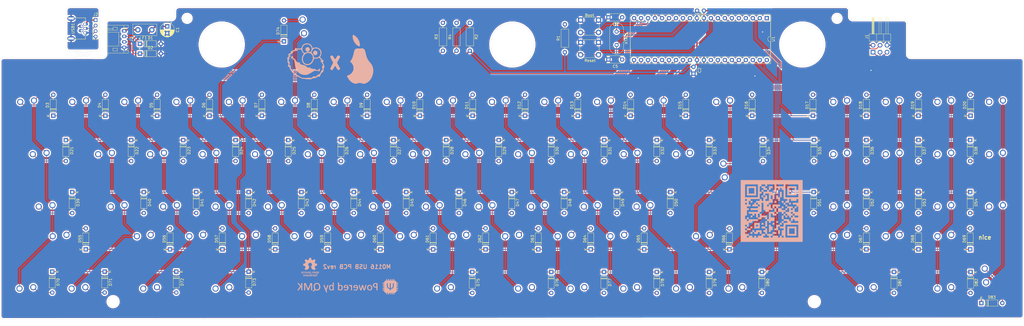
<source format=kicad_pcb>
(kicad_pcb (version 20171130) (host pcbnew "(5.1.6)-1")
  (layers (0 F.Cu signal) (31 B.Cu signal) (34 B.Paste user) (35 F.Paste user) (36 B.SilkS user) (37 F.SilkS user) (38 B.Mask user) (39 F.Mask user) (44 Edge.Cuts user))
  (net 0 "")
  (net 1 GND)
  (net 2 boot)
  (net 3 +5V)
  (net 4 "Net-(D1-Pad1)")
  (net 5 "Net-(D2-Pad1)")
  (net 6 "Net-(D3-Pad2)")
  (net 7 "Net-(D4-Pad2)")
  (net 8 "Net-(D5-Pad2)")
  (net 9 "Net-(D6-Pad2)")
  (net 10 "Net-(D7-Pad2)")
  (net 11 "Net-(D8-Pad2)")
  (net 12 "Net-(D9-Pad2)")
  (net 13 "Net-(D10-Pad2)")
  (net 14 "Net-(D11-Pad2)")
  (net 15 "Net-(D12-Pad2)")
  (net 16 "Net-(D13-Pad2)")
  (net 17 "Net-(D14-Pad2)")
  (net 18 "Net-(D15-Pad2)")
  (net 19 "Net-(D16-Pad2)")
  (net 20 "Net-(D17-Pad2)")
  (net 21 "Net-(D18-Pad2)")
  (net 22 "Net-(D19-Pad2)")
  (net 23 "Net-(D20-Pad2)")
  (net 24 "Net-(D21-Pad2)")
  (net 25 "Net-(D22-Pad2)")
  (net 26 "Net-(D23-Pad2)")
  (net 27 "Net-(D24-Pad2)")
  (net 28 "Net-(D25-Pad2)")
  (net 29 "Net-(D26-Pad2)")
  (net 30 "Net-(D27-Pad2)")
  (net 31 "Net-(D28-Pad2)")
  (net 32 "Net-(D29-Pad2)")
  (net 33 "Net-(D30-Pad2)")
  (net 34 "Net-(D31-Pad2)")
  (net 35 "Net-(D32-Pad2)")
  (net 36 "Net-(D33-Pad2)")
  (net 37 "Net-(D34-Pad2)")
  (net 38 "Net-(D35-Pad2)")
  (net 39 "Net-(D36-Pad2)")
  (net 40 "Net-(D37-Pad2)")
  (net 41 "Net-(D38-Pad2)")
  (net 42 "Net-(D39-Pad2)")
  (net 43 "Net-(D40-Pad2)")
  (net 44 "Net-(D41-Pad2)")
  (net 45 "Net-(D42-Pad2)")
  (net 46 "Net-(D43-Pad2)")
  (net 47 "Net-(D44-Pad2)")
  (net 48 "Net-(D45-Pad2)")
  (net 49 "Net-(D46-Pad2)")
  (net 50 "Net-(D47-Pad2)")
  (net 51 "Net-(D48-Pad2)")
  (net 52 "Net-(D49-Pad2)")
  (net 53 "Net-(D50-Pad2)")
  (net 54 "Net-(D51-Pad2)")
  (net 55 "Net-(D52-Pad2)")
  (net 56 "Net-(D53-Pad2)")
  (net 57 "Net-(D54-Pad2)")
  (net 58 "Net-(D55-Pad2)")
  (net 59 "Net-(D56-Pad2)")
  (net 60 "Net-(D57-Pad2)")
  (net 61 "Net-(D58-Pad2)")
  (net 62 "Net-(D59-Pad2)")
  (net 63 "Net-(D60-Pad2)")
  (net 64 "Net-(D61-Pad2)")
  (net 65 "Net-(D62-Pad2)")
  (net 66 "Net-(D63-Pad2)")
  (net 67 "Net-(D64-Pad2)")
  (net 68 "Net-(D65-Pad2)")
  (net 69 "Net-(D66-Pad2)")
  (net 70 "Net-(D67-Pad2)")
  (net 71 "Net-(D68-Pad2)")
  (net 72 "Net-(D69-Pad2)")
  (net 73 "Net-(D70-Pad2)")
  (net 74 "Net-(D71-Pad2)")
  (net 75 "Net-(D72-Pad2)")
  (net 76 "Net-(D73-Pad2)")
  (net 77 "Net-(D74-Pad2)")
  (net 78 "Net-(D75-Pad2)")
  (net 79 "Net-(D76-Pad2)")
  (net 80 "Net-(D77-Pad2)")
  (net 81 "Net-(D78-Pad2)")
  (net 82 "Net-(D79-Pad2)")
  (net 83 "Net-(D80-Pad2)")
  (net 84 "Net-(D81-Pad2)")
  (net 85 "Net-(D83-Pad2)")
  (net 86 VCC)
  (net 87 reset)
  (net 88 MOSI)
  (net 89 SCK)
  (net 90 MISO)
  (net 91 D+)
  (net 92 D-)
  (net 93 "Net-(U1-Pad32)")
  (net 94 "Net-(U1-Pad5)")
  (net 95 "Net-(U1-Pad4)")
  (net 96 "Net-(U1-Pad1)")
  (net 97 col1)
  (net 98 col2)
  (net 99 col3)
  (net 100 col4)
  (net 101 col5)
  (net 102 col6)
  (net 103 col7)
  (net 104 col8)
  (net 105 col9)
  (net 106 col10)
  (net 107 col11)
  (net 108 col12)
  (net 109 col13)
  (net 110 col14)
  (net 111 col15)
  (net 112 col16)
  (net 113 col17)
  (net 114 col18)
  (net 115 row0)
  (net 116 row1)
  (net 117 row2)
  (net 118 row3)
  (net 119 row4)
  (net 120 "Net-(D82-Pad2)")
  (net 121 "Net-(USB1-Pad4)")
  (net 122 "Net-(J2-Pad3)")
  (net 123 "Net-(J2-Pad2)")
  (net 124 "Net-(C4-Pad1)")
  (net 125 "Net-(C5-Pad1)")
  (module Package_DIP:DIP-40_W15.24mm_Socket (layer F.Cu) (at 303.276 76.5048 270)
    (fp_text reference U1 (at 7.62 -2.33 90) (layer F.SilkS))
    (fp_text value ATmega32A-PU)
    (pad 40 thru_hole oval (at 15.24 0 270) (size 1.6 1.6) (drill 0.8) (layers *.Cu *.Mask) (net 117 row2))
    (pad 20 thru_hole oval (at 0 48.26 270) (size 1.6 1.6) (drill 0.8) (layers *.Cu *.Mask) (net 97 col1))
    (pad 39 thru_hole oval (at 15.24 2.54 270) (size 1.6 1.6) (drill 0.8) (layers *.Cu *.Mask) (net 119 row4))
    (pad 19 thru_hole oval (at 0 45.72 270) (size 1.6 1.6) (drill 0.8) (layers *.Cu *.Mask) (net 98 col2))
    (pad 38 thru_hole oval (at 15.24 5.08 270) (size 1.6 1.6) (drill 0.8) (layers *.Cu *.Mask) (net 118 row3))
    (pad 18 thru_hole oval (at 0 43.18 270) (size 1.6 1.6) (drill 0.8) (layers *.Cu *.Mask) (net 2 boot))
    (pad 37 thru_hole oval (at 15.24 7.62 270) (size 1.6 1.6) (drill 0.8) (layers *.Cu *.Mask) (net 114 col18))
    (pad 17 thru_hole oval (at 0 40.64 270) (size 1.6 1.6) (drill 0.8) (layers *.Cu *.Mask) (net 92 D-))
    (pad 36 thru_hole oval (at 15.24 10.16 270) (size 1.6 1.6) (drill 0.8) (layers *.Cu *.Mask) (net 113 col17))
    (pad 16 thru_hole oval (at 0 38.1 270) (size 1.6 1.6) (drill 0.8) (layers *.Cu *.Mask) (net 91 D+))
    (pad 35 thru_hole oval (at 15.24 12.7 270) (size 1.6 1.6) (drill 0.8) (layers *.Cu *.Mask) (net 112 col16))
    (pad 15 thru_hole oval (at 0 35.56 270) (size 1.6 1.6) (drill 0.8) (layers *.Cu *.Mask) (net 99 col3))
    (pad 34 thru_hole oval (at 15.24 15.24 270) (size 1.6 1.6) (drill 0.8) (layers *.Cu *.Mask) (net 111 col15))
    (pad 14 thru_hole oval (at 0 33.02 270) (size 1.6 1.6) (drill 0.8) (layers *.Cu *.Mask) (net 100 col4))
    (pad 33 thru_hole oval (at 15.24 17.78 270) (size 1.6 1.6) (drill 0.8) (layers *.Cu *.Mask) (net 110 col14))
    (pad 13 thru_hole oval (at 0 30.48 270) (size 1.6 1.6) (drill 0.8) (layers *.Cu *.Mask) (net 124 "Net-(C4-Pad1)"))
    (pad 32 thru_hole oval (at 15.24 20.32 270) (size 1.6 1.6) (drill 0.8) (layers *.Cu *.Mask) (net 93 "Net-(U1-Pad32)"))
    (pad 12 thru_hole oval (at 0 27.94 270) (size 1.6 1.6) (drill 0.8) (layers *.Cu *.Mask) (net 125 "Net-(C5-Pad1)"))
    (pad 31 thru_hole oval (at 15.24 22.86 270) (size 1.6 1.6) (drill 0.8) (layers *.Cu *.Mask) (net 1 GND))
    (pad 11 thru_hole oval (at 0 25.4 270) (size 1.6 1.6) (drill 0.8) (layers *.Cu *.Mask) (net 1 GND))
    (pad 30 thru_hole oval (at 15.24 25.4 270) (size 1.6 1.6) (drill 0.8) (layers *.Cu *.Mask) (net 3 +5V))
    (pad 10 thru_hole oval (at 0 22.86 270) (size 1.6 1.6) (drill 0.8) (layers *.Cu *.Mask) (net 3 +5V))
    (pad 29 thru_hole oval (at 15.24 27.94 270) (size 1.6 1.6) (drill 0.8) (layers *.Cu *.Mask) (net 109 col13))
    (pad 9 thru_hole oval (at 0 20.32 270) (size 1.6 1.6) (drill 0.8) (layers *.Cu *.Mask) (net 87 reset))
    (pad 28 thru_hole oval (at 15.24 30.48 270) (size 1.6 1.6) (drill 0.8) (layers *.Cu *.Mask) (net 108 col12))
    (pad 8 thru_hole oval (at 0 17.78 270) (size 1.6 1.6) (drill 0.8) (layers *.Cu *.Mask) (net 89 SCK))
    (pad 27 thru_hole oval (at 15.24 33.02 270) (size 1.6 1.6) (drill 0.8) (layers *.Cu *.Mask) (net 107 col11))
    (pad 7 thru_hole oval (at 0 15.24 270) (size 1.6 1.6) (drill 0.8) (layers *.Cu *.Mask) (net 90 MISO))
    (pad 26 thru_hole oval (at 15.24 35.56 270) (size 1.6 1.6) (drill 0.8) (layers *.Cu *.Mask) (net 106 col10))
    (pad 6 thru_hole oval (at 0 12.7 270) (size 1.6 1.6) (drill 0.8) (layers *.Cu *.Mask) (net 88 MOSI))
    (pad 25 thru_hole oval (at 15.24 38.1 270) (size 1.6 1.6) (drill 0.8) (layers *.Cu *.Mask) (net 105 col9))
    (pad 5 thru_hole oval (at 0 10.16 270) (size 1.6 1.6) (drill 0.8) (layers *.Cu *.Mask) (net 94 "Net-(U1-Pad5)"))
    (pad 24 thru_hole oval (at 15.24 40.64 270) (size 1.6 1.6) (drill 0.8) (layers *.Cu *.Mask) (net 104 col8))
    (pad 4 thru_hole oval (at 0 7.62 270) (size 1.6 1.6) (drill 0.8) (layers *.Cu *.Mask) (net 95 "Net-(U1-Pad4)"))
    (pad 23 thru_hole oval (at 15.24 43.18 270) (size 1.6 1.6) (drill 0.8) (layers *.Cu *.Mask) (net 103 col7))
    (pad 3 thru_hole oval (at 0 5.08 270) (size 1.6 1.6) (drill 0.8) (layers *.Cu *.Mask) (net 116 row1))
    (pad 22 thru_hole oval (at 15.24 45.72 270) (size 1.6 1.6) (drill 0.8) (layers *.Cu *.Mask) (net 102 col6))
    (pad 2 thru_hole oval (at 0 2.54 270) (size 1.6 1.6) (drill 0.8) (layers *.Cu *.Mask) (net 115 row0))
    (pad 21 thru_hole oval (at 15.24 48.26 270) (size 1.6 1.6) (drill 0.8) (layers *.Cu *.Mask) (net 101 col5))
    (pad 1 thru_hole rect (at 0 0 270) (size 1.6 1.6) (drill 0.8) (layers *.Cu *.Mask) (net 96 "Net-(U1-Pad1)"))
  )
  (module Alps_Only:ALPS-1U (layer F.Cu) (at 287.401 102.489 180)
    (fp_text reference MX14)
    (fp_text value MX-NoLED)
    (pad 1 thru_hole circle (at -2.5 -4 180) (size 2.25 2.25) (drill 1.47) (layers *.Cu *.Mask) (net 110 col14))
    (pad 2 thru_hole circle (at 2.5 -4.5 180) (size 2.25 2.25) (drill 1.47) (layers *.Cu *.Mask) (net 19 "Net-(D16-Pad2)"))
  )
  (module Connector_JST:JST_PH_S4B-PH-K_1x04_P2.00mm_Horizontal (layer F.Cu) (at 69.723 81.153 270)
    (fp_text reference J3 (at 3 -2.55 90) (layer F.SilkS))
    (fp_text value Conn_01x04)
    (pad 4 thru_hole oval (at 6 0 270) (size 1.2 1.75) (drill 0.75) (layers *.Cu *.Mask) (net 1 GND))
    (pad 3 thru_hole oval (at 4 0 270) (size 1.2 1.75) (drill 0.75) (layers *.Cu *.Mask) (net 5 "Net-(D2-Pad1)"))
    (pad 2 thru_hole oval (at 2 0 270) (size 1.2 1.75) (drill 0.75) (layers *.Cu *.Mask) (net 4 "Net-(D1-Pad1)"))
    (pad 1 thru_hole roundrect (at 0 0 270) (size 1.2 1.75) (drill 0.75) (layers *.Cu *.Mask) (roundrect_rratio 0.208333) (net 86 VCC))
  )
  (module Crystal:Crystal_HC49-4H_Vertical (layer F.Cu) (at 248.666 81.407 270)
    (fp_text reference XTAL1 (at 2.44 -3.525 90) (layer F.SilkS))
    (fp_text value Crystal)
    (pad 2 thru_hole circle (at 4.88 0 270) (size 1.5 1.5) (drill 0.8) (layers *.Cu *.Mask) (net 125 "Net-(C5-Pad1)"))
    (pad 1 thru_hole circle (at 0 0 270) (size 1.5 1.5) (drill 0.8) (layers *.Cu *.Mask) (net 124 "Net-(C4-Pad1)"))
  )
  (module Capacitor_THT:C_Disc_D6.0mm_W2.5mm_P5.00mm (layer F.Cu) (at 250.698 91.567 180)
    (fp_text reference C5 (at 2.5 -2.5) (layer F.SilkS))
    (fp_text value 22p)
    (pad 2 thru_hole circle (at 5 0 180) (size 1.6 1.6) (drill 0.8) (layers *.Cu *.Mask) (net 1 GND))
    (pad 1 thru_hole circle (at 0 0 180) (size 1.6 1.6) (drill 0.8) (layers *.Cu *.Mask) (net 125 "Net-(C5-Pad1)"))
  )
  (module Capacitor_THT:C_Disc_D6.0mm_W2.5mm_P5.00mm (layer F.Cu) (at 250.698 76.2 180)
    (fp_text reference C4 (at 2.5 -2.5) (layer F.SilkS))
    (fp_text value 22p)
    (pad 2 thru_hole circle (at 5 0 180) (size 1.6 1.6) (drill 0.8) (layers *.Cu *.Mask) (net 1 GND))
    (pad 1 thru_hole circle (at 0 0 180) (size 1.6 1.6) (drill 0.8) (layers *.Cu *.Mask) (net 124 "Net-(C4-Pad1)"))
  )
  (module Capacitor_THT:CP_Radial_D5.0mm_P2.50mm (layer F.Cu) (at 85.344 79.502 270)
    (fp_text reference C1 (at 1.25 -3.75 90) (layer F.SilkS))
    (fp_text value 4.7u)
    (pad 2 thru_hole circle (at 2.5 0 270) (size 1.6 1.6) (drill 0.8) (layers *.Cu *.Mask) (net 1 GND))
    (pad 1 thru_hole rect (at 0 0 270) (size 1.6 1.6) (drill 0.8) (layers *.Cu *.Mask) (net 3 +5V))
  )
  (module Connector_PinHeader_2.00mm:PinHeader_1x04_P2.00mm_Vertical (layer F.Cu) (at 59.309 77.216)
    (fp_text reference J2 (at 0 -2.06) (layer F.SilkS))
    (fp_text value Conn_01x04)
    (pad 4 thru_hole oval (at 0 6) (size 1.35 1.35) (drill 0.8) (layers *.Cu *.Mask) (net 1 GND))
    (pad 3 thru_hole oval (at 0 4) (size 1.35 1.35) (drill 0.8) (layers *.Cu *.Mask) (net 122 "Net-(J2-Pad3)"))
    (pad 2 thru_hole oval (at 0 2) (size 1.35 1.35) (drill 0.8) (layers *.Cu *.Mask) (net 123 "Net-(J2-Pad2)"))
    (pad 1 thru_hole rect (at 0 0) (size 1.35 1.35) (drill 0.8) (layers *.Cu *.Mask) (net 86 VCC))
  )
  (module random-keyboard-parts:Molex-0548190519 (layer F.Cu) (at 48.641 80.264)
    (fp_text reference USB1)
    (fp_text value USB_B_Mini)
    (fp_text user %R (at 2.45 0 90) (layer F.SilkS))
    (pad 1 thru_hole oval (at 6.8 -1.6) (size 1.65 1.1) (drill oval 0.7 (offset 0.25 0)) (layers *.Cu B.Mask) (net 86 VCC))
    (pad 2 thru_hole oval (at 5.6 -0.8 180) (size 1.65 1.1) (drill oval 0.7 (offset 0.25 0)) (layers *.Cu B.Mask) (net 122 "Net-(J2-Pad3)"))
    (pad 3 thru_hole oval (at 6.8 0) (size 1.65 1.1) (drill oval 0.7 (offset 0.25 0)) (layers *.Cu B.Mask) (net 123 "Net-(J2-Pad2)"))
    (pad 4 thru_hole oval (at 5.6 0.8 180) (size 1.65 1.1) (drill oval 0.7 (offset 0.25 0)) (layers *.Cu B.Mask) (net 121 "Net-(USB1-Pad4)"))
    (pad 5 thru_hole oval (at 6.8 1.6) (size 1.65 1.1) (drill oval 0.7 (offset 0.25 0)) (layers *.Cu B.Mask) (net 1 GND))
    (pad 6 thru_hole oval (at 1.75 -3.65) (size 2.7 1.7) (drill oval 1.9 0.7) (layers *.Cu *.Mask) (net 1 GND))
    (pad 6 thru_hole oval (at 1.75 3.65) (size 2.7 1.7) (drill oval 1.9 0.7) (layers *.Cu *.Mask) (net 1 GND))
  )
  (module Alps_Only:ALPS-1U (layer F.Cu) (at 348.996 121.539 180)
    (fp_text reference MX34)
    (fp_text value MX-NoLED)
    (pad 1 thru_hole circle (at -2.5 -4 180) (size 2.25 2.25) (drill 1.47) (layers *.Cu *.Mask) (net 112 col16))
    (pad 2 thru_hole circle (at 2.5 -4.5 180) (size 2.25 2.25) (drill 1.47) (layers *.Cu *.Mask) (net 39 "Net-(D36-Pad2)"))
  )
  (module Alps_Only:ALPS-1U (layer F.Cu) (at 105.41 140.589 180)
    (fp_text reference MX40)
    (fp_text value MX-NoLED)
    (pad 1 thru_hole circle (at -2.5 -4 180) (size 2.25 2.25) (drill 1.47) (layers *.Cu *.Mask) (net 100 col4))
    (pad 2 thru_hole circle (at 2.5 -4.5 180) (size 2.25 2.25) (drill 1.47) (layers *.Cu *.Mask) (net 45 "Net-(D42-Pad2)"))
  )
  (module custom_parts:m0116_qr (layer B.Cu) (at 305.054 146.685 180)
    (fp_text reference G*** hide)
    (fp_text value LOGO hide)
  )
  (module custom_parts:qmk (layer B.Cu) (at 150.876 174.244 180)
    (fp_text reference G*** hide)
    (fp_text value LOGO hide)
  )
  (module custom_parts:pear_x_elmo (layer B.Cu) (at 146.558 91.44 180)
    (fp_text reference G*** hide)
    (fp_text value LOGO hide)
  )
  (module custom_parts:oshw (layer B.Cu) (at 137.287 167.132 180)
    (fp_text reference G*** hide)
    (fp_text value LOGO hide)
  )
  (module Connector_PinHeader_2.54mm:PinHeader_2x03_P2.54mm_Horizontal (layer F.Cu) (at 341.884 88.9 90)
    (fp_text reference J1 (at 5.655 -2.27 90) (layer F.SilkS))
    (fp_text value AVR-ISP-6)
    (pad 6 thru_hole oval (at 2.54 5.08 90) (size 1.7 1.7) (drill 1) (layers *.Cu *.Mask) (net 1 GND))
    (pad 5 thru_hole oval (at 0 5.08 90) (size 1.7 1.7) (drill 1) (layers *.Cu *.Mask) (net 87 reset))
    (pad 4 thru_hole oval (at 2.54 2.54 90) (size 1.7 1.7) (drill 1) (layers *.Cu *.Mask) (net 88 MOSI))
    (pad 3 thru_hole oval (at 0 2.54 90) (size 1.7 1.7) (drill 1) (layers *.Cu *.Mask) (net 89 SCK))
    (pad 2 thru_hole oval (at 2.54 0 90) (size 1.7 1.7) (drill 1) (layers *.Cu *.Mask) (net 3 +5V))
    (pad 1 thru_hole rect (at 0 0 90) (size 1.7 1.7) (drill 1) (layers *.Cu *.Mask) (net 90 MISO))
  )
  (module Alps_Only:ALPS-1U (layer F.Cu) (at 34.417 102.489 180)
    (fp_text reference MX1)
    (fp_text value MX-NoLED)
    (pad 1 thru_hole circle (at -2.5 -4 180) (size 2.25 2.25) (drill 1.47) (layers *.Cu *.Mask) (net 97 col1))
    (pad 2 thru_hole circle (at 2.5 -4.5 180) (size 2.25 2.25) (drill 1.47) (layers *.Cu *.Mask) (net 6 "Net-(D3-Pad2)"))
  )
  (module Diode_THT:D_DO-35_SOD27_P7.62mm_Horizontal (layer F.Cu) (at 43.942 112.014 90)
    (fp_text reference D3 (at 3.81 -2.12 90) (layer F.SilkS))
    (fp_text value D_Small)
    (fp_text user K (at 0 -1.8 90) (layer F.SilkS))
    (pad 1 thru_hole rect (at 0 0 90) (size 1.6 1.6) (drill 0.8) (layers *.Cu *.Mask) (net 115 row0))
    (pad 2 thru_hole oval (at 7.62 0 90) (size 1.6 1.6) (drill 0.8) (layers *.Cu *.Mask) (net 6 "Net-(D3-Pad2)"))
  )
  (module Resistor_THT:R_Axial_DIN0207_L6.3mm_D2.5mm_P10.16mm_Horizontal (layer F.Cu) (at 185.547 88.392 90)
    (fp_text reference R3 (at 5.08 -2.37 90) (layer F.SilkS))
    (fp_text value 68R)
    (pad 1 thru_hole circle (at 0 0 90) (size 1.6 1.6) (drill 0.8) (layers *.Cu *.Mask) (net 4 "Net-(D1-Pad1)"))
    (pad 2 thru_hole oval (at 10.16 0 90) (size 1.6 1.6) (drill 0.8) (layers *.Cu *.Mask) (net 91 D+))
  )
  (module Diode_THT:D_DO-35_SOD27_P7.62mm_Horizontal (layer F.Cu) (at 75.438 85.852)
    (fp_text reference D1 (at 3.81 -2.12) (layer F.SilkS))
    (fp_text value 3.6V)
    (fp_text user K (at 0 -1.8) (layer F.SilkS))
    (pad 2 thru_hole oval (at 7.62 0) (size 1.6 1.6) (drill 0.8) (layers *.Cu *.Mask) (net 1 GND))
    (pad 1 thru_hole rect (at 0 0) (size 1.6 1.6) (drill 0.8) (layers *.Cu *.Mask) (net 4 "Net-(D1-Pad1)"))
  )
  (module Diode_THT:D_DO-35_SOD27_P7.62mm_Horizontal (layer F.Cu) (at 75.438 89.408)
    (fp_text reference D2 (at 3.81 -2.12) (layer F.SilkS))
    (fp_text value 3.6V)
    (fp_text user K (at 0 -1.8) (layer F.SilkS))
    (pad 2 thru_hole oval (at 7.62 0) (size 1.6 1.6) (drill 0.8) (layers *.Cu *.Mask) (net 1 GND))
    (pad 1 thru_hole rect (at 0 0) (size 1.6 1.6) (drill 0.8) (layers *.Cu *.Mask) (net 5 "Net-(D2-Pad1)"))
  )
  (module Alps_Only:ALPS-1U (layer F.Cu) (at 229.743 159.893)
    (fp_text reference MX62)
    (fp_text value MX-NoLED)
    (pad 1 thru_hole circle (at -2.5 -4) (size 2.25 2.25) (drill 1.47) (layers *.Cu *.Mask) (net 106 col10))
    (pad 2 thru_hole circle (at 2.5 -4.5) (size 2.25 2.25) (drill 1.47) (layers *.Cu *.Mask) (net 67 "Net-(D64-Pad2)"))
  )
  (module Alps_Only:ALPS-1U (layer F.Cu) (at 280.035 159.893)
    (fp_text reference MX64)
    (fp_text value MX-NoLED)
    (pad 1 thru_hole circle (at -2.5 -4) (size 2.25 2.25) (drill 1.47) (layers *.Cu *.Mask) (net 110 col14))
    (pad 2 thru_hole circle (at 2.5 -4.5) (size 2.25 2.25) (drill 1.47) (layers *.Cu *.Mask) (net 69 "Net-(D66-Pad2)"))
  )
  (module Diode_THT:D_DO-35_SOD27_P7.62mm_Horizontal (layer F.Cu) (at 339.471 112.014 90)
    (fp_text reference D18 (at 3.81 -2.12 90) (layer F.SilkS))
    (fp_text value D_Small)
    (fp_text user K (at 0 -1.8 90) (layer F.SilkS))
    (pad 2 thru_hole oval (at 7.62 0 90) (size 1.6 1.6) (drill 0.8) (layers *.Cu *.Mask) (net 21 "Net-(D18-Pad2)"))
    (pad 1 thru_hole rect (at 0 0 90) (size 1.6 1.6) (drill 0.8) (layers *.Cu *.Mask) (net 115 row0))
  )
  (module Alps_Only:ALPS-1U (layer F.Cu) (at 72.263 102.489 180)
    (fp_text reference MX3)
    (fp_text value MX-NoLED)
    (pad 1 thru_hole circle (at -2.5 -4 180) (size 2.25 2.25) (drill 1.47) (layers *.Cu *.Mask) (net 99 col3))
    (pad 2 thru_hole circle (at 2.5 -4.5 180) (size 2.25 2.25) (drill 1.47) (layers *.Cu *.Mask) (net 8 "Net-(D5-Pad2)"))
  )
  (module Alps_Only:ALPS-1U (layer F.Cu) (at 139.065 79.502 90)
    (fp_text reference MX72)
    (fp_text value MX-NoLED)
    (pad 1 thru_hole circle (at -2.5 -4 90) (size 2.25 2.25) (drill 1.47) (layers *.Cu *.Mask) (net 102 col6))
    (pad 2 thru_hole circle (at 2.5 -4.5 90) (size 2.25 2.25) (drill 1.47) (layers *.Cu *.Mask) (net 77 "Net-(D74-Pad2)"))
  )
  (module Alps_Only:ALPS-1U (layer F.Cu) (at 386.969 170.18 90)
    (fp_text reference MX81)
    (fp_text value MX-NoLED)
    (pad 1 thru_hole circle (at -2.5 -4 90) (size 2.25 2.25) (drill 1.47) (layers *.Cu *.Mask) (net 114 col18))
    (pad 2 thru_hole circle (at 2.5 -4.5 90) (size 2.25 2.25) (drill 1.47) (layers *.Cu *.Mask) (net 85 "Net-(D83-Pad2)"))
  )
  (module Alps_Only:ALPS-1U (layer F.Cu) (at 367.792 178.943)
    (fp_text reference MX80)
    (fp_text value MX-NoLED)
    (pad 1 thru_hole circle (at -2.5 -4) (size 2.25 2.25) (drill 1.47) (layers *.Cu *.Mask) (net 113 col17))
    (pad 2 thru_hole circle (at 2.5 -4.5) (size 2.25 2.25) (drill 1.47) (layers *.Cu *.Mask) (net 120 "Net-(D82-Pad2)"))
  )
  (module Alps_Only:ALPS-1U (layer F.Cu) (at 339.598 178.943)
    (fp_text reference MX79)
    (fp_text value MX-NoLED)
    (pad 1 thru_hole circle (at -2.5 -4) (size 2.25 2.25) (drill 1.47) (layers *.Cu *.Mask) (net 111 col15))
    (pad 2 thru_hole circle (at 2.5 -4.5) (size 2.25 2.25) (drill 1.47) (layers *.Cu *.Mask) (net 84 "Net-(D81-Pad2)"))
  )
  (module Alps_Only:ALPS-1U (layer F.Cu) (at 291.846 178.943)
    (fp_text reference MX78)
    (fp_text value MX-NoLED)
    (pad 1 thru_hole circle (at -2.5 -4) (size 2.25 2.25) (drill 1.47) (layers *.Cu *.Mask) (net 110 col14))
    (pad 2 thru_hole circle (at 2.5 -4.5) (size 2.25 2.25) (drill 1.47) (layers *.Cu *.Mask) (net 83 "Net-(D80-Pad2)"))
  )
  (module Alps_Only:ALPS-1U (layer F.Cu) (at 272.796 178.943)
    (fp_text reference MX77)
    (fp_text value MX-NoLED)
    (pad 1 thru_hole circle (at -2.5 -4) (size 2.25 2.25) (drill 1.47) (layers *.Cu *.Mask) (net 108 col12))
    (pad 2 thru_hole circle (at 2.5 -4.5) (size 2.25 2.25) (drill 1.47) (layers *.Cu *.Mask) (net 82 "Net-(D79-Pad2)"))
  )
  (module Alps_Only:ALPS-1U (layer F.Cu) (at 253.619 178.943)
    (fp_text reference MX76)
    (fp_text value MX-NoLED)
    (pad 1 thru_hole circle (at -2.5 -4) (size 2.25 2.25) (drill 1.47) (layers *.Cu *.Mask) (net 107 col11))
    (pad 2 thru_hole circle (at 2.5 -4.5) (size 2.25 2.25) (drill 1.47) (layers *.Cu *.Mask) (net 81 "Net-(D78-Pad2)"))
  )
  (module Alps_Only:ALPS-1U (layer F.Cu) (at 234.442 178.943)
    (fp_text reference MX75)
    (fp_text value MX-NoLED)
    (pad 1 thru_hole circle (at -2.5 -4) (size 2.25 2.25) (drill 1.47) (layers *.Cu *.Mask) (net 106 col10))
    (pad 2 thru_hole circle (at 2.5 -4.5) (size 2.25 2.25) (drill 1.47) (layers *.Cu *.Mask) (net 80 "Net-(D77-Pad2)"))
  )
  (module Alps_Only:ALPS-1U (layer F.Cu) (at 215.392 178.943)
    (fp_text reference MX74)
    (fp_text value MX-NoLED)
    (pad 1 thru_hole circle (at -2.5 -4) (size 2.25 2.25) (drill 1.47) (layers *.Cu *.Mask) (net 105 col9))
    (pad 2 thru_hole circle (at 2.5 -4.5) (size 2.25 2.25) (drill 1.47) (layers *.Cu *.Mask) (net 79 "Net-(D76-Pad2)"))
  )
  (module Alps_Only:ALPS-1U (layer F.Cu) (at 185.928 178.943)
    (fp_text reference MX73)
    (fp_text value MX-NoLED)
    (pad 1 thru_hole circle (at -2.5 -4) (size 2.25 2.25) (drill 1.47) (layers *.Cu *.Mask) (net 104 col8))
    (pad 2 thru_hole circle (at 2.5 -4.5) (size 2.25 2.25) (drill 1.47) (layers *.Cu *.Mask) (net 78 "Net-(D75-Pad2)"))
  )
  (module Alps_Only:ALPS-1U (layer F.Cu) (at 105.41 178.943)
    (fp_text reference MX71)
    (fp_text value MX-NoLED)
    (pad 1 thru_hole circle (at -2.5 -4) (size 2.25 2.25) (drill 1.47) (layers *.Cu *.Mask) (net 100 col4))
    (pad 2 thru_hole circle (at 2.5 -4.5) (size 2.25 2.25) (drill 1.47) (layers *.Cu *.Mask) (net 76 "Net-(D73-Pad2)"))
  )
  (module Alps_Only:ALPS-1U (layer F.Cu) (at 79.121 178.943)
    (fp_text reference MX70)
    (fp_text value MX-NoLED)
    (pad 1 thru_hole circle (at -2.5 -4) (size 2.25 2.25) (drill 1.47) (layers *.Cu *.Mask) (net 99 col3))
    (pad 2 thru_hole circle (at 2.5 -4.5) (size 2.25 2.25) (drill 1.47) (layers *.Cu *.Mask) (net 75 "Net-(D72-Pad2)"))
  )
  (module Alps_Only:ALPS-1U (layer F.Cu) (at 53.086 178.943)
    (fp_text reference MX69)
    (fp_text value MX-NoLED)
    (pad 1 thru_hole circle (at -2.5 -4) (size 2.25 2.25) (drill 1.47) (layers *.Cu *.Mask) (net 98 col2))
    (pad 2 thru_hole circle (at 2.5 -4.5) (size 2.25 2.25) (drill 1.47) (layers *.Cu *.Mask) (net 74 "Net-(D71-Pad2)"))
  )
  (module Alps_Only:ALPS-1U (layer F.Cu) (at 34.163 178.943)
    (fp_text reference MX68)
    (fp_text value MX-NoLED)
    (pad 1 thru_hole circle (at -2.5 -4) (size 2.25 2.25) (drill 1.47) (layers *.Cu *.Mask) (net 97 col1))
    (pad 2 thru_hole circle (at 2.5 -4.5) (size 2.25 2.25) (drill 1.47) (layers *.Cu *.Mask) (net 73 "Net-(D70-Pad2)"))
  )
  (module Alps_Only:ALPS-1U (layer F.Cu) (at 367.792 159.893)
    (fp_text reference MX67)
    (fp_text value MX-NoLED)
    (pad 1 thru_hole circle (at -2.5 -4) (size 2.25 2.25) (drill 1.47) (layers *.Cu *.Mask) (net 113 col17))
    (pad 2 thru_hole circle (at 2.5 -4.5) (size 2.25 2.25) (drill 1.47) (layers *.Cu *.Mask) (net 72 "Net-(D69-Pad2)"))
  )
  (module Alps_Only:ALPS-1U (layer F.Cu) (at 348.996 159.893)
    (fp_text reference MX66)
    (fp_text value MX-NoLED)
    (pad 1 thru_hole circle (at -2.5 -4) (size 2.25 2.25) (drill 1.47) (layers *.Cu *.Mask) (net 112 col16))
    (pad 2 thru_hole circle (at 2.5 -4.5) (size 2.25 2.25) (drill 1.47) (layers *.Cu *.Mask) (net 71 "Net-(D68-Pad2)"))
  )
  (module Alps_Only:ALPS-1U (layer F.Cu) (at 329.946 159.893)
    (fp_text reference MX65)
    (fp_text value MX-NoLED)
    (pad 1 thru_hole circle (at -2.5 -4) (size 2.25 2.25) (drill 1.47) (layers *.Cu *.Mask) (net 111 col15))
    (pad 2 thru_hole circle (at 2.5 -4.5) (size 2.25 2.25) (drill 1.47) (layers *.Cu *.Mask) (net 70 "Net-(D67-Pad2)"))
  )
  (module Alps_Only:ALPS-1U (layer F.Cu) (at 248.92 159.893)
    (fp_text reference MX63)
    (fp_text value MX-NoLED)
    (pad 1 thru_hole circle (at -2.5 -4) (size 2.25 2.25) (drill 1.47) (layers *.Cu *.Mask) (net 107 col11))
    (pad 2 thru_hole circle (at 2.5 -4.5) (size 2.25 2.25) (drill 1.47) (layers *.Cu *.Mask) (net 68 "Net-(D65-Pad2)"))
  )
  (module Alps_Only:ALPS-1U (layer F.Cu) (at 210.693 159.893)
    (fp_text reference MX61)
    (fp_text value MX-NoLED)
    (pad 1 thru_hole circle (at -2.5 -4) (size 2.25 2.25) (drill 1.47) (layers *.Cu *.Mask) (net 105 col9))
    (pad 2 thru_hole circle (at 2.5 -4.5) (size 2.25 2.25) (drill 1.47) (layers *.Cu *.Mask) (net 66 "Net-(D63-Pad2)"))
  )
  (module Alps_Only:ALPS-1U (layer F.Cu) (at 191.516 159.893)
    (fp_text reference MX60)
    (fp_text value MX-NoLED)
    (pad 1 thru_hole circle (at -2.5 -4) (size 2.25 2.25) (drill 1.47) (layers *.Cu *.Mask) (net 104 col8))
    (pad 2 thru_hole circle (at 2.5 -4.5) (size 2.25 2.25) (drill 1.47) (layers *.Cu *.Mask) (net 65 "Net-(D62-Pad2)"))
  )
  (module Alps_Only:ALPS-1U (layer F.Cu) (at 172.466 159.893)
    (fp_text reference MX59)
    (fp_text value MX-NoLED)
    (pad 1 thru_hole circle (at -2.5 -4) (size 2.25 2.25) (drill 1.47) (layers *.Cu *.Mask) (net 103 col7))
    (pad 2 thru_hole circle (at 2.5 -4.5) (size 2.25 2.25) (drill 1.47) (layers *.Cu *.Mask) (net 64 "Net-(D61-Pad2)"))
  )
  (module Alps_Only:ALPS-1U (layer F.Cu) (at 153.289 159.893)
    (fp_text reference MX58)
    (fp_text value MX-NoLED)
    (pad 1 thru_hole circle (at -2.5 -4) (size 2.25 2.25) (drill 1.47) (layers *.Cu *.Mask) (net 102 col6))
    (pad 2 thru_hole circle (at 2.5 -4.5) (size 2.25 2.25) (drill 1.47) (layers *.Cu *.Mask) (net 63 "Net-(D60-Pad2)"))
  )
  (module Alps_Only:ALPS-1U (layer F.Cu) (at 134.112 159.893)
    (fp_text reference MX57)
    (fp_text value MX-NoLED)
    (pad 1 thru_hole circle (at -2.5 -4) (size 2.25 2.25) (drill 1.47) (layers *.Cu *.Mask) (net 101 col5))
    (pad 2 thru_hole circle (at 2.5 -4.5) (size 2.25 2.25) (drill 1.47) (layers *.Cu *.Mask) (net 62 "Net-(D59-Pad2)"))
  )
  (module Alps_Only:ALPS-1U (layer F.Cu) (at 115.062 159.893)
    (fp_text reference MX56)
    (fp_text value MX-NoLED)
    (pad 1 thru_hole circle (at -2.5 -4) (size 2.25 2.25) (drill 1.47) (layers *.Cu *.Mask) (net 100 col4))
    (pad 2 thru_hole circle (at 2.5 -4.5) (size 2.25 2.25) (drill 1.47) (layers *.Cu *.Mask) (net 61 "Net-(D58-Pad2)"))
  )
  (module Alps_Only:ALPS-1U (layer F.Cu) (at 95.885 159.893)
    (fp_text reference MX55)
    (fp_text value MX-NoLED)
    (pad 1 thru_hole circle (at -2.5 -4) (size 2.25 2.25) (drill 1.47) (layers *.Cu *.Mask) (net 99 col3))
    (pad 2 thru_hole circle (at 2.5 -4.5) (size 2.25 2.25) (drill 1.47) (layers *.Cu *.Mask) (net 60 "Net-(D57-Pad2)"))
  )
  (module Alps_Only:ALPS-1U (layer F.Cu) (at 76.835 159.893)
    (fp_text reference MX54)
    (fp_text value MX-NoLED)
    (pad 1 thru_hole circle (at -2.5 -4) (size 2.25 2.25) (drill 1.47) (layers *.Cu *.Mask) (net 98 col2))
    (pad 2 thru_hole circle (at 2.5 -4.5) (size 2.25 2.25) (drill 1.47) (layers *.Cu *.Mask) (net 59 "Net-(D56-Pad2)"))
  )
  (module Alps_Only:ALPS-1U (layer F.Cu) (at 46.228 159.893)
    (fp_text reference MX53)
    (fp_text value MX-NoLED)
    (pad 1 thru_hole circle (at -2.5 -4) (size 2.25 2.25) (drill 1.47) (layers *.Cu *.Mask) (net 97 col1))
    (pad 2 thru_hole circle (at 2.5 -4.5) (size 2.25 2.25) (drill 1.47) (layers *.Cu *.Mask) (net 58 "Net-(D55-Pad2)"))
  )
  (module Alps_Only:ALPS-1U (layer F.Cu) (at 386.588 140.589 180)
    (fp_text reference MX52)
    (fp_text value MX-NoLED)
    (pad 1 thru_hole circle (at -2.5 -4 180) (size 2.25 2.25) (drill 1.47) (layers *.Cu *.Mask) (net 114 col18))
    (pad 2 thru_hole circle (at 2.5 -4.5 180) (size 2.25 2.25) (drill 1.47) (layers *.Cu *.Mask) (net 57 "Net-(D54-Pad2)"))
  )
  (module Alps_Only:ALPS-1U (layer F.Cu) (at 367.792 140.589 180)
    (fp_text reference MX51)
    (fp_text value MX-NoLED)
    (pad 1 thru_hole circle (at -2.5 -4 180) (size 2.25 2.25) (drill 1.47) (layers *.Cu *.Mask) (net 113 col17))
    (pad 2 thru_hole circle (at 2.5 -4.5 180) (size 2.25 2.25) (drill 1.47) (layers *.Cu *.Mask) (net 56 "Net-(D53-Pad2)"))
  )
  (module Alps_Only:ALPS-1U (layer F.Cu) (at 348.996 140.589 180)
    (fp_text reference MX50)
    (fp_text value MX-NoLED)
    (pad 1 thru_hole circle (at -2.5 -4 180) (size 2.25 2.25) (drill 1.47) (layers *.Cu *.Mask) (net 112 col16))
    (pad 2 thru_hole circle (at 2.5 -4.5 180) (size 2.25 2.25) (drill 1.47) (layers *.Cu *.Mask) (net 55 "Net-(D52-Pad2)"))
  )
  (module Alps_Only:ALPS-1U (layer F.Cu) (at 329.946 140.589 180)
    (fp_text reference MX49)
    (fp_text value MX-NoLED)
    (pad 1 thru_hole circle (at -2.5 -4 180) (size 2.25 2.25) (drill 1.47) (layers *.Cu *.Mask) (net 111 col15))
    (pad 2 thru_hole circle (at 2.5 -4.5 180) (size 2.25 2.25) (drill 1.47) (layers *.Cu *.Mask) (net 54 "Net-(D51-Pad2)"))
  )
  (module Alps_Only:ALPS-1U (layer F.Cu) (at 258.445 140.589 180)
    (fp_text reference MX48)
    (fp_text value MX-NoLED)
    (pad 1 thru_hole circle (at -2.5 -4 180) (size 2.25 2.25) (drill 1.47) (layers *.Cu *.Mask) (net 108 col12))
    (pad 2 thru_hole circle (at 2.5 -4.5 180) (size 2.25 2.25) (drill 1.47) (layers *.Cu *.Mask) (net 53 "Net-(D50-Pad2)"))
  )
  (module Alps_Only:ALPS-1U (layer F.Cu) (at 239.268 140.589 180)
    (fp_text reference MX47)
    (fp_text value MX-NoLED)
    (pad 1 thru_hole circle (at -2.5 -4 180) (size 2.25 2.25) (drill 1.47) (layers *.Cu *.Mask) (net 107 col11))
    (pad 2 thru_hole circle (at 2.5 -4.5 180) (size 2.25 2.25) (drill 1.47) (layers *.Cu *.Mask) (net 52 "Net-(D49-Pad2)"))
  )
  (module Alps_Only:ALPS-1U (layer F.Cu) (at 220.091 140.589 180)
    (fp_text reference MX46)
    (fp_text value MX-NoLED)
    (pad 1 thru_hole circle (at -2.5 -4 180) (size 2.25 2.25) (drill 1.47) (layers *.Cu *.Mask) (net 106 col10))
    (pad 2 thru_hole circle (at 2.5 -4.5 180) (size 2.25 2.25) (drill 1.47) (layers *.Cu *.Mask) (net 51 "Net-(D48-Pad2)"))
  )
  (module Alps_Only:ALPS-1U (layer F.Cu) (at 201.041 140.589 180)
    (fp_text reference MX45)
    (fp_text value MX-NoLED)
    (pad 1 thru_hole circle (at -2.5 -4 180) (size 2.25 2.25) (drill 1.47) (layers *.Cu *.Mask) (net 105 col9))
    (pad 2 thru_hole circle (at 2.5 -4.5 180) (size 2.25 2.25) (drill 1.47) (layers *.Cu *.Mask) (net 50 "Net-(D47-Pad2)"))
  )
  (module Alps_Only:ALPS-1U (layer F.Cu) (at 181.864 140.589 180)
    (fp_text reference MX44)
    (fp_text value MX-NoLED)
    (pad 1 thru_hole circle (at -2.5 -4 180) (size 2.25 2.25) (drill 1.47) (layers *.Cu *.Mask) (net 104 col8))
    (pad 2 thru_hole circle (at 2.5 -4.5 180) (size 2.25 2.25) (drill 1.47) (layers *.Cu *.Mask) (net 49 "Net-(D46-Pad2)"))
  )
  (module Alps_Only:ALPS-1U (layer F.Cu) (at 162.687 140.589 180)
    (fp_text reference MX43)
    (fp_text value MX-NoLED)
    (pad 1 thru_hole circle (at -2.5 -4 180) (size 2.25 2.25) (drill 1.47) (layers *.Cu *.Mask) (net 103 col7))
    (pad 2 thru_hole circle (at 2.5 -4.5 180) (size 2.25 2.25) (drill 1.47) (layers *.Cu *.Mask) (net 48 "Net-(D45-Pad2)"))
  )
  (module Alps_Only:ALPS-1U (layer F.Cu) (at 143.637 140.589 180)
    (fp_text reference MX42)
    (fp_text value MX-NoLED)
    (pad 1 thru_hole circle (at -2.5 -4 180) (size 2.25 2.25) (drill 1.47) (layers *.Cu *.Mask) (net 102 col6))
    (pad 2 thru_hole circle (at 2.5 -4.5 180) (size 2.25 2.25) (drill 1.47) (layers *.Cu *.Mask) (net 47 "Net-(D44-Pad2)"))
  )
  (module Alps_Only:ALPS-1U (layer F.Cu) (at 124.46 140.589 180)
    (fp_text reference MX41)
    (fp_text value MX-NoLED)
    (pad 1 thru_hole circle (at -2.5 -4 180) (size 2.25 2.25) (drill 1.47) (layers *.Cu *.Mask) (net 101 col5))
    (pad 2 thru_hole circle (at 2.5 -4.5 180) (size 2.25 2.25) (drill 1.47) (layers *.Cu *.Mask) (net 46 "Net-(D43-Pad2)"))
  )
  (module Alps_Only:ALPS-1U (layer F.Cu) (at 86.36 140.589 180)
    (fp_text reference MX39)
    (fp_text value MX-NoLED)
    (pad 1 thru_hole circle (at -2.5 -4 180) (size 2.25 2.25) (drill 1.47) (layers *.Cu *.Mask) (net 99 col3))
    (pad 2 thru_hole circle (at 2.5 -4.5 180) (size 2.25 2.25) (drill 1.47) (layers *.Cu *.Mask) (net 44 "Net-(D41-Pad2)"))
  )
  (module Alps_Only:ALPS-1U (layer F.Cu) (at 67.31 140.589 180)
    (fp_text reference MX38)
    (fp_text value MX-NoLED)
    (pad 1 thru_hole circle (at -2.5 -4 180) (size 2.25 2.25) (drill 1.47) (layers *.Cu *.Mask) (net 98 col2))
    (pad 2 thru_hole circle (at 2.5 -4.5 180) (size 2.25 2.25) (drill 1.47) (layers *.Cu *.Mask) (net 43 "Net-(D40-Pad2)"))
  )
  (module Alps_Only:ALPS-1U (layer F.Cu) (at 41.148 140.589 180)
    (fp_text reference MX37)
    (fp_text value MX-NoLED)
    (pad 1 thru_hole circle (at -2.5 -4 180) (size 2.25 2.25) (drill 1.47) (layers *.Cu *.Mask) (net 97 col1))
    (pad 2 thru_hole circle (at 2.5 -4.5 180) (size 2.25 2.25) (drill 1.47) (layers *.Cu *.Mask) (net 42 "Net-(D39-Pad2)"))
  )
  (module Alps_Only:ALPS-1U (layer F.Cu) (at 386.588 121.539 180)
    (fp_text reference MX36)
    (fp_text value MX-NoLED)
    (pad 1 thru_hole circle (at -2.5 -4 180) (size 2.25 2.25) (drill 1.47) (layers *.Cu *.Mask) (net 114 col18))
    (pad 2 thru_hole circle (at 2.5 -4.5 180) (size 2.25 2.25) (drill 1.47) (layers *.Cu *.Mask) (net 41 "Net-(D38-Pad2)"))
  )
  (module Alps_Only:ALPS-1U (layer F.Cu) (at 367.792 121.539 180)
    (fp_text reference MX35)
    (fp_text value MX-NoLED)
    (pad 1 thru_hole circle (at -2.5 -4 180) (size 2.25 2.25) (drill 1.47) (layers *.Cu *.Mask) (net 113 col17))
    (pad 2 thru_hole circle (at 2.5 -4.5 180) (size 2.25 2.25) (drill 1.47) (layers *.Cu *.Mask) (net 40 "Net-(D37-Pad2)"))
  )
  (module Alps_Only:ALPS-1U (layer F.Cu) (at 329.946 121.539 180)
    (fp_text reference MX33)
    (fp_text value MX-NoLED)
    (pad 1 thru_hole circle (at -2.5 -4 180) (size 2.25 2.25) (drill 1.47) (layers *.Cu *.Mask) (net 111 col15))
    (pad 2 thru_hole circle (at 2.5 -4.5 180) (size 2.25 2.25) (drill 1.47) (layers *.Cu *.Mask) (net 38 "Net-(D35-Pad2)"))
  )
  (module Alps_Only:ALPS-1U (layer F.Cu) (at 291.973 131.953 90)
    (fp_text reference MX32)
    (fp_text value MX-NoLED)
    (pad 1 thru_hole circle (at -2.5 -4 90) (size 2.25 2.25) (drill 1.47) (layers *.Cu *.Mask) (net 110 col14))
    (pad 2 thru_hole circle (at 2.5 -4.5 90) (size 2.25 2.25) (drill 1.47) (layers *.Cu *.Mask) (net 37 "Net-(D34-Pad2)"))
  )
  (module Alps_Only:ALPS-1U (layer F.Cu) (at 272.796 121.539 180)
    (fp_text reference MX31)
    (fp_text value MX-NoLED)
    (pad 1 thru_hole circle (at -2.5 -4 180) (size 2.25 2.25) (drill 1.47) (layers *.Cu *.Mask) (net 109 col13))
    (pad 2 thru_hole circle (at 2.5 -4.5 180) (size 2.25 2.25) (drill 1.47) (layers *.Cu *.Mask) (net 36 "Net-(D33-Pad2)"))
  )
  (module Alps_Only:ALPS-1U (layer F.Cu) (at 253.746 121.539 180)
    (fp_text reference MX30)
    (fp_text value MX-NoLED)
    (pad 1 thru_hole circle (at -2.5 -4 180) (size 2.25 2.25) (drill 1.47) (layers *.Cu *.Mask) (net 108 col12))
    (pad 2 thru_hole circle (at 2.5 -4.5 180) (size 2.25 2.25) (drill 1.47) (layers *.Cu *.Mask) (net 35 "Net-(D32-Pad2)"))
  )
  (module Alps_Only:ALPS-1U (layer F.Cu) (at 234.569 121.539 180)
    (fp_text reference MX29)
    (fp_text value MX-NoLED)
    (pad 1 thru_hole circle (at -2.5 -4 180) (size 2.25 2.25) (drill 1.47) (layers *.Cu *.Mask) (net 107 col11))
    (pad 2 thru_hole circle (at 2.5 -4.5 180) (size 2.25 2.25) (drill 1.47) (layers *.Cu *.Mask) (net 34 "Net-(D31-Pad2)"))
  )
  (module Alps_Only:ALPS-1U (layer F.Cu) (at 215.392 121.539 180)
    (fp_text reference MX28)
    (fp_text value MX-NoLED)
    (pad 1 thru_hole circle (at -2.5 -4 180) (size 2.25 2.25) (drill 1.47) (layers *.Cu *.Mask) (net 106 col10))
    (pad 2 thru_hole circle (at 2.5 -4.5 180) (size 2.25 2.25) (drill 1.47) (layers *.Cu *.Mask) (net 33 "Net-(D30-Pad2)"))
  )
  (module Alps_Only:ALPS-1U (layer F.Cu) (at 196.215 121.539 180)
    (fp_text reference MX27)
    (fp_text value MX-NoLED)
    (pad 1 thru_hole circle (at -2.5 -4 180) (size 2.25 2.25) (drill 1.47) (layers *.Cu *.Mask) (net 105 col9))
    (pad 2 thru_hole circle (at 2.5 -4.5 180) (size 2.25 2.25) (drill 1.47) (layers *.Cu *.Mask) (net 32 "Net-(D29-Pad2)"))
  )
  (module Alps_Only:ALPS-1U (layer F.Cu) (at 177.165 121.539 180)
    (fp_text reference MX26)
    (fp_text value MX-NoLED)
    (pad 1 thru_hole circle (at -2.5 -4 180) (size 2.25 2.25) (drill 1.47) (layers *.Cu *.Mask) (net 104 col8))
    (pad 2 thru_hole circle (at 2.5 -4.5 180) (size 2.25 2.25) (drill 1.47) (layers *.Cu *.Mask) (net 31 "Net-(D28-Pad2)"))
  )
  (module Alps_Only:ALPS-1U (layer F.Cu) (at 157.988 121.539 180)
    (fp_text reference MX25)
    (fp_text value MX-NoLED)
    (pad 1 thru_hole circle (at -2.5 -4 180) (size 2.25 2.25) (drill 1.47) (layers *.Cu *.Mask) (net 103 col7))
    (pad 2 thru_hole circle (at 2.5 -4.5 180) (size 2.25 2.25) (drill 1.47) (layers *.Cu *.Mask) (net 30 "Net-(D27-Pad2)"))
  )
  (module Alps_Only:ALPS-1U (layer F.Cu) (at 138.938 121.539 180)
    (fp_text reference MX24)
    (fp_text value MX-NoLED)
    (pad 1 thru_hole circle (at -2.5 -4 180) (size 2.25 2.25) (drill 1.47) (layers *.Cu *.Mask) (net 102 col6))
    (pad 2 thru_hole circle (at 2.5 -4.5 180) (size 2.25 2.25) (drill 1.47) (layers *.Cu *.Mask) (net 29 "Net-(D26-Pad2)"))
  )
  (module Alps_Only:ALPS-1U (layer F.Cu) (at 119.761 121.539 180)
    (fp_text reference MX23)
    (fp_text value MX-NoLED)
    (pad 1 thru_hole circle (at -2.5 -4 180) (size 2.25 2.25) (drill 1.47) (layers *.Cu *.Mask) (net 101 col5))
    (pad 2 thru_hole circle (at 2.5 -4.5 180) (size 2.25 2.25) (drill 1.47) (layers *.Cu *.Mask) (net 28 "Net-(D25-Pad2)"))
  )
  (module Alps_Only:ALPS-1U (layer F.Cu) (at 100.711 121.539 180)
    (fp_text reference MX22)
    (fp_text value MX-NoLED)
    (pad 1 thru_hole circle (at -2.5 -4 180) (size 2.25 2.25) (drill 1.47) (layers *.Cu *.Mask) (net 100 col4))
    (pad 2 thru_hole circle (at 2.5 -4.5 180) (size 2.25 2.25) (drill 1.47) (layers *.Cu *.Mask) (net 27 "Net-(D24-Pad2)"))
  )
  (module Alps_Only:ALPS-1U (layer F.Cu) (at 81.661 121.539 180)
    (fp_text reference MX21)
    (fp_text value MX-NoLED)
    (pad 1 thru_hole circle (at -2.5 -4 180) (size 2.25 2.25) (drill 1.47) (layers *.Cu *.Mask) (net 99 col3))
    (pad 2 thru_hole circle (at 2.5 -4.5 180) (size 2.25 2.25) (drill 1.47) (layers *.Cu *.Mask) (net 26 "Net-(D23-Pad2)"))
  )
  (module Alps_Only:ALPS-1U (layer F.Cu) (at 62.738 121.539 180)
    (fp_text reference MX20)
    (fp_text value MX-NoLED)
    (pad 1 thru_hole circle (at -2.5 -4 180) (size 2.25 2.25) (drill 1.47) (layers *.Cu *.Mask) (net 98 col2))
    (pad 2 thru_hole circle (at 2.5 -4.5 180) (size 2.25 2.25) (drill 1.47) (layers *.Cu *.Mask) (net 25 "Net-(D22-Pad2)"))
  )
  (module Alps_Only:ALPS-1U (layer F.Cu) (at 38.989 121.539 180)
    (fp_text reference MX19)
    (fp_text value MX-NoLED)
    (pad 1 thru_hole circle (at -2.5 -4 180) (size 2.25 2.25) (drill 1.47) (layers *.Cu *.Mask) (net 97 col1))
    (pad 2 thru_hole circle (at 2.5 -4.5 180) (size 2.25 2.25) (drill 1.47) (layers *.Cu *.Mask) (net 24 "Net-(D21-Pad2)"))
  )
  (module Alps_Only:ALPS-1U (layer F.Cu) (at 386.588 102.489 180)
    (fp_text reference MX18)
    (fp_text value MX-NoLED)
    (pad 1 thru_hole circle (at -2.5 -4 180) (size 2.25 2.25) (drill 1.47) (layers *.Cu *.Mask) (net 114 col18))
    (pad 2 thru_hole circle (at 2.5 -4.5 180) (size 2.25 2.25) (drill 1.47) (layers *.Cu *.Mask) (net 23 "Net-(D20-Pad2)"))
  )
  (module Alps_Only:ALPS-1U (layer F.Cu) (at 367.792 102.489 180)
    (fp_text reference MX17)
    (fp_text value MX-NoLED)
    (pad 1 thru_hole circle (at -2.5 -4 180) (size 2.25 2.25) (drill 1.47) (layers *.Cu *.Mask) (net 113 col17))
    (pad 2 thru_hole circle (at 2.5 -4.5 180) (size 2.25 2.25) (drill 1.47) (layers *.Cu *.Mask) (net 22 "Net-(D19-Pad2)"))
  )
  (module Alps_Only:ALPS-1U (layer F.Cu) (at 348.996 102.489 180)
    (fp_text reference MX16)
    (fp_text value MX-NoLED)
    (pad 1 thru_hole circle (at -2.5 -4 180) (size 2.25 2.25) (drill 1.47) (layers *.Cu *.Mask) (net 112 col16))
    (pad 2 thru_hole circle (at 2.5 -4.5 180) (size 2.25 2.25) (drill 1.47) (layers *.Cu *.Mask) (net 21 "Net-(D18-Pad2)"))
  )
  (module Alps_Only:ALPS-1U (layer F.Cu) (at 329.946 102.489 180)
    (fp_text reference MX15)
    (fp_text value MX-NoLED)
    (pad 1 thru_hole circle (at -2.5 -4 180) (size 2.25 2.25) (drill 1.47) (layers *.Cu *.Mask) (net 111 col15))
    (pad 2 thru_hole circle (at 2.5 -4.5 180) (size 2.25 2.25) (drill 1.47) (layers *.Cu *.Mask) (net 20 "Net-(D17-Pad2)"))
  )
  (module Alps_Only:ALPS-1U (layer F.Cu) (at 263.271 102.489 180)
    (fp_text reference MX13)
    (fp_text value MX-NoLED)
    (pad 1 thru_hole circle (at -2.5 -4 180) (size 2.25 2.25) (drill 1.47) (layers *.Cu *.Mask) (net 109 col13))
    (pad 2 thru_hole circle (at 2.5 -4.5 180) (size 2.25 2.25) (drill 1.47) (layers *.Cu *.Mask) (net 18 "Net-(D15-Pad2)"))
  )
  (module Alps_Only:ALPS-1U (layer F.Cu) (at 244.094 102.489 180)
    (fp_text reference MX12)
    (fp_text value MX-NoLED)
    (pad 1 thru_hole circle (at -2.5 -4 180) (size 2.25 2.25) (drill 1.47) (layers *.Cu *.Mask) (net 108 col12))
    (pad 2 thru_hole circle (at 2.5 -4.5 180) (size 2.25 2.25) (drill 1.47) (layers *.Cu *.Mask) (net 17 "Net-(D14-Pad2)"))
  )
  (module Alps_Only:ALPS-1U (layer F.Cu) (at 224.917 102.489 180)
    (fp_text reference MX11)
    (fp_text value MX-NoLED)
    (pad 1 thru_hole circle (at -2.5 -4 180) (size 2.25 2.25) (drill 1.47) (layers *.Cu *.Mask) (net 107 col11))
    (pad 2 thru_hole circle (at 2.5 -4.5 180) (size 2.25 2.25) (drill 1.47) (layers *.Cu *.Mask) (net 16 "Net-(D13-Pad2)"))
  )
  (module Alps_Only:ALPS-1U (layer F.Cu) (at 205.867 102.489 180)
    (fp_text reference MX10)
    (fp_text value MX-NoLED)
    (pad 1 thru_hole circle (at -2.5 -4 180) (size 2.25 2.25) (drill 1.47) (layers *.Cu *.Mask) (net 106 col10))
    (pad 2 thru_hole circle (at 2.5 -4.5 180) (size 2.25 2.25) (drill 1.47) (layers *.Cu *.Mask) (net 15 "Net-(D12-Pad2)"))
  )
  (module Alps_Only:ALPS-1U (layer F.Cu) (at 186.69 102.489 180)
    (fp_text reference MX9)
    (fp_text value MX-NoLED)
    (pad 1 thru_hole circle (at -2.5 -4 180) (size 2.25 2.25) (drill 1.47) (layers *.Cu *.Mask) (net 105 col9))
    (pad 2 thru_hole circle (at 2.5 -4.5 180) (size 2.25 2.25) (drill 1.47) (layers *.Cu *.Mask) (net 14 "Net-(D11-Pad2)"))
  )
  (module Alps_Only:ALPS-1U (layer F.Cu) (at 167.64 102.489 180)
    (fp_text reference MX8)
    (fp_text value MX-NoLED)
    (pad 1 thru_hole circle (at -2.5 -4 180) (size 2.25 2.25) (drill 1.47) (layers *.Cu *.Mask) (net 104 col8))
    (pad 2 thru_hole circle (at 2.5 -4.5 180) (size 2.25 2.25) (drill 1.47) (layers *.Cu *.Mask) (net 13 "Net-(D10-Pad2)"))
  )
  (module Alps_Only:ALPS-1U (layer F.Cu) (at 148.336 102.489 180)
    (fp_text reference MX7)
    (fp_text value MX-NoLED)
    (pad 1 thru_hole circle (at -2.5 -4 180) (size 2.25 2.25) (drill 1.47) (layers *.Cu *.Mask) (net 103 col7))
    (pad 2 thru_hole circle (at 2.5 -4.5 180) (size 2.25 2.25) (drill 1.47) (layers *.Cu *.Mask) (net 12 "Net-(D9-Pad2)"))
  )
  (module Alps_Only:ALPS-1U (layer F.Cu) (at 129.286 102.489 180)
    (fp_text reference MX6)
    (fp_text value MX-NoLED)
    (pad 1 thru_hole circle (at -2.5 -4 180) (size 2.25 2.25) (drill 1.47) (layers *.Cu *.Mask) (net 102 col6))
    (pad 2 thru_hole circle (at 2.5 -4.5 180) (size 2.25 2.25) (drill 1.47) (layers *.Cu *.Mask) (net 11 "Net-(D8-Pad2)"))
  )
  (module Alps_Only:ALPS-1U (layer F.Cu) (at 110.236 102.489 180)
    (fp_text reference MX5)
    (fp_text value MX-NoLED)
    (pad 1 thru_hole circle (at -2.5 -4 180) (size 2.25 2.25) (drill 1.47) (layers *.Cu *.Mask) (net 101 col5))
    (pad 2 thru_hole circle (at 2.5 -4.5 180) (size 2.25 2.25) (drill 1.47) (layers *.Cu *.Mask) (net 10 "Net-(D7-Pad2)"))
  )
  (module Alps_Only:ALPS-1U (layer F.Cu) (at 91.186 102.489 180)
    (fp_text reference MX4)
    (fp_text value MX-NoLED)
    (pad 1 thru_hole circle (at -2.5 -4 180) (size 2.25 2.25) (drill 1.47) (layers *.Cu *.Mask) (net 100 col4))
    (pad 2 thru_hole circle (at 2.5 -4.5 180) (size 2.25 2.25) (drill 1.47) (layers *.Cu *.Mask) (net 9 "Net-(D6-Pad2)"))
  )
  (module Alps_Only:ALPS-1U (layer F.Cu) (at 53.34 102.489 180)
    (fp_text reference MX2)
    (fp_text value MX-NoLED)
    (pad 1 thru_hole circle (at -2.5 -4 180) (size 2.25 2.25) (drill 1.47) (layers *.Cu *.Mask) (net 98 col2))
    (pad 2 thru_hole circle (at 2.5 -4.5 180) (size 2.25 2.25) (drill 1.47) (layers *.Cu *.Mask) (net 7 "Net-(D4-Pad2)"))
  )
  (module Button_Switch_THT:SW_PUSH_6mm (layer F.Cu) (at 235.585 85.344)
    (fp_text reference Reset (at 3.429 6.604) (layer F.SilkS))
    (fp_text value Reset)
    (pad 1 thru_hole circle (at 6.5 0 90) (size 2 2) (drill 1.1) (layers *.Cu *.Mask) (net 1 GND))
    (pad 2 thru_hole circle (at 6.5 4.5 90) (size 2 2) (drill 1.1) (layers *.Cu *.Mask) (net 87 reset))
    (pad 1 thru_hole circle (at 0 0 90) (size 2 2) (drill 1.1) (layers *.Cu *.Mask) (net 1 GND))
    (pad 2 thru_hole circle (at 0 4.5 90) (size 2 2) (drill 1.1) (layers *.Cu *.Mask) (net 87 reset))
  )
  (module Resistor_THT:R_Axial_DIN0207_L6.3mm_D2.5mm_P10.16mm_Horizontal (layer F.Cu) (at 195.326 78.232 270)
    (fp_text reference R2 (at 5.08 -2.37 90) (layer F.SilkS))
    (fp_text value 1.5k)
    (pad 2 thru_hole oval (at 10.16 0 270) (size 1.6 1.6) (drill 0.8) (layers *.Cu *.Mask) (net 3 +5V))
    (pad 1 thru_hole circle (at 0 0 270) (size 1.6 1.6) (drill 0.8) (layers *.Cu *.Mask) (net 5 "Net-(D2-Pad1)"))
  )
  (module Resistor_THT:R_Axial_DIN0207_L6.3mm_D2.5mm_P10.16mm_Horizontal (layer F.Cu) (at 190.5 88.392 90)
    (fp_text reference R4 (at 5.08 -2.37 90) (layer F.SilkS))
    (fp_text value 68R)
    (pad 1 thru_hole circle (at 0 0 90) (size 1.6 1.6) (drill 0.8) (layers *.Cu *.Mask) (net 5 "Net-(D2-Pad1)"))
    (pad 2 thru_hole oval (at 10.16 0 90) (size 1.6 1.6) (drill 0.8) (layers *.Cu *.Mask) (net 92 D-))
  )
  (module Resistor_THT:R_Axial_DIN0207_L6.3mm_D2.5mm_P10.16mm_Horizontal (layer F.Cu) (at 229.87 88.9 90)
    (fp_text reference R1 (at 5.08 -2.37 90) (layer F.SilkS))
    (fp_text value 10k)
    (pad 2 thru_hole oval (at 10.16 0 90) (size 1.6 1.6) (drill 0.8) (layers *.Cu *.Mask) (net 87 reset))
    (pad 1 thru_hole circle (at 0 0 90) (size 1.6 1.6) (drill 0.8) (layers *.Cu *.Mask) (net 3 +5V))
  )
  (module Fuse:Fuse_Littelfuse_395Series (layer F.Cu) (at 79.756 80.772 180)
    (fp_text reference F1 (at 2.65 -2.95) (layer F.SilkS))
    (fp_text value 500mA)
    (pad 2 thru_hole circle (at 5.08 0.01 180) (size 2 2) (drill 1) (layers *.Cu *.Mask) (net 86 VCC))
    (pad 1 thru_hole circle (at 0 0 180) (size 2 2) (drill 1) (layers *.Cu *.Mask) (net 3 +5V))
  )
  (module Diode_THT:D_DO-35_SOD27_P7.62mm_Horizontal (layer F.Cu) (at 127.762 84.963 90)
    (fp_text reference D74 (at 3.81 -2.12 90) (layer F.SilkS))
    (fp_text value D_Small)
    (fp_text user K (at 0 -1.8 90) (layer F.SilkS))
    (pad 2 thru_hole oval (at 7.62 0 90) (size 1.6 1.6) (drill 0.8) (layers *.Cu *.Mask) (net 77 "Net-(D74-Pad2)"))
    (pad 1 thru_hole rect (at 0 0 90) (size 1.6 1.6) (drill 0.8) (layers *.Cu *.Mask) (net 119 row4))
  )
  (module Diode_THT:D_DO-35_SOD27_P7.62mm_Horizontal (layer F.Cu) (at 381.254 180.213)
    (fp_text reference D83 (at 3.81 -2.12) (layer F.SilkS))
    (fp_text value D_Small)
    (fp_text user K (at 0 -1.8) (layer F.SilkS))
    (pad 2 thru_hole oval (at 7.62 0) (size 1.6 1.6) (drill 0.8) (layers *.Cu *.Mask) (net 85 "Net-(D83-Pad2)"))
    (pad 1 thru_hole rect (at 0 0) (size 1.6 1.6) (drill 0.8) (layers *.Cu *.Mask) (net 119 row4))
  )
  (module Diode_THT:D_DO-35_SOD27_P7.62mm_Horizontal (layer F.Cu) (at 377.317 168.91 270)
    (fp_text reference D82 (at 3.81 -2.12 90) (layer F.SilkS))
    (fp_text value D_Small)
    (fp_text user K (at 0 -1.8 90) (layer F.SilkS))
    (pad 2 thru_hole oval (at 7.62 0 270) (size 1.6 1.6) (drill 0.8) (layers *.Cu *.Mask) (net 120 "Net-(D82-Pad2)"))
    (pad 1 thru_hole rect (at 0 0 270) (size 1.6 1.6) (drill 0.8) (layers *.Cu *.Mask) (net 119 row4))
  )
  (module Diode_THT:D_DO-35_SOD27_P7.62mm_Horizontal (layer F.Cu) (at 349.504 168.91 270)
    (fp_text reference D81 (at 3.81 -2.12 90) (layer F.SilkS))
    (fp_text value D_Small)
    (fp_text user K (at 0 -1.8 90) (layer F.SilkS))
    (pad 2 thru_hole oval (at 7.62 0 270) (size 1.6 1.6) (drill 0.8) (layers *.Cu *.Mask) (net 84 "Net-(D81-Pad2)"))
    (pad 1 thru_hole rect (at 0 0 270) (size 1.6 1.6) (drill 0.8) (layers *.Cu *.Mask) (net 119 row4))
  )
  (module Diode_THT:D_DO-35_SOD27_P7.62mm_Horizontal (layer F.Cu) (at 301.498 168.91 270)
    (fp_text reference D80 (at 3.81 -2.12 90) (layer F.SilkS))
    (fp_text value D_Small)
    (fp_text user K (at 0 -1.8 90) (layer F.SilkS))
    (pad 2 thru_hole oval (at 7.62 0 270) (size 1.6 1.6) (drill 0.8) (layers *.Cu *.Mask) (net 83 "Net-(D80-Pad2)"))
    (pad 1 thru_hole rect (at 0 0 270) (size 1.6 1.6) (drill 0.8) (layers *.Cu *.Mask) (net 119 row4))
  )
  (module Diode_THT:D_DO-35_SOD27_P7.62mm_Horizontal (layer F.Cu) (at 282.321 168.91 270)
    (fp_text reference D79 (at 3.81 -2.12 90) (layer F.SilkS))
    (fp_text value D_Small)
    (fp_text user K (at 0 -1.8 90) (layer F.SilkS))
    (pad 2 thru_hole oval (at 7.62 0 270) (size 1.6 1.6) (drill 0.8) (layers *.Cu *.Mask) (net 82 "Net-(D79-Pad2)"))
    (pad 1 thru_hole rect (at 0 0 270) (size 1.6 1.6) (drill 0.8) (layers *.Cu *.Mask) (net 119 row4))
  )
  (module Diode_THT:D_DO-35_SOD27_P7.62mm_Horizontal (layer F.Cu) (at 263.271 168.91 270)
    (fp_text reference D78 (at 3.81 -2.12 90) (layer F.SilkS))
    (fp_text value D_Small)
    (fp_text user K (at 0 -1.8 90) (layer F.SilkS))
    (pad 2 thru_hole oval (at 7.62 0 270) (size 1.6 1.6) (drill 0.8) (layers *.Cu *.Mask) (net 81 "Net-(D78-Pad2)"))
    (pad 1 thru_hole rect (at 0 0 270) (size 1.6 1.6) (drill 0.8) (layers *.Cu *.Mask) (net 119 row4))
  )
  (module Diode_THT:D_DO-35_SOD27_P7.62mm_Horizontal (layer F.Cu) (at 244.094 168.91 270)
    (fp_text reference D77 (at 3.81 -2.12 90) (layer F.SilkS))
    (fp_text value D_Small)
    (fp_text user K (at 0 -1.8 90) (layer F.SilkS))
    (pad 2 thru_hole oval (at 7.62 0 270) (size 1.6 1.6) (drill 0.8) (layers *.Cu *.Mask) (net 80 "Net-(D77-Pad2)"))
    (pad 1 thru_hole rect (at 0 0 270) (size 1.6 1.6) (drill 0.8) (layers *.Cu *.Mask) (net 119 row4))
  )
  (module Diode_THT:D_DO-35_SOD27_P7.62mm_Horizontal (layer F.Cu) (at 224.917 168.91 270)
    (fp_text reference D76 (at 3.81 -2.12 90) (layer F.SilkS))
    (fp_text value D_Small)
    (fp_text user K (at 0 -1.8 90) (layer F.SilkS))
    (pad 2 thru_hole oval (at 7.62 0 270) (size 1.6 1.6) (drill 0.8) (layers *.Cu *.Mask) (net 79 "Net-(D76-Pad2)"))
    (pad 1 thru_hole rect (at 0 0 270) (size 1.6 1.6) (drill 0.8) (layers *.Cu *.Mask) (net 119 row4))
  )
  (module Diode_THT:D_DO-35_SOD27_P7.62mm_Horizontal (layer F.Cu) (at 196.215 168.91 270)
    (fp_text reference D75 (at 3.81 -2.12 90) (layer F.SilkS))
    (fp_text value D_Small)
    (fp_text user K (at 0 -1.8 90) (layer F.SilkS))
    (pad 2 thru_hole oval (at 7.62 0 270) (size 1.6 1.6) (drill 0.8) (layers *.Cu *.Mask) (net 78 "Net-(D75-Pad2)"))
    (pad 1 thru_hole rect (at 0 0 270) (size 1.6 1.6) (drill 0.8) (layers *.Cu *.Mask) (net 119 row4))
  )
  (module Diode_THT:D_DO-35_SOD27_P7.62mm_Horizontal (layer F.Cu) (at 114.935 168.783 270)
    (fp_text reference D73 (at 3.81 -2.12 90) (layer F.SilkS))
    (fp_text value D_Small)
    (fp_text user K (at 0 -1.8 90) (layer F.SilkS))
    (pad 2 thru_hole oval (at 7.62 0 270) (size 1.6 1.6) (drill 0.8) (layers *.Cu *.Mask) (net 76 "Net-(D73-Pad2)"))
    (pad 1 thru_hole rect (at 0 0 270) (size 1.6 1.6) (drill 0.8) (layers *.Cu *.Mask) (net 119 row4))
  )
  (module Diode_THT:D_DO-35_SOD27_P7.62mm_Horizontal (layer F.Cu) (at 88.646 168.783 270)
    (fp_text reference D72 (at 3.81 -2.12 90) (layer F.SilkS))
    (fp_text value D_Small)
    (fp_text user K (at 0 -1.8 90) (layer F.SilkS))
    (pad 2 thru_hole oval (at 7.62 0 270) (size 1.6 1.6) (drill 0.8) (layers *.Cu *.Mask) (net 75 "Net-(D72-Pad2)"))
    (pad 1 thru_hole rect (at 0 0 270) (size 1.6 1.6) (drill 0.8) (layers *.Cu *.Mask) (net 119 row4))
  )
  (module Diode_THT:D_DO-35_SOD27_P7.62mm_Horizontal (layer F.Cu) (at 62.611 168.783 270)
    (fp_text reference D71 (at 3.81 -2.12 90) (layer F.SilkS))
    (fp_text value D_Small)
    (fp_text user K (at 0 -1.8 90) (layer F.SilkS))
    (pad 2 thru_hole oval (at 7.62 0 270) (size 1.6 1.6) (drill 0.8) (layers *.Cu *.Mask) (net 74 "Net-(D71-Pad2)"))
    (pad 1 thru_hole rect (at 0 0 270) (size 1.6 1.6) (drill 0.8) (layers *.Cu *.Mask) (net 119 row4))
  )
  (module Diode_THT:D_DO-35_SOD27_P7.62mm_Horizontal (layer F.Cu) (at 43.561 168.783 270)
    (fp_text reference D70 (at 3.81 -2.12 90) (layer F.SilkS))
    (fp_text value D_Small)
    (fp_text user K (at 0 -1.8 90) (layer F.SilkS))
    (pad 2 thru_hole oval (at 7.62 0 270) (size 1.6 1.6) (drill 0.8) (layers *.Cu *.Mask) (net 73 "Net-(D70-Pad2)"))
    (pad 1 thru_hole rect (at 0 0 270) (size 1.6 1.6) (drill 0.8) (layers *.Cu *.Mask) (net 119 row4))
  )
  (module Diode_THT:D_DO-35_SOD27_P7.62mm_Horizontal (layer F.Cu) (at 377.19 160.655 90)
    (fp_text reference D69 (at 3.81 -2.12 90) (layer F.SilkS))
    (fp_text value D_Small)
    (fp_text user K (at 0 -1.8 90) (layer F.SilkS))
    (pad 2 thru_hole oval (at 7.62 0 90) (size 1.6 1.6) (drill 0.8) (layers *.Cu *.Mask) (net 72 "Net-(D69-Pad2)"))
    (pad 1 thru_hole rect (at 0 0 90) (size 1.6 1.6) (drill 0.8) (layers *.Cu *.Mask) (net 118 row3))
  )
  (module Diode_THT:D_DO-35_SOD27_P7.62mm_Horizontal (layer F.Cu) (at 358.394 160.655 90)
    (fp_text reference D68 (at 3.81 -2.12 90) (layer F.SilkS))
    (fp_text value D_Small)
    (fp_text user K (at 0 -1.8 90) (layer F.SilkS))
    (pad 2 thru_hole oval (at 7.62 0 90) (size 1.6 1.6) (drill 0.8) (layers *.Cu *.Mask) (net 71 "Net-(D68-Pad2)"))
    (pad 1 thru_hole rect (at 0 0 90) (size 1.6 1.6) (drill 0.8) (layers *.Cu *.Mask) (net 118 row3))
  )
  (module Diode_THT:D_DO-35_SOD27_P7.62mm_Horizontal (layer F.Cu) (at 339.471 160.655 90)
    (fp_text reference D67 (at 3.81 -2.12 90) (layer F.SilkS))
    (fp_text value D_Small)
    (fp_text user K (at 0 -1.8 90) (layer F.SilkS))
    (pad 2 thru_hole oval (at 7.62 0 90) (size 1.6 1.6) (drill 0.8) (layers *.Cu *.Mask) (net 70 "Net-(D67-Pad2)"))
    (pad 1 thru_hole rect (at 0 0 90) (size 1.6 1.6) (drill 0.8) (layers *.Cu *.Mask) (net 118 row3))
  )
  (module Diode_THT:D_DO-35_SOD27_P7.62mm_Horizontal (layer F.Cu) (at 289.687 160.655 90)
    (fp_text reference D66 (at 3.81 -2.12 90) (layer F.SilkS))
    (fp_text value D_Small)
    (fp_text user K (at 0 -1.8 90) (layer F.SilkS))
    (pad 2 thru_hole oval (at 7.62 0 90) (size 1.6 1.6) (drill 0.8) (layers *.Cu *.Mask) (net 69 "Net-(D66-Pad2)"))
    (pad 1 thru_hole rect (at 0 0 90) (size 1.6 1.6) (drill 0.8) (layers *.Cu *.Mask) (net 118 row3))
  )
  (module Diode_THT:D_DO-35_SOD27_P7.62mm_Horizontal (layer F.Cu) (at 258.699 160.655 90)
    (fp_text reference D65 (at 3.81 -2.12 90) (layer F.SilkS))
    (fp_text value D_Small)
    (fp_text user K (at 0 -1.8 90) (layer F.SilkS))
    (pad 2 thru_hole oval (at 7.62 0 90) (size 1.6 1.6) (drill 0.8) (layers *.Cu *.Mask) (net 68 "Net-(D65-Pad2)"))
    (pad 1 thru_hole rect (at 0 0 90) (size 1.6 1.6) (drill 0.8) (layers *.Cu *.Mask) (net 118 row3))
  )
  (module Diode_THT:D_DO-35_SOD27_P7.62mm_Horizontal (layer F.Cu) (at 239.268 160.655 90)
    (fp_text reference D64 (at 3.81 -2.12 90) (layer F.SilkS))
    (fp_text value D_Small)
    (fp_text user K (at 0 -1.8 90) (layer F.SilkS))
    (pad 2 thru_hole oval (at 7.62 0 90) (size 1.6 1.6) (drill 0.8) (layers *.Cu *.Mask) (net 67 "Net-(D64-Pad2)"))
    (pad 1 thru_hole rect (at 0 0 90) (size 1.6 1.6) (drill 0.8) (layers *.Cu *.Mask) (net 118 row3))
  )
  (module Diode_THT:D_DO-35_SOD27_P7.62mm_Horizontal (layer F.Cu) (at 220.218 160.655 90)
    (fp_text reference D63 (at 3.81 -2.12 90) (layer F.SilkS))
    (fp_text value D_Small)
    (fp_text user K (at 0 -1.8 90) (layer F.SilkS))
    (pad 2 thru_hole oval (at 7.62 0 90) (size 1.6 1.6) (drill 0.8) (layers *.Cu *.Mask) (net 66 "Net-(D63-Pad2)"))
    (pad 1 thru_hole rect (at 0 0 90) (size 1.6 1.6) (drill 0.8) (layers *.Cu *.Mask) (net 118 row3))
  )
  (module Diode_THT:D_DO-35_SOD27_P7.62mm_Horizontal (layer F.Cu) (at 201.041 160.655 90)
    (fp_text reference D62 (at 3.81 -2.12 90) (layer F.SilkS))
    (fp_text value D_Small)
    (fp_text user K (at 0 -1.8 90) (layer F.SilkS))
    (pad 2 thru_hole oval (at 7.62 0 90) (size 1.6 1.6) (drill 0.8) (layers *.Cu *.Mask) (net 65 "Net-(D62-Pad2)"))
    (pad 1 thru_hole rect (at 0 0 90) (size 1.6 1.6) (drill 0.8) (layers *.Cu *.Mask) (net 118 row3))
  )
  (module Diode_THT:D_DO-35_SOD27_P7.62mm_Horizontal (layer F.Cu) (at 181.991 160.655 90)
    (fp_text reference D61 (at 3.81 -2.12 90) (layer F.SilkS))
    (fp_text value D_Small)
    (fp_text user K (at 0 -1.8 90) (layer F.SilkS))
    (pad 2 thru_hole oval (at 7.62 0 90) (size 1.6 1.6) (drill 0.8) (layers *.Cu *.Mask) (net 64 "Net-(D61-Pad2)"))
    (pad 1 thru_hole rect (at 0 0 90) (size 1.6 1.6) (drill 0.8) (layers *.Cu *.Mask) (net 118 row3))
  )
  (module Diode_THT:D_DO-35_SOD27_P7.62mm_Horizontal (layer F.Cu) (at 162.814 160.655 90)
    (fp_text reference D60 (at 3.81 -2.12 90) (layer F.SilkS))
    (fp_text value D_Small)
    (fp_text user K (at 0 -1.8 90) (layer F.SilkS))
    (pad 2 thru_hole oval (at 7.62 0 90) (size 1.6 1.6) (drill 0.8) (layers *.Cu *.Mask) (net 63 "Net-(D60-Pad2)"))
    (pad 1 thru_hole rect (at 0 0 90) (size 1.6 1.6) (drill 0.8) (layers *.Cu *.Mask) (net 118 row3))
  )
  (module Diode_THT:D_DO-35_SOD27_P7.62mm_Horizontal (layer F.Cu) (at 143.637 160.655 90)
    (fp_text reference D59 (at 3.81 -2.12 90) (layer F.SilkS))
    (fp_text value D_Small)
    (fp_text user K (at 0 -1.8 90) (layer F.SilkS))
    (pad 2 thru_hole oval (at 7.62 0 90) (size 1.6 1.6) (drill 0.8) (layers *.Cu *.Mask) (net 62 "Net-(D59-Pad2)"))
    (pad 1 thru_hole rect (at 0 0 90) (size 1.6 1.6) (drill 0.8) (layers *.Cu *.Mask) (net 118 row3))
  )
  (module Diode_THT:D_DO-35_SOD27_P7.62mm_Horizontal (layer F.Cu) (at 124.587 160.655 90)
    (fp_text reference D58 (at 3.81 -2.12 90) (layer F.SilkS))
    (fp_text value D_Small)
    (fp_text user K (at 0 -1.8 90) (layer F.SilkS))
    (pad 2 thru_hole oval (at 7.62 0 90) (size 1.6 1.6) (drill 0.8) (layers *.Cu *.Mask) (net 61 "Net-(D58-Pad2)"))
    (pad 1 thru_hole rect (at 0 0 90) (size 1.6 1.6) (drill 0.8) (layers *.Cu *.Mask) (net 118 row3))
  )
  (module Diode_THT:D_DO-35_SOD27_P7.62mm_Horizontal (layer F.Cu) (at 105.41 160.655 90)
    (fp_text reference D57 (at 3.81 -2.12 90) (layer F.SilkS))
    (fp_text value D_Small)
    (fp_text user K (at 0 -1.8 90) (layer F.SilkS))
    (pad 2 thru_hole oval (at 7.62 0 90) (size 1.6 1.6) (drill 0.8) (layers *.Cu *.Mask) (net 60 "Net-(D57-Pad2)"))
    (pad 1 thru_hole rect (at 0 0 90) (size 1.6 1.6) (drill 0.8) (layers *.Cu *.Mask) (net 118 row3))
  )
  (module Diode_THT:D_DO-35_SOD27_P7.62mm_Horizontal (layer F.Cu) (at 86.36 160.655 90)
    (fp_text reference D56 (at 3.81 -2.12 90) (layer F.SilkS))
    (fp_text value D_Small)
    (fp_text user K (at 0 -1.8 90) (layer F.SilkS))
    (pad 2 thru_hole oval (at 7.62 0 90) (size 1.6 1.6) (drill 0.8) (layers *.Cu *.Mask) (net 59 "Net-(D56-Pad2)"))
    (pad 1 thru_hole rect (at 0 0 90) (size 1.6 1.6) (drill 0.8) (layers *.Cu *.Mask) (net 118 row3))
  )
  (module Diode_THT:D_DO-35_SOD27_P7.62mm_Horizontal (layer F.Cu) (at 55.753 160.655 90)
    (fp_text reference D55 (at 3.81 -2.12 90) (layer F.SilkS))
    (fp_text value D_Small)
    (fp_text user K (at 0 -1.8 90) (layer F.SilkS))
    (pad 2 thru_hole oval (at 7.62 0 90) (size 1.6 1.6) (drill 0.8) (layers *.Cu *.Mask) (net 58 "Net-(D55-Pad2)"))
    (pad 1 thru_hole rect (at 0 0 90) (size 1.6 1.6) (drill 0.8) (layers *.Cu *.Mask) (net 118 row3))
  )
  (module Diode_THT:D_DO-35_SOD27_P7.62mm_Horizontal (layer F.Cu) (at 377.19 139.827 270)
    (fp_text reference D54 (at 3.81 -2.12 90) (layer F.SilkS))
    (fp_text value D_Small)
    (fp_text user K (at 0 -1.8 90) (layer F.SilkS))
    (pad 2 thru_hole oval (at 7.62 0 270) (size 1.6 1.6) (drill 0.8) (layers *.Cu *.Mask) (net 57 "Net-(D54-Pad2)"))
    (pad 1 thru_hole rect (at 0 0 270) (size 1.6 1.6) (drill 0.8) (layers *.Cu *.Mask) (net 117 row2))
  )
  (module Diode_THT:D_DO-35_SOD27_P7.62mm_Horizontal (layer F.Cu) (at 358.394 139.827 270)
    (fp_text reference D53 (at 3.81 -2.12 90) (layer F.SilkS))
    (fp_text value D_Small)
    (fp_text user K (at 0 -1.8 90) (layer F.SilkS))
    (pad 2 thru_hole oval (at 7.62 0 270) (size 1.6 1.6) (drill 0.8) (layers *.Cu *.Mask) (net 56 "Net-(D53-Pad2)"))
    (pad 1 thru_hole rect (at 0 0 270) (size 1.6 1.6) (drill 0.8) (layers *.Cu *.Mask) (net 117 row2))
  )
  (module Diode_THT:D_DO-35_SOD27_P7.62mm_Horizontal (layer F.Cu) (at 339.471 139.827 270)
    (fp_text reference D52 (at 3.81 -2.12 90) (layer F.SilkS))
    (fp_text value D_Small)
    (fp_text user K (at 0 -1.8 90) (layer F.SilkS))
    (pad 2 thru_hole oval (at 7.62 0 270) (size 1.6 1.6) (drill 0.8) (layers *.Cu *.Mask) (net 55 "Net-(D52-Pad2)"))
    (pad 1 thru_hole rect (at 0 0 270) (size 1.6 1.6) (drill 0.8) (layers *.Cu *.Mask) (net 117 row2))
  )
  (module Diode_THT:D_DO-35_SOD27_P7.62mm_Horizontal (layer F.Cu) (at 320.294 139.827 270)
    (fp_text reference D51 (at 3.81 -2.12 90) (layer F.SilkS))
    (fp_text value D_Small)
    (fp_text user K (at 0 -1.8 90) (layer F.SilkS))
    (pad 2 thru_hole oval (at 7.62 0 270) (size 1.6 1.6) (drill 0.8) (layers *.Cu *.Mask) (net 54 "Net-(D51-Pad2)"))
    (pad 1 thru_hole rect (at 0 0 270) (size 1.6 1.6) (drill 0.8) (layers *.Cu *.Mask) (net 117 row2))
  )
  (module Diode_THT:D_DO-35_SOD27_P7.62mm_Horizontal (layer F.Cu) (at 268.224 139.827 270)
    (fp_text reference D50 (at 3.81 -2.12 90) (layer F.SilkS))
    (fp_text value D_Small)
    (fp_text user K (at 0 -1.8 90) (layer F.SilkS))
    (pad 2 thru_hole oval (at 7.62 0 270) (size 1.6 1.6) (drill 0.8) (layers *.Cu *.Mask) (net 53 "Net-(D50-Pad2)"))
    (pad 1 thru_hole rect (at 0 0 270) (size 1.6 1.6) (drill 0.8) (layers *.Cu *.Mask) (net 117 row2))
  )
  (module Diode_THT:D_DO-35_SOD27_P7.62mm_Horizontal (layer F.Cu) (at 248.793 139.827 270)
    (fp_text reference D49 (at 3.81 -2.12 90) (layer F.SilkS))
    (fp_text value D_Small)
    (fp_text user K (at 0 -1.8 90) (layer F.SilkS))
    (pad 2 thru_hole oval (at 7.62 0 270) (size 1.6 1.6) (drill 0.8) (layers *.Cu *.Mask) (net 52 "Net-(D49-Pad2)"))
    (pad 1 thru_hole rect (at 0 0 270) (size 1.6 1.6) (drill 0.8) (layers *.Cu *.Mask) (net 117 row2))
  )
  (module Diode_THT:D_DO-35_SOD27_P7.62mm_Horizontal (layer F.Cu) (at 229.616 139.827 270)
    (fp_text reference D48 (at 3.81 -2.12 90) (layer F.SilkS))
    (fp_text value D_Small)
    (fp_text user K (at 0 -1.8 90) (layer F.SilkS))
    (pad 2 thru_hole oval (at 7.62 0 270) (size 1.6 1.6) (drill 0.8) (layers *.Cu *.Mask) (net 51 "Net-(D48-Pad2)"))
    (pad 1 thru_hole rect (at 0 0 270) (size 1.6 1.6) (drill 0.8) (layers *.Cu *.Mask) (net 117 row2))
  )
  (module Diode_THT:D_DO-35_SOD27_P7.62mm_Horizontal (layer F.Cu) (at 210.566 139.827 270)
    (fp_text reference D47 (at 3.81 -2.12 90) (layer F.SilkS))
    (fp_text value D_Small)
    (fp_text user K (at 0 -1.8 90) (layer F.SilkS))
    (pad 2 thru_hole oval (at 7.62 0 270) (size 1.6 1.6) (drill 0.8) (layers *.Cu *.Mask) (net 50 "Net-(D47-Pad2)"))
    (pad 1 thru_hole rect (at 0 0 270) (size 1.6 1.6) (drill 0.8) (layers *.Cu *.Mask) (net 117 row2))
  )
  (module Diode_THT:D_DO-35_SOD27_P7.62mm_Horizontal (layer F.Cu) (at 191.389 139.827 270)
    (fp_text reference D46 (at 3.81 -2.12 90) (layer F.SilkS))
    (fp_text value D_Small)
    (fp_text user K (at 0 -1.8 90) (layer F.SilkS))
    (pad 2 thru_hole oval (at 7.62 0 270) (size 1.6 1.6) (drill 0.8) (layers *.Cu *.Mask) (net 49 "Net-(D46-Pad2)"))
    (pad 1 thru_hole rect (at 0 0 270) (size 1.6 1.6) (drill 0.8) (layers *.Cu *.Mask) (net 117 row2))
  )
  (module Diode_THT:D_DO-35_SOD27_P7.62mm_Horizontal (layer F.Cu) (at 172.212 139.827 270)
    (fp_text reference D45 (at 3.81 -2.12 90) (layer F.SilkS))
    (fp_text value D_Small)
    (fp_text user K (at 0 -1.8 90) (layer F.SilkS))
    (pad 2 thru_hole oval (at 7.62 0 270) (size 1.6 1.6) (drill 0.8) (layers *.Cu *.Mask) (net 48 "Net-(D45-Pad2)"))
    (pad 1 thru_hole rect (at 0 0 270) (size 1.6 1.6) (drill 0.8) (layers *.Cu *.Mask) (net 117 row2))
  )
  (module Diode_THT:D_DO-35_SOD27_P7.62mm_Horizontal (layer F.Cu) (at 153.162 139.827 270)
    (fp_text reference D44 (at 3.81 -2.12 90) (layer F.SilkS))
    (fp_text value D_Small)
    (fp_text user K (at 0 -1.8 90) (layer F.SilkS))
    (pad 2 thru_hole oval (at 7.62 0 270) (size 1.6 1.6) (drill 0.8) (layers *.Cu *.Mask) (net 47 "Net-(D44-Pad2)"))
    (pad 1 thru_hole rect (at 0 0 270) (size 1.6 1.6) (drill 0.8) (layers *.Cu *.Mask) (net 117 row2))
  )
  (module Diode_THT:D_DO-35_SOD27_P7.62mm_Horizontal (layer F.Cu) (at 134.112 139.827 270)
    (fp_text reference D43 (at 3.81 -2.12 90) (layer F.SilkS))
    (fp_text value D_Small)
    (fp_text user K (at 0 -1.8 90) (layer F.SilkS))
    (pad 2 thru_hole oval (at 7.62 0 270) (size 1.6 1.6) (drill 0.8) (layers *.Cu *.Mask) (net 46 "Net-(D43-Pad2)"))
    (pad 1 thru_hole rect (at 0 0 270) (size 1.6 1.6) (drill 0.8) (layers *.Cu *.Mask) (net 117 row2))
  )
  (module Diode_THT:D_DO-35_SOD27_P7.62mm_Horizontal (layer F.Cu) (at 114.935 139.827 270)
    (fp_text reference D42 (at 3.81 -2.12 90) (layer F.SilkS))
    (fp_text value D_Small)
    (fp_text user K (at 0 -1.8 90) (layer F.SilkS))
    (pad 2 thru_hole oval (at 7.62 0 270) (size 1.6 1.6) (drill 0.8) (layers *.Cu *.Mask) (net 45 "Net-(D42-Pad2)"))
    (pad 1 thru_hole rect (at 0 0 270) (size 1.6 1.6) (drill 0.8) (layers *.Cu *.Mask) (net 117 row2))
  )
  (module Diode_THT:D_DO-35_SOD27_P7.62mm_Horizontal (layer F.Cu) (at 95.885 139.827 270)
    (fp_text reference D41 (at 3.81 -2.12 90) (layer F.SilkS))
    (fp_text value D_Small)
    (fp_text user K (at 0 -1.8 90) (layer F.SilkS))
    (pad 2 thru_hole oval (at 7.62 0 270) (size 1.6 1.6) (drill 0.8) (layers *.Cu *.Mask) (net 44 "Net-(D41-Pad2)"))
    (pad 1 thru_hole rect (at 0 0 270) (size 1.6 1.6) (drill 0.8) (layers *.Cu *.Mask) (net 117 row2))
  )
  (module Diode_THT:D_DO-35_SOD27_P7.62mm_Horizontal (layer F.Cu) (at 76.835 139.827 270)
    (fp_text reference D40 (at 3.81 -2.12 90) (layer F.SilkS))
    (fp_text value D_Small)
    (fp_text user K (at 0 -1.8 90) (layer F.SilkS))
    (pad 2 thru_hole oval (at 7.62 0 270) (size 1.6 1.6) (drill 0.8) (layers *.Cu *.Mask) (net 43 "Net-(D40-Pad2)"))
    (pad 1 thru_hole rect (at 0 0 270) (size 1.6 1.6) (drill 0.8) (layers *.Cu *.Mask) (net 117 row2))
  )
  (module Diode_THT:D_DO-35_SOD27_P7.62mm_Horizontal (layer F.Cu) (at 50.8 139.827 270)
    (fp_text reference D39 (at 3.81 -2.12 90) (layer F.SilkS))
    (fp_text value D_Small)
    (fp_text user K (at 0 -1.8 90) (layer F.SilkS))
    (pad 2 thru_hole oval (at 7.62 0 270) (size 1.6 1.6) (drill 0.8) (layers *.Cu *.Mask) (net 42 "Net-(D39-Pad2)"))
    (pad 1 thru_hole rect (at 0 0 270) (size 1.6 1.6) (drill 0.8) (layers *.Cu *.Mask) (net 117 row2))
  )
  (module Diode_THT:D_DO-35_SOD27_P7.62mm_Horizontal (layer F.Cu) (at 377.19 120.904 270)
    (fp_text reference D38 (at 3.81 -2.12 90) (layer F.SilkS))
    (fp_text value D_Small)
    (fp_text user K (at 0 -1.8 90) (layer F.SilkS))
    (pad 2 thru_hole oval (at 7.62 0 270) (size 1.6 1.6) (drill 0.8) (layers *.Cu *.Mask) (net 41 "Net-(D38-Pad2)"))
    (pad 1 thru_hole rect (at 0 0 270) (size 1.6 1.6) (drill 0.8) (layers *.Cu *.Mask) (net 116 row1))
  )
  (module Diode_THT:D_DO-35_SOD27_P7.62mm_Horizontal (layer F.Cu) (at 358.394 120.904 270)
    (fp_text reference D37 (at 3.81 -2.12 90) (layer F.SilkS))
    (fp_text value D_Small)
    (fp_text user K (at 0 -1.8 90) (layer F.SilkS))
    (pad 2 thru_hole oval (at 7.62 0 270) (size 1.6 1.6) (drill 0.8) (layers *.Cu *.Mask) (net 40 "Net-(D37-Pad2)"))
    (pad 1 thru_hole rect (at 0 0 270) (size 1.6 1.6) (drill 0.8) (layers *.Cu *.Mask) (net 116 row1))
  )
  (module Diode_THT:D_DO-35_SOD27_P7.62mm_Horizontal (layer F.Cu) (at 339.471 120.904 270)
    (fp_text reference D36 (at 3.81 -2.12 90) (layer F.SilkS))
    (fp_text value D_Small)
    (fp_text user K (at 0 -1.8 90) (layer F.SilkS))
    (pad 2 thru_hole oval (at 7.62 0 270) (size 1.6 1.6) (drill 0.8) (layers *.Cu *.Mask) (net 39 "Net-(D36-Pad2)"))
    (pad 1 thru_hole rect (at 0 0 270) (size 1.6 1.6) (drill 0.8) (layers *.Cu *.Mask) (net 116 row1))
  )
  (module Diode_THT:D_DO-35_SOD27_P7.62mm_Horizontal (layer F.Cu) (at 320.421 120.904 270)
    (fp_text reference D35 (at 3.81 -2.12 90) (layer F.SilkS))
    (fp_text value D_Small)
    (fp_text user K (at 0 -1.8 90) (layer F.SilkS))
    (pad 2 thru_hole oval (at 7.62 0 270) (size 1.6 1.6) (drill 0.8) (layers *.Cu *.Mask) (net 38 "Net-(D35-Pad2)"))
    (pad 1 thru_hole rect (at 0 0 270) (size 1.6 1.6) (drill 0.8) (layers *.Cu *.Mask) (net 116 row1))
  )
  (module Diode_THT:D_DO-35_SOD27_P7.62mm_Horizontal (layer F.Cu) (at 301.879 120.904 270)
    (fp_text reference D34 (at 3.81 -2.12 90) (layer F.SilkS))
    (fp_text value D_Small)
    (fp_text user K (at 0 -1.8 90) (layer F.SilkS))
    (pad 2 thru_hole oval (at 7.62 0 270) (size 1.6 1.6) (drill 0.8) (layers *.Cu *.Mask) (net 37 "Net-(D34-Pad2)"))
    (pad 1 thru_hole rect (at 0 0 270) (size 1.6 1.6) (drill 0.8) (layers *.Cu *.Mask) (net 116 row1))
  )
  (module Diode_THT:D_DO-35_SOD27_P7.62mm_Horizontal (layer F.Cu) (at 282.321 120.904 270)
    (fp_text reference D33 (at 3.81 -2.12 90) (layer F.SilkS))
    (fp_text value D_Small)
    (fp_text user K (at 0 -1.8 90) (layer F.SilkS))
    (pad 2 thru_hole oval (at 7.62 0 270) (size 1.6 1.6) (drill 0.8) (layers *.Cu *.Mask) (net 36 "Net-(D33-Pad2)"))
    (pad 1 thru_hole rect (at 0 0 270) (size 1.6 1.6) (drill 0.8) (layers *.Cu *.Mask) (net 116 row1))
  )
  (module Diode_THT:D_DO-35_SOD27_P7.62mm_Horizontal (layer F.Cu) (at 263.271 120.904 270)
    (fp_text reference D32 (at 3.81 -2.12 90) (layer F.SilkS))
    (fp_text value D_Small)
    (fp_text user K (at 0 -1.8 90) (layer F.SilkS))
    (pad 2 thru_hole oval (at 7.62 0 270) (size 1.6 1.6) (drill 0.8) (layers *.Cu *.Mask) (net 35 "Net-(D32-Pad2)"))
    (pad 1 thru_hole rect (at 0 0 270) (size 1.6 1.6) (drill 0.8) (layers *.Cu *.Mask) (net 116 row1))
  )
  (module Diode_THT:D_DO-35_SOD27_P7.62mm_Horizontal (layer F.Cu) (at 244.1448 120.904 270)
    (fp_text reference D31 (at 3.81 -2.12 90) (layer F.SilkS))
    (fp_text value D_Small)
    (fp_text user K (at 0 -1.8 90) (layer F.SilkS))
    (pad 2 thru_hole oval (at 7.62 0 270) (size 1.6 1.6) (drill 0.8) (layers *.Cu *.Mask) (net 34 "Net-(D31-Pad2)"))
    (pad 1 thru_hole rect (at 0 0 270) (size 1.6 1.6) (drill 0.8) (layers *.Cu *.Mask) (net 116 row1))
  )
  (module Diode_THT:D_DO-35_SOD27_P7.62mm_Horizontal (layer F.Cu) (at 224.9424 120.904 270)
    (fp_text reference D30 (at 3.81 -2.12 90) (layer F.SilkS))
    (fp_text value D_Small)
    (fp_text user K (at 0 -1.8 90) (layer F.SilkS))
    (pad 2 thru_hole oval (at 7.62 0 270) (size 1.6 1.6) (drill 0.8) (layers *.Cu *.Mask) (net 33 "Net-(D30-Pad2)"))
    (pad 1 thru_hole rect (at 0 0 270) (size 1.6 1.6) (drill 0.8) (layers *.Cu *.Mask) (net 116 row1))
  )
  (module Diode_THT:D_DO-35_SOD27_P7.62mm_Horizontal (layer F.Cu) (at 205.8416 120.904 270)
    (fp_text reference D29 (at 3.81 -2.12 90) (layer F.SilkS))
    (fp_text value D_Small)
    (fp_text user K (at 0 -1.8 90) (layer F.SilkS))
    (pad 2 thru_hole oval (at 7.62 0 270) (size 1.6 1.6) (drill 0.8) (layers *.Cu *.Mask) (net 32 "Net-(D29-Pad2)"))
    (pad 1 thru_hole rect (at 0 0 270) (size 1.6 1.6) (drill 0.8) (layers *.Cu *.Mask) (net 116 row1))
  )
  (module Diode_THT:D_DO-35_SOD27_P7.62mm_Horizontal (layer F.Cu) (at 186.7408 120.904 270)
    (fp_text reference D28 (at 3.81 -2.12 90) (layer F.SilkS))
    (fp_text value D_Small)
    (fp_text user K (at 0 -1.8 90) (layer F.SilkS))
    (pad 2 thru_hole oval (at 7.62 0 270) (size 1.6 1.6) (drill 0.8) (layers *.Cu *.Mask) (net 31 "Net-(D28-Pad2)"))
    (pad 1 thru_hole rect (at 0 0 270) (size 1.6 1.6) (drill 0.8) (layers *.Cu *.Mask) (net 116 row1))
  )
  (module Diode_THT:D_DO-35_SOD27_P7.62mm_Horizontal (layer F.Cu) (at 167.5892 120.904 270)
    (fp_text reference D27 (at 3.81 -2.12 90) (layer F.SilkS))
    (fp_text value D_Small)
    (fp_text user K (at 0 -1.8 90) (layer F.SilkS))
    (pad 2 thru_hole oval (at 7.62 0 270) (size 1.6 1.6) (drill 0.8) (layers *.Cu *.Mask) (net 30 "Net-(D27-Pad2)"))
    (pad 1 thru_hole rect (at 0 0 270) (size 1.6 1.6) (drill 0.8) (layers *.Cu *.Mask) (net 116 row1))
  )
  (module Diode_THT:D_DO-35_SOD27_P7.62mm_Horizontal (layer F.Cu) (at 148.4884 120.904 270)
    (fp_text reference D26 (at 3.81 -2.12 90) (layer F.SilkS))
    (fp_text value D_Small)
    (fp_text user K (at 0 -1.8 90) (layer F.SilkS))
    (pad 2 thru_hole oval (at 7.62 0 270) (size 1.6 1.6) (drill 0.8) (layers *.Cu *.Mask) (net 29 "Net-(D26-Pad2)"))
    (pad 1 thru_hole rect (at 0 0 270) (size 1.6 1.6) (drill 0.8) (layers *.Cu *.Mask) (net 116 row1))
  )
  (module Diode_THT:D_DO-35_SOD27_P7.62mm_Horizontal (layer F.Cu) (at 129.3368 120.904 270)
    (fp_text reference D25 (at 3.81 -2.12 90) (layer F.SilkS))
    (fp_text value D_Small)
    (fp_text user K (at 0 -1.8 90) (layer F.SilkS))
    (pad 2 thru_hole oval (at 7.62 0 270) (size 1.6 1.6) (drill 0.8) (layers *.Cu *.Mask) (net 28 "Net-(D25-Pad2)"))
    (pad 1 thru_hole rect (at 0 0 270) (size 1.6 1.6) (drill 0.8) (layers *.Cu *.Mask) (net 116 row1))
  )
  (module Diode_THT:D_DO-35_SOD27_P7.62mm_Horizontal (layer F.Cu) (at 110.1852 120.904 270)
    (fp_text reference D24 (at 3.81 -2.12 90) (layer F.SilkS))
    (fp_text value D_Small)
    (fp_text user K (at 0 -1.8 90) (layer F.SilkS))
    (pad 2 thru_hole oval (at 7.62 0 270) (size 1.6 1.6) (drill 0.8) (layers *.Cu *.Mask) (net 27 "Net-(D24-Pad2)"))
    (pad 1 thru_hole rect (at 0 0 270) (size 1.6 1.6) (drill 0.8) (layers *.Cu *.Mask) (net 116 row1))
  )
  (module Diode_THT:D_DO-35_SOD27_P7.62mm_Horizontal (layer F.Cu) (at 91.1352 120.904 270)
    (fp_text reference D23 (at 3.81 -2.12 90) (layer F.SilkS))
    (fp_text value D_Small)
    (fp_text user K (at 0 -1.8 90) (layer F.SilkS))
    (pad 2 thru_hole oval (at 7.62 0 270) (size 1.6 1.6) (drill 0.8) (layers *.Cu *.Mask) (net 26 "Net-(D23-Pad2)"))
    (pad 1 thru_hole rect (at 0 0 270) (size 1.6 1.6) (drill 0.8) (layers *.Cu *.Mask) (net 116 row1))
  )
  (module Diode_THT:D_DO-35_SOD27_P7.62mm_Horizontal (layer F.Cu) (at 72.2376 120.904 270)
    (fp_text reference D22 (at 3.81 -2.12 90) (layer F.SilkS))
    (fp_text value D_Small)
    (fp_text user K (at 0 -1.8 90) (layer F.SilkS))
    (pad 1 thru_hole rect (at 0 0 270) (size 1.6 1.6) (drill 0.8) (layers *.Cu *.Mask) (net 116 row1))
    (pad 2 thru_hole oval (at 7.62 0 270) (size 1.6 1.6) (drill 0.8) (layers *.Cu *.Mask) (net 25 "Net-(D22-Pad2)"))
  )
  (module Diode_THT:D_DO-35_SOD27_P7.62mm_Horizontal (layer F.Cu) (at 48.514 120.904 270)
    (fp_text reference D21 (at 3.81 -2.12 90) (layer F.SilkS))
    (fp_text value D_Small)
    (fp_text user K (at 0 -1.8 90) (layer F.SilkS))
    (pad 2 thru_hole oval (at 7.62 0 270) (size 1.6 1.6) (drill 0.8) (layers *.Cu *.Mask) (net 24 "Net-(D21-Pad2)"))
    (pad 1 thru_hole rect (at 0 0 270) (size 1.6 1.6) (drill 0.8) (layers *.Cu *.Mask) (net 116 row1))
  )
  (module Diode_THT:D_DO-35_SOD27_P7.62mm_Horizontal (layer F.Cu) (at 377.317 112.014 90)
    (fp_text reference D20 (at 3.81 -2.12 90) (layer F.SilkS))
    (fp_text value D_Small)
    (fp_text user K (at 0 -1.8 90) (layer F.SilkS))
    (pad 2 thru_hole oval (at 7.62 0 90) (size 1.6 1.6) (drill 0.8) (layers *.Cu *.Mask) (net 23 "Net-(D20-Pad2)"))
    (pad 1 thru_hole rect (at 0 0 90) (size 1.6 1.6) (drill 0.8) (layers *.Cu *.Mask) (net 115 row0))
  )
  (module Diode_THT:D_DO-35_SOD27_P7.62mm_Horizontal (layer F.Cu) (at 358.394 112.014 90)
    (fp_text reference D19 (at 3.81 -2.12 90) (layer F.SilkS))
    (fp_text value D_Small)
    (fp_text user K (at 0 -1.8 90) (layer F.SilkS))
    (pad 2 thru_hole oval (at 7.62 0 90) (size 1.6 1.6) (drill 0.8) (layers *.Cu *.Mask) (net 22 "Net-(D19-Pad2)"))
    (pad 1 thru_hole rect (at 0 0 90) (size 1.6 1.6) (drill 0.8) (layers *.Cu *.Mask) (net 115 row0))
  )
  (module Diode_THT:D_DO-35_SOD27_P7.62mm_Horizontal (layer F.Cu) (at 320.04 112.014 90)
    (fp_text reference D17 (at 3.81 -2.12 90) (layer F.SilkS))
    (fp_text value D_Small)
    (fp_text user K (at 0 -1.8 90) (layer F.SilkS))
    (pad 2 thru_hole oval (at 7.62 0 90) (size 1.6 1.6) (drill 0.8) (layers *.Cu *.Mask) (net 20 "Net-(D17-Pad2)"))
    (pad 1 thru_hole rect (at 0 0 90) (size 1.6 1.6) (drill 0.8) (layers *.Cu *.Mask) (net 115 row0))
  )
  (module Diode_THT:D_DO-35_SOD27_P7.62mm_Horizontal (layer F.Cu) (at 297.942 112.014 90)
    (fp_text reference D16 (at 3.81 -2.12 90) (layer F.SilkS))
    (fp_text value D_Small)
    (fp_text user K (at 0 -1.8 90) (layer F.SilkS))
    (pad 2 thru_hole oval (at 7.62 0 90) (size 1.6 1.6) (drill 0.8) (layers *.Cu *.Mask) (net 19 "Net-(D16-Pad2)"))
    (pad 1 thru_hole rect (at 0 0 90) (size 1.6 1.6) (drill 0.8) (layers *.Cu *.Mask) (net 115 row0))
  )
  (module Diode_THT:D_DO-35_SOD27_P7.62mm_Horizontal (layer F.Cu) (at 273.812 112.014 90)
    (fp_text reference D15 (at 3.81 -2.12 90) (layer F.SilkS))
    (fp_text value D_Small)
    (fp_text user K (at 0 -1.8 90) (layer F.SilkS))
    (pad 2 thru_hole oval (at 7.62 0 90) (size 1.6 1.6) (drill 0.8) (layers *.Cu *.Mask) (net 18 "Net-(D15-Pad2)"))
    (pad 1 thru_hole rect (at 0 0 90) (size 1.6 1.6) (drill 0.8) (layers *.Cu *.Mask) (net 115 row0))
  )
  (module Diode_THT:D_DO-35_SOD27_P7.62mm_Horizontal (layer F.Cu) (at 253.746 112.014 90)
    (fp_text reference D14 (at 3.81 -2.12 90) (layer F.SilkS))
    (fp_text value D_Small)
    (fp_text user K (at 0 -1.8 90) (layer F.SilkS))
    (pad 2 thru_hole oval (at 7.62 0 90) (size 1.6 1.6) (drill 0.8) (layers *.Cu *.Mask) (net 17 "Net-(D14-Pad2)"))
    (pad 1 thru_hole rect (at 0 0 90) (size 1.6 1.6) (drill 0.8) (layers *.Cu *.Mask) (net 115 row0))
  )
  (module Diode_THT:D_DO-35_SOD27_P7.62mm_Horizontal (layer F.Cu) (at 234.569 112.014 90)
    (fp_text reference D13 (at 3.81 -2.12 90) (layer F.SilkS))
    (fp_text value D_Small)
    (fp_text user K (at 0 -1.8 90) (layer F.SilkS))
    (pad 2 thru_hole oval (at 7.62 0 90) (size 1.6 1.6) (drill 0.8) (layers *.Cu *.Mask) (net 16 "Net-(D13-Pad2)"))
    (pad 1 thru_hole rect (at 0 0 90) (size 1.6 1.6) (drill 0.8) (layers *.Cu *.Mask) (net 115 row0))
  )
  (module Diode_THT:D_DO-35_SOD27_P7.62mm_Horizontal (layer F.Cu) (at 215.392 112.014 90)
    (fp_text reference D12 (at 3.81 -2.12 90) (layer F.SilkS))
    (fp_text value D_Small)
    (fp_text user K (at 0 -1.8 90) (layer F.SilkS))
    (pad 2 thru_hole oval (at 7.62 0 90) (size 1.6 1.6) (drill 0.8) (layers *.Cu *.Mask) (net 15 "Net-(D12-Pad2)"))
    (pad 1 thru_hole rect (at 0 0 90) (size 1.6 1.6) (drill 0.8) (layers *.Cu *.Mask) (net 115 row0))
  )
  (module Diode_THT:D_DO-35_SOD27_P7.62mm_Horizontal (layer F.Cu) (at 196.342 112.014 90)
    (fp_text reference D11 (at 3.81 -2.12 90) (layer F.SilkS))
    (fp_text value D_Small)
    (fp_text user K (at 0 -1.8 90) (layer F.SilkS))
    (pad 2 thru_hole oval (at 7.62 0 90) (size 1.6 1.6) (drill 0.8) (layers *.Cu *.Mask) (net 14 "Net-(D11-Pad2)"))
    (pad 1 thru_hole rect (at 0 0 90) (size 1.6 1.6) (drill 0.8) (layers *.Cu *.Mask) (net 115 row0))
  )
  (module Diode_THT:D_DO-35_SOD27_P7.62mm_Horizontal (layer F.Cu) (at 177.165 112.014 90)
    (fp_text reference D10 (at 3.81 -2.12 90) (layer F.SilkS))
    (fp_text value D_Small)
    (fp_text user K (at 0 -1.8 90) (layer F.SilkS))
    (pad 2 thru_hole oval (at 7.62 0 90) (size 1.6 1.6) (drill 0.8) (layers *.Cu *.Mask) (net 13 "Net-(D10-Pad2)"))
    (pad 1 thru_hole rect (at 0 0 90) (size 1.6 1.6) (drill 0.8) (layers *.Cu *.Mask) (net 115 row0))
  )
  (module Diode_THT:D_DO-35_SOD27_P7.62mm_Horizontal (layer F.Cu) (at 157.988 112.014 90)
    (fp_text reference D9 (at 3.81 -2.12 90) (layer F.SilkS))
    (fp_text value D_Small)
    (fp_text user K (at 0 -1.8 90) (layer F.SilkS))
    (pad 2 thru_hole oval (at 7.62 0 90) (size 1.6 1.6) (drill 0.8) (layers *.Cu *.Mask) (net 12 "Net-(D9-Pad2)"))
    (pad 1 thru_hole rect (at 0 0 90) (size 1.6 1.6) (drill 0.8) (layers *.Cu *.Mask) (net 115 row0))
  )
  (module Diode_THT:D_DO-35_SOD27_P7.62mm_Horizontal (layer F.Cu) (at 138.811 112.014 90)
    (fp_text reference D8 (at 3.81 -2.12 90) (layer F.SilkS))
    (fp_text value D_Small)
    (fp_text user K (at 0 -1.8 90) (layer F.SilkS))
    (pad 2 thru_hole oval (at 7.62 0 90) (size 1.6 1.6) (drill 0.8) (layers *.Cu *.Mask) (net 11 "Net-(D8-Pad2)"))
    (pad 1 thru_hole rect (at 0 0 90) (size 1.6 1.6) (drill 0.8) (layers *.Cu *.Mask) (net 115 row0))
  )
  (module Diode_THT:D_DO-35_SOD27_P7.62mm_Horizontal (layer F.Cu) (at 119.761 112.014 90)
    (fp_text reference D7 (at 3.81 -2.12 90) (layer F.SilkS))
    (fp_text value D_Small)
    (fp_text user K (at 0 -1.8 90) (layer F.SilkS))
    (pad 2 thru_hole oval (at 7.62 0 90) (size 1.6 1.6) (drill 0.8) (layers *.Cu *.Mask) (net 10 "Net-(D7-Pad2)"))
    (pad 1 thru_hole rect (at 0 0 90) (size 1.6 1.6) (drill 0.8) (layers *.Cu *.Mask) (net 115 row0))
  )
  (module Diode_THT:D_DO-35_SOD27_P7.62mm_Horizontal (layer F.Cu) (at 100.711 112.014 90)
    (fp_text reference D6 (at 3.81 -2.12 90) (layer F.SilkS))
    (fp_text value D_Small)
    (fp_text user K (at 0 -1.8 90) (layer F.SilkS))
    (pad 2 thru_hole oval (at 7.62 0 90) (size 1.6 1.6) (drill 0.8) (layers *.Cu *.Mask) (net 9 "Net-(D6-Pad2)"))
    (pad 1 thru_hole rect (at 0 0 90) (size 1.6 1.6) (drill 0.8) (layers *.Cu *.Mask) (net 115 row0))
  )
  (module Diode_THT:D_DO-35_SOD27_P7.62mm_Horizontal (layer F.Cu) (at 81.661 112.014 90)
    (fp_text reference D5 (at 3.81 -2.12 90) (layer F.SilkS))
    (fp_text value D_Small)
    (fp_text user K (at 0 -1.8 90) (layer F.SilkS))
    (pad 2 thru_hole oval (at 7.62 0 90) (size 1.6 1.6) (drill 0.8) (layers *.Cu *.Mask) (net 8 "Net-(D5-Pad2)"))
    (pad 1 thru_hole rect (at 0 0 90) (size 1.6 1.6) (drill 0.8) (layers *.Cu *.Mask) (net 115 row0))
  )
  (module Diode_THT:D_DO-35_SOD27_P7.62mm_Horizontal (layer F.Cu) (at 62.865 112.014 90)
    (fp_text reference D4 (at 3.81 -2.12 90) (layer F.SilkS))
    (fp_text value D_Small)
    (fp_text user K (at 0 -1.8 90) (layer F.SilkS))
    (pad 2 thru_hole oval (at 7.62 0 90) (size 1.6 1.6) (drill 0.8) (layers *.Cu *.Mask) (net 7 "Net-(D4-Pad2)"))
    (pad 1 thru_hole rect (at 0 0 90) (size 1.6 1.6) (drill 0.8) (layers *.Cu *.Mask) (net 115 row0))
  )
  (module Capacitor_THT:C_Disc_D3.0mm_W2.0mm_P2.50mm (layer F.Cu) (at 280.416 73.787 180)
    (fp_text reference C3 (at 1.25 -2.25) (layer F.SilkS))
    (fp_text value 0.1u)
    (pad 2 thru_hole circle (at 2.5 0 180) (size 1.6 1.6) (drill 0.8) (layers *.Cu *.Mask) (net 1 GND))
    (pad 1 thru_hole circle (at 0 0 180) (size 1.6 1.6) (drill 0.8) (layers *.Cu *.Mask) (net 3 +5V))
  )
  (module Capacitor_THT:C_Disc_D3.0mm_W2.0mm_P2.50mm (layer F.Cu) (at 276.606 94.234 270)
    (fp_text reference C2 (at 1.25 -2.25 90) (layer F.SilkS))
    (fp_text value 0.1u)
    (pad 2 thru_hole circle (at 2.5 0 270) (size 1.6 1.6) (drill 0.8) (layers *.Cu *.Mask) (net 1 GND))
    (pad 1 thru_hole circle (at 0 0 270) (size 1.6 1.6) (drill 0.8) (layers *.Cu *.Mask) (net 3 +5V))
  )
  (module Button_Switch_THT:SW_PUSH_6mm (layer F.Cu) (at 235.585 77.216)
    (fp_text reference Boot (at 3.25 -1.778) (layer F.SilkS))
    (fp_text value Boot)
    (pad 1 thru_hole circle (at 6.5 0 90) (size 2 2) (drill 1.1) (layers *.Cu *.Mask) (net 1 GND))
    (pad 2 thru_hole circle (at 6.5 4.5 90) (size 2 2) (drill 1.1) (layers *.Cu *.Mask) (net 2 boot))
    (pad 1 thru_hole circle (at 0 0 90) (size 2 2) (drill 1.1) (layers *.Cu *.Mask) (net 1 GND))
    (pad 2 thru_hole circle (at 0 4.5 90) (size 2 2) (drill 1.1) (layers *.Cu *.Mask) (net 2 boot))
  )
  (gr_arc (start 64.389 78.486) (end 64.389 77.216) (angle -90) (layer Edge.Cuts) (width 0.05))
  (gr_arc (start 86.868 75.946) (end 86.868 77.216) (angle -90) (layer Edge.Cuts) (width 0.05))
  (gr_line (start 63.119 78.486) (end 63.119 89.662) (layer Edge.Cuts) (width 0.05))
  (gr_line (start 86.868 77.216) (end 64.389 77.216) (layer Edge.Cuts) (width 0.05))
  (gr_line (start 58.42 88.392) (end 59.563 88.392) (layer Edge.Cuts) (width 0.05))
  (gr_arc (start 59.563 73.66) (end 60.833 73.66) (angle -90) (layer Edge.Cuts) (width 0.05))
  (gr_arc (start 59.563 87.122) (end 59.563 88.392) (angle -90) (layer Edge.Cuts) (width 0.05))
  (gr_line (start 333.248 75.946) (end 333.248 73.66) (layer Edge.Cuts) (width 0.05))
  (gr_arc (start 334.518 75.946) (end 333.248 75.946) (angle -90) (layer Edge.Cuts) (width 0.05))
  (gr_line (start 353.06 77.216) (end 334.518 77.216) (layer Edge.Cuts) (width 0.05))
  (gr_arc (start 353.06 78.486) (end 354.33 78.486) (angle -90) (layer Edge.Cuts) (width 0.05))
  (gr_line (start 354.33 89.662) (end 354.33 78.486) (layer Edge.Cuts) (width 0.05))
  (gr_arc (start 355.6 89.662) (end 354.33 89.662) (angle -90) (layer Edge.Cuts) (width 0.05))
  (gr_text "M0116 USB PCB rev2" (at 154.305 167.005) (layer B.SilkS) (effects (font (size 1.5 1.5) (thickness 0.3)) (justify mirror)))
  (gr_text nice (at 382.524 156.337) (layer F.SilkS) (effects (font (size 1.5 1.5) (thickness 0.3))))
  (gr_line (start 385.572 90.932) (end 355.6 90.932) (layer Edge.Cuts) (width 0.05))
  (gr_line (start 385.572 90.932) (end 395.478 90.932) (layer Edge.Cuts) (width 0.05))
  (gr_line (start 58.42 90.932) (end 61.849 90.932) (layer Edge.Cuts) (width 0.05))
  (gr_line (start 51.308 88.392) (end 49.911 88.392) (layer Edge.Cuts) (width 0.05))
  (gr_line (start 25.908 90.932) (end 51.308 90.932) (layer Edge.Cuts) (width 0.05))
  (gr_circle (center 55.88 89.662) (end 55.88 88.9) (layer Edge.Cuts) (width 0.05))
  (gr_circle (center 53.848 89.662) (end 53.848 88.9) (layer Edge.Cuts) (width 0.05))
  (gr_arc (start 58.42 89.662) (end 58.42 88.392) (angle -180) (layer Edge.Cuts) (width 0.05))
  (gr_arc (start 51.308 89.662) (end 51.308 90.932) (angle -180) (layer Edge.Cuts) (width 0.05))
  (gr_arc (start 49.911 87.122) (end 48.641 87.122) (angle -90) (layer Edge.Cuts) (width 0.05))
  (gr_arc (start 49.911 73.66) (end 49.911 72.39) (angle -90) (layer Edge.Cuts) (width 0.05))
  (gr_line (start 60.833 73.66) (end 60.833 87.122) (layer Edge.Cuts) (width 0.05))
  (gr_line (start 49.911 72.39) (end 59.563 72.39) (layer Edge.Cuts) (width 0.05))
  (gr_line (start 48.641 87.122) (end 48.641 73.66) (layer Edge.Cuts) (width 0.05))
  (gr_circle (center 320.545084 179.705) (end 322.436017 179.451) (layer Edge.Cuts) (width 0.05))
  (gr_circle (center 65.673067 179.705) (end 67.564 179.451) (layer Edge.Cuts) (width 0.05))
  (gr_circle (center 328.803 76.581) (end 330.327 76.581) (layer Edge.Cuts) (width 0.05))
  (gr_circle (center 92.583 76.581) (end 94.107 76.581) (layer Edge.Cuts) (width 0.05))
  (gr_arc (start 331.978 73.66) (end 333.248 73.66) (angle -90) (layer Edge.Cuts) (width 0.05))
  (gr_arc (start 395.478 92.202) (end 396.748 92.202) (angle -90) (layer Edge.Cuts) (width 0.05))
  (gr_arc (start 395.478 184.658) (end 395.478 185.928) (angle -90) (layer Edge.Cuts) (width 0.05))
  (gr_arc (start 25.908 184.912) (end 24.638 184.912) (angle -90) (layer Edge.Cuts) (width 0.05))
  (gr_arc (start 25.908 92.202) (end 25.908 90.932) (angle -90) (layer Edge.Cuts) (width 0.05))
  (gr_arc (start 61.849 89.662) (end 61.849 90.932) (angle -90) (layer Edge.Cuts) (width 0.05))
  (gr_arc (start 89.662 73.914) (end 89.662 72.39) (angle -90) (layer Edge.Cuts) (width 0.05))
  (gr_circle (center 316.193215 86.106) (end 324.067215 86.868) (layer Edge.Cuts) (width 0.05))
  (gr_circle (center 210.783215 86.106) (end 218.657215 86.868) (layer Edge.Cuts) (width 0.05))
  (gr_circle (center 105.156 86.106) (end 113.03 86.868) (layer Edge.Cuts) (width 0.05))
  (gr_line (start 24.638 184.912) (end 24.638 92.202) (layer Edge.Cuts) (width 0.05))
  (gr_line (start 395.478 185.928) (end 25.908 186.182) (layer Edge.Cuts) (width 0.05))
  (gr_line (start 396.748 92.202) (end 396.748 184.658) (layer Edge.Cuts) (width 0.05))
  (gr_line (start 89.662 72.39) (end 331.978 72.39) (layer Edge.Cuts) (width 0.05))
  (gr_line (start 88.138 75.946) (end 88.138 73.914) (layer Edge.Cuts) (width 0.05))
  (via (at 341.122 95.504) (size 0.8) (drill 0.4) (layers F.Cu B.Cu) (net 1))
  (segment (start 280.416 92.924) (end 280.416 91.7448) (width 0.5) (layer F.Cu) (net 1))
  (segment (start 276.606 96.734) (end 280.416 92.924) (width 0.5) (layer F.Cu) (net 1))
  (segment (start 277.876 73.827) (end 277.916 73.787) (width 0.5) (layer B.Cu) (net 1))
  (segment (start 277.876 76.5048) (end 277.876 73.827) (width 0.5) (layer B.Cu) (net 1))
  (via (at 256.54 98.298) (size 0.8) (drill 0.4) (layers F.Cu B.Cu) (net 1))
  (via (at 298.958 97.536) (size 0.8) (drill 0.4) (layers F.Cu B.Cu) (net 1))
  (via (at 301.752 81.534) (size 0.8) (drill 0.4) (layers F.Cu B.Cu) (net 1))
  (segment (start 235.585 81.716) (end 242.085 81.716) (width 0.25) (layer F.Cu) (net 2))
  (segment (start 242.085 81.716) (end 245.061 78.74) (width 0.25) (layer B.Cu) (net 2))
  (segment (start 245.061 78.74) (end 259.334 78.74) (width 0.25) (layer B.Cu) (net 2))
  (segment (start 260.096 77.978) (end 260.096 76.5048) (width 0.25) (layer B.Cu) (net 2))
  (segment (start 259.334 78.74) (end 260.096 77.978) (width 0.25) (layer B.Cu) (net 2))
  (segment (start 340.36 86.36) (end 337.82 88.9) (width 0.5) (layer F.Cu) (net 3))
  (segment (start 341.884 86.36) (end 340.36 86.36) (width 0.5) (layer F.Cu) (net 3))
  (segment (start 337.82 88.9) (end 337.82 95.758) (width 0.5) (layer F.Cu) (net 3))
  (segment (start 337.82 95.758) (end 335.28 98.298) (width 0.5) (layer F.Cu) (net 3))
  (segment (start 81.026 79.502) (end 79.756 80.772) (width 0.5) (layer F.Cu) (net 3))
  (segment (start 85.344 79.502) (end 81.026 79.502) (width 0.5) (layer F.Cu) (net 3))
  (segment (start 76.971018 96.783018) (end 186.934982 96.783018) (width 0.5) (layer F.Cu) (net 3))
  (segment (start 77.47 83.058) (end 74.168 83.058) (width 0.5) (layer F.Cu) (net 3))
  (segment (start 79.756 80.772) (end 77.47 83.058) (width 0.5) (layer F.Cu) (net 3))
  (segment (start 186.934982 96.783018) (end 195.326 88.392) (width 0.5) (layer F.Cu) (net 3))
  (segment (start 74.168 83.058) (end 72.898 84.328) (width 0.5) (layer F.Cu) (net 3))
  (segment (start 72.898 84.328) (end 72.898 92.71) (width 0.5) (layer F.Cu) (net 3))
  (segment (start 72.898 92.71) (end 76.971018 96.783018) (width 0.5) (layer F.Cu) (net 3))
  (segment (start 274.828 94.234) (end 276.606 94.234) (width 0.5) (layer B.Cu) (net 3))
  (segment (start 272.8722 96.1898) (end 274.828 94.234) (width 0.5) (layer B.Cu) (net 3))
  (segment (start 195.326 88.392) (end 203.1238 96.1898) (width 0.5) (layer B.Cu) (net 3))
  (segment (start 277.876 92.964) (end 276.606 94.234) (width 0.5) (layer B.Cu) (net 3))
  (segment (start 277.876 91.7448) (end 277.876 92.964) (width 0.5) (layer B.Cu) (net 3))
  (segment (start 280.416 76.5048) (end 280.416 73.787) (width 0.5) (layer B.Cu) (net 3))
  (segment (start 277.876 91.7448) (end 277.876 84.836) (width 0.5) (layer F.Cu) (net 3))
  (segment (start 280.416 82.296) (end 280.416 76.5048) (width 0.5) (layer F.Cu) (net 3))
  (segment (start 277.876 84.836) (end 280.416 82.296) (width 0.5) (layer F.Cu) (net 3))
  (segment (start 280.416 73.787) (end 304.927 73.787) (width 0.5) (layer F.Cu) (net 3))
  (segment (start 304.927 73.787) (end 307.086 75.946) (width 0.5) (layer F.Cu) (net 3))
  (segment (start 307.086 89.916) (end 315.468 98.298) (width 0.5) (layer F.Cu) (net 3))
  (segment (start 335.28 98.298) (end 315.468 98.298) (width 0.5) (layer F.Cu) (net 3))
  (segment (start 307.086 75.946) (end 307.086 89.916) (width 0.5) (layer F.Cu) (net 3))
  (segment (start 229.87 96.1136) (end 229.7938 96.1898) (width 0.5) (layer B.Cu) (net 3))
  (segment (start 229.87 88.9) (end 229.87 96.1136) (width 0.5) (layer B.Cu) (net 3))
  (segment (start 203.1238 96.1898) (end 229.7938 96.1898) (width 0.5) (layer B.Cu) (net 3))
  (segment (start 229.7938 96.1898) (end 272.8722 96.1898) (width 0.5) (layer B.Cu) (net 3))
  (segment (start 79.502 87.122) (end 78.232 85.852) (width 0.25) (layer F.Cu) (net 4))
  (segment (start 79.531709 91.202165) (end 79.509521 91.138756) (width 0.25) (layer F.Cu) (net 4))
  (segment (start 78.232 85.852) (end 75.438 85.852) (width 0.25) (layer F.Cu) (net 4))
  (segment (start 79.735243 91.364478) (end 79.671834 91.34229) (width 0.25) (layer F.Cu) (net 4))
  (segment (start 79.802 91.372) (end 79.735243 91.364478) (width 0.25) (layer F.Cu) (net 4))
  (segment (start 79.997156 91.372) (end 79.802 91.372) (width 0.25) (layer F.Cu) (net 4))
  (segment (start 80.063912 91.379521) (end 79.997156 91.372) (width 0.25) (layer F.Cu) (net 4))
  (segment (start 80.127321 91.401709) (end 80.063912 91.379521) (width 0.25) (layer F.Cu) (net 4))
  (segment (start 80.184202 91.43745) (end 80.127321 91.401709) (width 0.25) (layer F.Cu) (net 4))
  (segment (start 80.231705 91.484953) (end 80.184202 91.43745) (width 0.25) (layer F.Cu) (net 4))
  (segment (start 80.267446 91.541834) (end 80.231705 91.484953) (width 0.25) (layer F.Cu) (net 4))
  (segment (start 80.289634 91.605243) (end 80.267446 91.541834) (width 0.25) (layer F.Cu) (net 4))
  (segment (start 80.297156 91.672) (end 80.289634 91.605243) (width 0.25) (layer F.Cu) (net 4))
  (segment (start 80.289634 91.738756) (end 80.297156 91.672) (width 0.25) (layer F.Cu) (net 4))
  (segment (start 80.267446 91.802165) (end 80.289634 91.738756) (width 0.25) (layer F.Cu) (net 4))
  (segment (start 80.267446 92.741834) (end 80.231705 92.684953) (width 0.25) (layer F.Cu) (net 4))
  (segment (start 79.56745 92.084953) (end 79.614953 92.03745) (width 0.25) (layer F.Cu) (net 4))
  (segment (start 80.231705 92.684953) (end 80.184202 92.63745) (width 0.25) (layer F.Cu) (net 4))
  (segment (start 79.671834 91.34229) (end 79.614953 91.306549) (width 0.25) (layer F.Cu) (net 4))
  (segment (start 80.289634 92.805243) (end 80.267446 92.741834) (width 0.25) (layer F.Cu) (net 4))
  (segment (start 80.289634 92.938756) (end 80.297156 92.872) (width 0.25) (layer F.Cu) (net 4))
  (segment (start 79.614953 91.306549) (end 79.56745 91.259046) (width 0.25) (layer F.Cu) (net 4))
  (segment (start 80.063912 93.164478) (end 80.127321 93.14229) (width 0.25) (layer F.Cu) (net 4))
  (segment (start 80.267446 93.002165) (end 80.289634 92.938756) (width 0.25) (layer F.Cu) (net 4))
  (segment (start 79.614953 92.03745) (end 79.671834 92.001709) (width 0.25) (layer F.Cu) (net 4))
  (segment (start 80.231705 93.059046) (end 80.267446 93.002165) (width 0.25) (layer F.Cu) (net 4))
  (segment (start 79.802 91.972) (end 79.997156 91.972) (width 0.25) (layer F.Cu) (net 4))
  (segment (start 79.997156 93.172) (end 80.063912 93.164478) (width 0.25) (layer F.Cu) (net 4))
  (segment (start 79.502 93.472) (end 79.509521 93.405243) (width 0.25) (layer F.Cu) (net 4))
  (segment (start 81.025999 95.757999) (end 79.502 94.234) (width 0.25) (layer F.Cu) (net 4))
  (segment (start 178.181001 95.757999) (end 81.025999 95.757999) (width 0.25) (layer F.Cu) (net 4))
  (segment (start 80.063912 92.579521) (end 79.997156 92.572) (width 0.25) (layer F.Cu) (net 4))
  (segment (start 80.184202 93.106549) (end 80.231705 93.059046) (width 0.25) (layer F.Cu) (net 4))
  (segment (start 185.547 88.392) (end 178.181001 95.757999) (width 0.25) (layer F.Cu) (net 4))
  (segment (start 80.184202 92.63745) (end 80.127321 92.601709) (width 0.25) (layer F.Cu) (net 4))
  (segment (start 79.671834 93.201709) (end 79.735243 93.179521) (width 0.25) (layer F.Cu) (net 4))
  (segment (start 79.502 94.234) (end 79.502 93.472) (width 0.25) (layer F.Cu) (net 4))
  (segment (start 79.509521 91.138756) (end 79.502 91.072) (width 0.25) (layer F.Cu) (net 4))
  (segment (start 79.509521 93.405243) (end 79.531709 93.341834) (width 0.25) (layer F.Cu) (net 4))
  (segment (start 79.735243 91.979521) (end 79.802 91.972) (width 0.25) (layer F.Cu) (net 4))
  (segment (start 80.127321 93.14229) (end 80.184202 93.106549) (width 0.25) (layer F.Cu) (net 4))
  (segment (start 79.735243 93.179521) (end 79.802 93.172) (width 0.25) (layer F.Cu) (net 4))
  (segment (start 79.802 93.172) (end 79.997156 93.172) (width 0.25) (layer F.Cu) (net 4))
  (segment (start 79.531709 93.341834) (end 79.56745 93.284953) (width 0.25) (layer F.Cu) (net 4))
  (segment (start 79.56745 93.284953) (end 79.614953 93.23745) (width 0.25) (layer F.Cu) (net 4))
  (segment (start 80.297156 92.872) (end 80.289634 92.805243) (width 0.25) (layer F.Cu) (net 4))
  (segment (start 79.502 91.072) (end 79.502 87.122) (width 0.25) (layer F.Cu) (net 4))
  (segment (start 79.614953 93.23745) (end 79.671834 93.201709) (width 0.25) (layer F.Cu) (net 4))
  (segment (start 80.127321 92.601709) (end 80.063912 92.579521) (width 0.25) (layer F.Cu) (net 4))
  (segment (start 79.997156 91.972) (end 80.063912 91.964478) (width 0.25) (layer F.Cu) (net 4))
  (segment (start 79.56745 91.259046) (end 79.531709 91.202165) (width 0.25) (layer F.Cu) (net 4))
  (segment (start 79.997156 92.572) (end 79.802 92.572) (width 0.25) (layer F.Cu) (net 4))
  (segment (start 79.671834 92.001709) (end 79.735243 91.979521) (width 0.25) (layer F.Cu) (net 4))
  (segment (start 79.802 92.572) (end 79.735243 92.564478) (width 0.25) (layer F.Cu) (net 4))
  (segment (start 79.735243 92.564478) (end 79.671834 92.54229) (width 0.25) (layer F.Cu) (net 4))
  (segment (start 79.671834 92.54229) (end 79.614953 92.506549) (width 0.25) (layer F.Cu) (net 4))
  (segment (start 79.614953 92.506549) (end 79.56745 92.459046) (width 0.25) (layer F.Cu) (net 4))
  (segment (start 79.56745 92.459046) (end 79.531709 92.402165) (width 0.25) (layer F.Cu) (net 4))
  (segment (start 79.531709 92.402165) (end 79.509521 92.338756) (width 0.25) (layer F.Cu) (net 4))
  (segment (start 79.509521 92.338756) (end 79.502 92.272) (width 0.25) (layer F.Cu) (net 4))
  (segment (start 79.502 92.272) (end 79.509521 92.205243) (width 0.25) (layer F.Cu) (net 4))
  (segment (start 79.509521 92.205243) (end 79.531709 92.141834) (width 0.25) (layer F.Cu) (net 4))
  (segment (start 79.531709 92.141834) (end 79.56745 92.084953) (width 0.25) (layer F.Cu) (net 4))
  (segment (start 80.063912 91.964478) (end 80.127321 91.94229) (width 0.25) (layer F.Cu) (net 4))
  (segment (start 80.127321 91.94229) (end 80.184202 91.906549) (width 0.25) (layer F.Cu) (net 4))
  (segment (start 80.184202 91.906549) (end 80.231705 91.859046) (width 0.25) (layer F.Cu) (net 4))
  (segment (start 80.231705 91.859046) (end 80.267446 91.802165) (width 0.25) (layer F.Cu) (net 4))
  (segment (start 72.739 83.153) (end 75.438 85.852) (width 0.25) (layer B.Cu) (net 4))
  (segment (start 69.723 83.153) (end 72.739 83.153) (width 0.25) (layer B.Cu) (net 4))
  (segment (start 190.5 83.058) (end 195.326 78.232) (width 0.25) (layer B.Cu) (net 5))
  (segment (start 190.5 88.392) (end 190.5 83.058) (width 0.25) (layer B.Cu) (net 5))
  (segment (start 182.683991 96.208009) (end 80.839598 96.208008) (width 0.25) (layer F.Cu) (net 5))
  (segment (start 190.5 88.392) (end 182.683991 96.208009) (width 0.25) (layer F.Cu) (net 5))
  (segment (start 79.05199 94.4204) (end 79.05199 90.22799) (width 0.25) (layer F.Cu) (net 5))
  (segment (start 80.839598 96.208008) (end 79.05199 94.4204) (width 0.25) (layer F.Cu) (net 5))
  (segment (start 78.232 89.408) (end 75.438 89.408) (width 0.25) (layer F.Cu) (net 5))
  (segment (start 79.05199 90.22799) (end 78.232 89.408) (width 0.25) (layer F.Cu) (net 5))
  (segment (start 75.438 89.408) (end 73.406 89.408) (width 0.25) (layer B.Cu) (net 5))
  (segment (start 73.406 89.408) (end 72.263 88.265) (width 0.25) (layer B.Cu) (net 5))
  (segment (start 72.263 88.265) (end 72.263 86.233) (width 0.25) (layer B.Cu) (net 5))
  (segment (start 71.183 85.153) (end 69.723 85.153) (width 0.25) (layer B.Cu) (net 5))
  (segment (start 72.263 86.233) (end 71.183 85.153) (width 0.25) (layer B.Cu) (net 5))
  (segment (start 33.041999 108.113999) (end 40.222001 108.113999) (width 0.25) (layer F.Cu) (net 6))
  (segment (start 40.222001 108.113999) (end 43.942 104.394) (width 0.25) (layer F.Cu) (net 6))
  (segment (start 31.917 106.989) (end 33.041999 108.113999) (width 0.25) (layer F.Cu) (net 6))
  (segment (start 50.84 106.989) (end 51.964999 108.113999) (width 0.25) (layer F.Cu) (net 7))
  (segment (start 51.964999 108.113999) (end 59.145001 108.113999) (width 0.25) (layer F.Cu) (net 7))
  (segment (start 59.145001 108.113999) (end 62.865 104.394) (width 0.25) (layer F.Cu) (net 7))
  (segment (start 69.763 106.989) (end 70.887999 108.113999) (width 0.25) (layer F.Cu) (net 8))
  (segment (start 70.887999 108.113999) (end 77.941001 108.113999) (width 0.25) (layer F.Cu) (net 8))
  (segment (start 77.941001 108.113999) (end 81.661 104.394) (width 0.25) (layer F.Cu) (net 8))
  (segment (start 88.686 106.989) (end 89.810999 108.113999) (width 0.25) (layer F.Cu) (net 9))
  (segment (start 96.991001 108.113999) (end 100.711 104.394) (width 0.25) (layer F.Cu) (net 9))
  (segment (start 89.810999 108.113999) (end 96.991001 108.113999) (width 0.25) (layer F.Cu) (net 9))
  (segment (start 116.041001 108.113999) (end 119.761 104.394) (width 0.25) (layer F.Cu) (net 10))
  (segment (start 107.736 106.989) (end 108.860999 108.113999) (width 0.25) (layer F.Cu) (net 10))
  (segment (start 108.860999 108.113999) (end 116.041001 108.113999) (width 0.25) (layer F.Cu) (net 10))
  (segment (start 127.910999 108.113999) (end 135.091001 108.113999) (width 0.25) (layer F.Cu) (net 11))
  (segment (start 126.786 106.989) (end 127.910999 108.113999) (width 0.25) (layer F.Cu) (net 11))
  (segment (start 135.091001 108.113999) (end 138.811 104.394) (width 0.25) (layer F.Cu) (net 11))
  (segment (start 154.268001 108.113999) (end 157.988 104.394) (width 0.25) (layer F.Cu) (net 12))
  (segment (start 145.836 106.989) (end 146.960999 108.113999) (width 0.25) (layer F.Cu) (net 12))
  (segment (start 146.960999 108.113999) (end 154.268001 108.113999) (width 0.25) (layer F.Cu) (net 12))
  (segment (start 166.264999 108.113999) (end 173.445001 108.113999) (width 0.25) (layer F.Cu) (net 13))
  (segment (start 165.14 106.989) (end 166.264999 108.113999) (width 0.25) (layer F.Cu) (net 13))
  (segment (start 173.445001 108.113999) (end 177.165 104.394) (width 0.25) (layer F.Cu) (net 13))
  (segment (start 184.19 106.989) (end 185.314999 108.113999) (width 0.25) (layer F.Cu) (net 14))
  (segment (start 185.314999 108.113999) (end 192.622001 108.113999) (width 0.25) (layer F.Cu) (net 14))
  (segment (start 192.622001 108.113999) (end 196.342 104.394) (width 0.25) (layer F.Cu) (net 14))
  (segment (start 203.367 106.989) (end 204.491999 108.113999) (width 0.25) (layer F.Cu) (net 15))
  (segment (start 211.672001 108.113999) (end 215.392 104.394) (width 0.25) (layer F.Cu) (net 15))
  (segment (start 204.491999 108.113999) (end 211.672001 108.113999) (width 0.25) (layer F.Cu) (net 15))
  (segment (start 230.849001 108.113999) (end 234.569 104.394) (width 0.25) (layer F.Cu) (net 16))
  (segment (start 222.417 106.989) (end 223.541999 108.113999) (width 0.25) (layer F.Cu) (net 16))
  (segment (start 223.541999 108.113999) (end 230.849001 108.113999) (width 0.25) (layer F.Cu) (net 16))
  (segment (start 241.594 106.989) (end 244.587 109.982) (width 0.25) (layer F.Cu) (net 17))
  (segment (start 244.587 109.982) (end 249.936 109.982) (width 0.25) (layer F.Cu) (net 17))
  (segment (start 253.746 106.172) (end 253.746 104.394) (width 0.25) (layer F.Cu) (net 17))
  (segment (start 249.936 109.982) (end 253.746 106.172) (width 0.25) (layer F.Cu) (net 17))
  (segment (start 270.092001 108.113999) (end 273.812 104.394) (width 0.25) (layer F.Cu) (net 18))
  (segment (start 261.895999 108.113999) (end 270.092001 108.113999) (width 0.25) (layer F.Cu) (net 18))
  (segment (start 260.771 106.989) (end 261.895999 108.113999) (width 0.25) (layer F.Cu) (net 18))
  (segment (start 284.901 106.989) (end 287.513 109.601) (width 0.25) (layer F.Cu) (net 19))
  (segment (start 287.513 109.601) (end 294.64 109.601) (width 0.25) (layer F.Cu) (net 19))
  (segment (start 297.942 106.299) (end 297.942 104.394) (width 0.25) (layer F.Cu) (net 19))
  (segment (start 294.64 109.601) (end 297.942 106.299) (width 0.25) (layer F.Cu) (net 19))
  (segment (start 324.851 104.394) (end 327.446 106.989) (width 0.25) (layer F.Cu) (net 20))
  (segment (start 320.04 104.394) (end 324.851 104.394) (width 0.25) (layer F.Cu) (net 20))
  (segment (start 343.901 104.394) (end 346.496 106.989) (width 0.25) (layer F.Cu) (net 21))
  (segment (start 339.471 104.394) (end 343.901 104.394) (width 0.25) (layer F.Cu) (net 21))
  (segment (start 362.697 104.394) (end 365.292 106.989) (width 0.25) (layer F.Cu) (net 22))
  (segment (start 358.394 104.394) (end 362.697 104.394) (width 0.25) (layer F.Cu) (net 22))
  (segment (start 377.317 104.394) (end 381.493 104.394) (width 0.25) (layer F.Cu) (net 23))
  (segment (start 381.493 104.394) (end 384.088 106.989) (width 0.25) (layer F.Cu) (net 23))
  (segment (start 38.974 128.524) (end 48.514 128.524) (width 0.25) (layer F.Cu) (net 24))
  (segment (start 36.489 126.039) (end 38.974 128.524) (width 0.25) (layer F.Cu) (net 24))
  (segment (start 62.723 128.524) (end 72.2376 128.524) (width 0.25) (layer F.Cu) (net 25))
  (segment (start 60.238 126.039) (end 62.723 128.524) (width 0.25) (layer F.Cu) (net 25))
  (segment (start 81.646 128.524) (end 91.1352 128.524) (width 0.25) (layer F.Cu) (net 26))
  (segment (start 79.161 126.039) (end 81.646 128.524) (width 0.25) (layer F.Cu) (net 26))
  (segment (start 100.696 128.524) (end 110.1852 128.524) (width 0.25) (layer F.Cu) (net 27))
  (segment (start 98.211 126.039) (end 100.696 128.524) (width 0.25) (layer F.Cu) (net 27))
  (segment (start 119.746 128.524) (end 129.3368 128.524) (width 0.25) (layer F.Cu) (net 28))
  (segment (start 117.261 126.039) (end 119.746 128.524) (width 0.25) (layer F.Cu) (net 28))
  (segment (start 138.923 128.524) (end 148.4884 128.524) (width 0.25) (layer F.Cu) (net 29))
  (segment (start 136.438 126.039) (end 138.923 128.524) (width 0.25) (layer F.Cu) (net 29))
  (segment (start 157.973 128.524) (end 167.5892 128.524) (width 0.25) (layer F.Cu) (net 30))
  (segment (start 155.488 126.039) (end 157.973 128.524) (width 0.25) (layer F.Cu) (net 30))
  (segment (start 177.15 128.524) (end 186.7408 128.524) (width 0.25) (layer F.Cu) (net 31))
  (segment (start 174.665 126.039) (end 177.15 128.524) (width 0.25) (layer F.Cu) (net 31))
  (segment (start 196.2 128.524) (end 205.8416 128.524) (width 0.25) (layer F.Cu) (net 32))
  (segment (start 193.715 126.039) (end 196.2 128.524) (width 0.25) (layer F.Cu) (net 32))
  (segment (start 215.377 128.524) (end 224.9424 128.524) (width 0.25) (layer F.Cu) (net 33))
  (segment (start 212.892 126.039) (end 215.377 128.524) (width 0.25) (layer F.Cu) (net 33))
  (segment (start 234.554 128.524) (end 244.1448 128.524) (width 0.25) (layer F.Cu) (net 34))
  (segment (start 232.069 126.039) (end 234.554 128.524) (width 0.25) (layer F.Cu) (net 34))
  (segment (start 253.731 128.524) (end 251.246 126.039) (width 0.25) (layer F.Cu) (net 35))
  (segment (start 263.271 128.524) (end 253.731 128.524) (width 0.25) (layer F.Cu) (net 35))
  (segment (start 272.781 128.524) (end 270.296 126.039) (width 0.25) (layer F.Cu) (net 36))
  (segment (start 282.321 128.524) (end 272.781 128.524) (width 0.25) (layer F.Cu) (net 36))
  (segment (start 300.95 129.453) (end 301.879 128.524) (width 0.25) (layer F.Cu) (net 37))
  (segment (start 287.473 129.453) (end 300.95 129.453) (width 0.25) (layer F.Cu) (net 37))
  (segment (start 324.961 128.524) (end 327.446 126.039) (width 0.25) (layer F.Cu) (net 38))
  (segment (start 320.421 128.524) (end 324.961 128.524) (width 0.25) (layer F.Cu) (net 38))
  (segment (start 344.011 128.524) (end 346.496 126.039) (width 0.25) (layer F.Cu) (net 39))
  (segment (start 339.471 128.524) (end 344.011 128.524) (width 0.25) (layer F.Cu) (net 39))
  (segment (start 362.807 128.524) (end 365.292 126.039) (width 0.25) (layer F.Cu) (net 40))
  (segment (start 358.394 128.524) (end 362.807 128.524) (width 0.25) (layer F.Cu) (net 40))
  (segment (start 381.603 128.524) (end 384.088 126.039) (width 0.25) (layer F.Cu) (net 41))
  (segment (start 377.19 128.524) (end 381.603 128.524) (width 0.25) (layer F.Cu) (net 41))
  (segment (start 38.648 145.089) (end 38.648 145.121) (width 0.25) (layer F.Cu) (net 42))
  (segment (start 41.006 147.447) (end 38.648 145.089) (width 0.25) (layer F.Cu) (net 42))
  (segment (start 50.8 147.447) (end 41.006 147.447) (width 0.25) (layer F.Cu) (net 42))
  (segment (start 67.168 147.447) (end 64.81 145.089) (width 0.25) (layer F.Cu) (net 43))
  (segment (start 76.835 147.447) (end 67.168 147.447) (width 0.25) (layer F.Cu) (net 43))
  (segment (start 86.218 147.447) (end 83.86 145.089) (width 0.25) (layer F.Cu) (net 44))
  (segment (start 95.885 147.447) (end 86.218 147.447) (width 0.25) (layer F.Cu) (net 44))
  (segment (start 105.268 147.447) (end 102.91 145.089) (width 0.25) (layer F.Cu) (net 45))
  (segment (start 114.935 147.447) (end 105.268 147.447) (width 0.25) (layer F.Cu) (net 45))
  (segment (start 124.318 147.447) (end 134.112 147.447) (width 0.25) (layer F.Cu) (net 46))
  (segment (start 121.96 145.089) (end 124.318 147.447) (width 0.25) (layer F.Cu) (net 46))
  (segment (start 143.495 147.447) (end 153.162 147.447) (width 0.25) (layer F.Cu) (net 47))
  (segment (start 141.137 145.089) (end 143.495 147.447) (width 0.25) (layer F.Cu) (net 47))
  (segment (start 162.545 147.447) (end 172.212 147.447) (width 0.25) (layer F.Cu) (net 48))
  (segment (start 160.187 145.089) (end 162.545 147.447) (width 0.25) (layer F.Cu) (net 48))
  (segment (start 181.722 147.447) (end 191.389 147.447) (width 0.25) (layer F.Cu) (net 49))
  (segment (start 179.364 145.089) (end 181.722 147.447) (width 0.25) (layer F.Cu) (net 49))
  (segment (start 200.899 147.447) (end 210.566 147.447) (width 0.25) (layer F.Cu) (net 50))
  (segment (start 198.541 145.089) (end 200.899 147.447) (width 0.25) (layer F.Cu) (net 50))
  (segment (start 219.949 147.447) (end 229.616 147.447) (width 0.25) (layer F.Cu) (net 51))
  (segment (start 217.591 145.089) (end 219.949 147.447) (width 0.25) (layer F.Cu) (net 51))
  (segment (start 239.126 147.447) (end 248.793 147.447) (width 0.25) (layer F.Cu) (net 52))
  (segment (start 236.768 145.089) (end 239.126 147.447) (width 0.25) (layer F.Cu) (net 52))
  (segment (start 258.303 147.447) (end 268.224 147.447) (width 0.25) (layer F.Cu) (net 53))
  (segment (start 255.945 145.089) (end 258.303 147.447) (width 0.25) (layer F.Cu) (net 53))
  (segment (start 325.088 147.447) (end 327.446 145.089) (width 0.25) (layer F.Cu) (net 54))
  (segment (start 320.294 147.447) (end 325.088 147.447) (width 0.25) (layer F.Cu) (net 54))
  (segment (start 344.138 147.447) (end 346.496 145.089) (width 0.25) (layer F.Cu) (net 55))
  (segment (start 339.471 147.447) (end 344.138 147.447) (width 0.25) (layer F.Cu) (net 55))
  (segment (start 362.934 147.447) (end 365.292 145.089) (width 0.25) (layer F.Cu) (net 56))
  (segment (start 358.394 147.447) (end 362.934 147.447) (width 0.25) (layer F.Cu) (net 56))
  (segment (start 381.73 147.447) (end 384.088 145.089) (width 0.25) (layer F.Cu) (net 57))
  (segment (start 377.19 147.447) (end 381.73 147.447) (width 0.25) (layer F.Cu) (net 57))
  (segment (start 51.086 153.035) (end 48.728 155.393) (width 0.25) (layer F.Cu) (net 58))
  (segment (start 55.753 153.035) (end 51.086 153.035) (width 0.25) (layer F.Cu) (net 58))
  (segment (start 81.693 153.035) (end 79.335 155.393) (width 0.25) (layer F.Cu) (net 59))
  (segment (start 86.36 153.035) (end 81.693 153.035) (width 0.25) (layer F.Cu) (net 59))
  (segment (start 100.743 153.035) (end 98.385 155.393) (width 0.25) (layer F.Cu) (net 60))
  (segment (start 105.41 153.035) (end 100.743 153.035) (width 0.25) (layer F.Cu) (net 60))
  (segment (start 119.92 153.035) (end 117.562 155.393) (width 0.25) (layer F.Cu) (net 61))
  (segment (start 124.587 153.035) (end 119.92 153.035) (width 0.25) (layer F.Cu) (net 61))
  (segment (start 138.97 153.035) (end 136.612 155.393) (width 0.25) (layer F.Cu) (net 62))
  (segment (start 143.637 153.035) (end 138.97 153.035) (width 0.25) (layer F.Cu) (net 62))
  (segment (start 158.147 153.035) (end 155.789 155.393) (width 0.25) (layer F.Cu) (net 63))
  (segment (start 162.814 153.035) (end 158.147 153.035) (width 0.25) (layer F.Cu) (net 63))
  (segment (start 177.324 153.035) (end 174.966 155.393) (width 0.25) (layer F.Cu) (net 64))
  (segment (start 181.991 153.035) (end 177.324 153.035) (width 0.25) (layer F.Cu) (net 64))
  (segment (start 196.374 153.035) (end 194.016 155.393) (width 0.25) (layer F.Cu) (net 65))
  (segment (start 201.041 153.035) (end 196.374 153.035) (width 0.25) (layer F.Cu) (net 65))
  (segment (start 215.551 153.035) (end 213.193 155.393) (width 0.25) (layer F.Cu) (net 66))
  (segment (start 220.218 153.035) (end 215.551 153.035) (width 0.25) (layer F.Cu) (net 66))
  (segment (start 234.601 153.035) (end 232.243 155.393) (width 0.25) (layer F.Cu) (net 67))
  (segment (start 239.268 153.035) (end 234.601 153.035) (width 0.25) (layer F.Cu) (net 67))
  (segment (start 253.778 153.035) (end 251.42 155.393) (width 0.25) (layer F.Cu) (net 68))
  (segment (start 258.699 153.035) (end 253.778 153.035) (width 0.25) (layer F.Cu) (net 68))
  (segment (start 284.893 153.035) (end 282.535 155.393) (width 0.25) (layer F.Cu) (net 69))
  (segment (start 289.687 153.035) (end 284.893 153.035) (width 0.25) (layer F.Cu) (net 69))
  (segment (start 334.804 153.035) (end 332.446 155.393) (width 0.25) (layer F.Cu) (net 70))
  (segment (start 339.471 153.035) (end 334.804 153.035) (width 0.25) (layer F.Cu) (net 70))
  (segment (start 353.854 153.035) (end 351.496 155.393) (width 0.25) (layer F.Cu) (net 71))
  (segment (start 358.394 153.035) (end 353.854 153.035) (width 0.25) (layer F.Cu) (net 71))
  (segment (start 372.65 153.035) (end 370.292 155.393) (width 0.25) (layer F.Cu) (net 72))
  (segment (start 377.19 153.035) (end 372.65 153.035) (width 0.25) (layer F.Cu) (net 72))
  (segment (start 38.623 176.403) (end 36.663 174.443) (width 0.25) (layer F.Cu) (net 73))
  (segment (start 43.561 176.403) (end 38.623 176.403) (width 0.25) (layer F.Cu) (net 73))
  (segment (start 57.546 176.403) (end 55.586 174.443) (width 0.25) (layer F.Cu) (net 74))
  (segment (start 62.611 176.403) (end 57.546 176.403) (width 0.25) (layer F.Cu) (net 74))
  (segment (start 83.581 176.403) (end 81.621 174.443) (width 0.25) (layer F.Cu) (net 75))
  (segment (start 88.646 176.403) (end 83.581 176.403) (width 0.25) (layer F.Cu) (net 75))
  (segment (start 109.87 176.403) (end 107.91 174.443) (width 0.25) (layer F.Cu) (net 76))
  (segment (start 114.935 176.403) (end 109.87 176.403) (width 0.25) (layer F.Cu) (net 76))
  (segment (start 134.224 77.343) (end 134.565 77.002) (width 0.25) (layer B.Cu) (net 77))
  (segment (start 127.762 77.343) (end 134.224 77.343) (width 0.25) (layer B.Cu) (net 77))
  (segment (start 190.515 176.53) (end 188.428 174.443) (width 0.25) (layer F.Cu) (net 78))
  (segment (start 196.215 176.53) (end 190.515 176.53) (width 0.25) (layer F.Cu) (net 78))
  (segment (start 219.979 176.53) (end 217.892 174.443) (width 0.25) (layer F.Cu) (net 79))
  (segment (start 224.917 176.53) (end 219.979 176.53) (width 0.25) (layer F.Cu) (net 79))
  (segment (start 239.029 176.53) (end 236.942 174.443) (width 0.25) (layer F.Cu) (net 80))
  (segment (start 244.094 176.53) (end 239.029 176.53) (width 0.25) (layer F.Cu) (net 80))
  (segment (start 258.206 176.53) (end 256.119 174.443) (width 0.25) (layer F.Cu) (net 81))
  (segment (start 263.271 176.53) (end 258.206 176.53) (width 0.25) (layer F.Cu) (net 81))
  (segment (start 277.383 176.53) (end 275.296 174.443) (width 0.25) (layer F.Cu) (net 82))
  (segment (start 282.321 176.53) (end 277.383 176.53) (width 0.25) (layer F.Cu) (net 82))
  (segment (start 296.433 176.53) (end 294.346 174.443) (width 0.25) (layer F.Cu) (net 83))
  (segment (start 301.498 176.53) (end 296.433 176.53) (width 0.25) (layer F.Cu) (net 83))
  (segment (start 344.185 176.53) (end 342.098 174.443) (width 0.25) (layer F.Cu) (net 84))
  (segment (start 349.504 176.53) (end 344.185 176.53) (width 0.25) (layer F.Cu) (net 84))
  (segment (start 388.874 174.085) (end 382.469 167.68) (width 0.25) (layer F.Cu) (net 85))
  (segment (start 388.874 180.213) (end 388.874 174.085) (width 0.25) (layer F.Cu) (net 85))
  (segment (start 55.441 78.664) (end 55.829 78.664) (width 0.5) (layer F.Cu) (net 86))
  (segment (start 55.441 78.664) (end 55.829 78.664) (width 0.5) (layer B.Cu) (net 86))
  (segment (start 56.889 77.216) (end 55.441 78.664) (width 0.5) (layer F.Cu) (net 86))
  (segment (start 59.309 77.216) (end 56.889 77.216) (width 0.5) (layer F.Cu) (net 86))
  (segment (start 70.114 80.762) (end 69.723 81.153) (width 0.5) (layer F.Cu) (net 86))
  (segment (start 74.676 80.762) (end 70.114 80.762) (width 0.5) (layer F.Cu) (net 86))
  (segment (start 342.79645 100.56196) (end 344.874009 98.484401) (width 0.25) (layer F.Cu) (net 87))
  (segment (start 344.874009 98.484401) (end 344.87401 90.98999) (width 0.25) (layer F.Cu) (net 87))
  (segment (start 344.87401 90.98999) (end 346.964 88.9) (width 0.25) (layer F.Cu) (net 87))
  (segment (start 282.956 76.5048) (end 285.476815 79.025615) (width 0.25) (layer F.Cu) (net 87))
  (segment (start 289.283995 79.025615) (end 300.0584 89.80002) (width 0.25) (layer F.Cu) (net 87))
  (segment (start 285.476815 79.025615) (end 289.283995 79.025615) (width 0.25) (layer F.Cu) (net 87))
  (segment (start 300.0584 89.80002) (end 303.79079 89.80002) (width 0.25) (layer F.Cu) (net 87))
  (segment (start 314.552729 100.561959) (end 314.937959 100.561959) (width 0.25) (layer F.Cu) (net 87))
  (segment (start 314.937959 100.561959) (end 314.93796 100.56196) (width 0.25) (layer F.Cu) (net 87))
  (segment (start 303.79079 89.80002) (end 314.552729 100.561959) (width 0.25) (layer F.Cu) (net 87))
  (segment (start 314.93796 100.56196) (end 342.79645 100.56196) (width 0.25) (layer F.Cu) (net 87))
  (segment (start 235.585 89.844) (end 242.085 89.844) (width 0.25) (layer F.Cu) (net 87))
  (segment (start 229.87 84.129) (end 229.87 78.74) (width 0.25) (layer F.Cu) (net 87))
  (segment (start 235.585 89.844) (end 229.87 84.129) (width 0.25) (layer F.Cu) (net 87))
  (segment (start 282.956 81.026) (end 282.956 76.5048) (width 0.25) (layer B.Cu) (net 87))
  (segment (start 275.336 88.646) (end 282.956 81.026) (width 0.25) (layer B.Cu) (net 87))
  (segment (start 242.085 89.844) (end 243.283 88.646) (width 0.25) (layer B.Cu) (net 87))
  (segment (start 243.283 88.646) (end 275.336 88.646) (width 0.25) (layer B.Cu) (net 87))
  (segment (start 340.36 87.63) (end 343.154 87.63) (width 0.25) (layer F.Cu) (net 88))
  (segment (start 338.64901 95.996176) (end 338.64901 89.34099) (width 0.25) (layer F.Cu) (net 88))
  (segment (start 335.433256 99.21193) (end 338.64901 95.996176) (width 0.25) (layer F.Cu) (net 88))
  (segment (start 343.154 87.63) (end 344.424 86.36) (width 0.25) (layer F.Cu) (net 88))
  (segment (start 338.64901 89.34099) (end 340.36 87.63) (width 0.25) (layer F.Cu) (net 88))
  (segment (start 290.576 76.5048) (end 290.576 78.40839) (width 0.25) (layer F.Cu) (net 88))
  (segment (start 290.576 78.40839) (end 300.6176 88.44999) (width 0.25) (layer F.Cu) (net 88))
  (segment (start 300.6176 88.44999) (end 304.34999 88.44999) (width 0.25) (layer F.Cu) (net 88))
  (segment (start 304.34999 88.44999) (end 315.11193 99.21193) (width 0.25) (layer F.Cu) (net 88))
  (segment (start 315.11193 99.21193) (end 335.433256 99.21193) (width 0.25) (layer F.Cu) (net 88))
  (segment (start 344.424 98.298) (end 344.424 88.9) (width 0.25) (layer F.Cu) (net 89))
  (segment (start 342.61005 100.11195) (end 344.424 98.298) (width 0.25) (layer F.Cu) (net 89))
  (segment (start 285.496 76.5048) (end 287.566805 78.575605) (width 0.25) (layer F.Cu) (net 89))
  (segment (start 289.470395 78.575605) (end 300.2448 89.35001) (width 0.25) (layer F.Cu) (net 89))
  (segment (start 287.566805 78.575605) (end 289.470395 78.575605) (width 0.25) (layer F.Cu) (net 89))
  (segment (start 300.2448 89.35001) (end 303.97719 89.35001) (width 0.25) (layer F.Cu) (net 89))
  (segment (start 314.73913 100.11195) (end 314.74195 100.11195) (width 0.25) (layer F.Cu) (net 89))
  (segment (start 303.97719 89.35001) (end 314.73913 100.11195) (width 0.25) (layer F.Cu) (net 89))
  (segment (start 314.74195 100.11195) (end 342.61005 100.11195) (width 0.25) (layer F.Cu) (net 89))
  (segment (start 342.42365 99.66194) (end 343.97399 98.1116) (width 0.25) (layer F.Cu) (net 90))
  (segment (start 343.97399 98.1116) (end 343.97399 90.98999) (width 0.25) (layer F.Cu) (net 90))
  (segment (start 288.036 76.5048) (end 300.4312 88.9) (width 0.25) (layer F.Cu) (net 90))
  (segment (start 343.97399 90.98999) (end 341.884 88.9) (width 0.25) (layer F.Cu) (net 90))
  (segment (start 300.4312 88.9) (end 304.16359 88.9) (width 0.25) (layer F.Cu) (net 90))
  (segment (start 304.16359 88.9) (end 314.92553 99.66194) (width 0.25) (layer F.Cu) (net 90))
  (segment (start 314.92553 99.66194) (end 315.12006 99.66194) (width 0.25) (layer F.Cu) (net 90))
  (segment (start 315.12006 99.66194) (end 342.42365 99.66194) (width 0.25) (layer F.Cu) (net 90))
  (segment (start 189.80701 73.97199) (end 185.547 78.232) (width 0.25) (layer F.Cu) (net 91))
  (segment (start 265.176 76.5048) (end 262.64319 73.97199) (width 0.25) (layer F.Cu) (net 91))
  (segment (start 262.64319 73.97199) (end 189.80701 73.97199) (width 0.25) (layer F.Cu) (net 91))
  (segment (start 261.874 74.422) (end 262.636 75.184) (width 0.25) (layer F.Cu) (net 92))
  (segment (start 202.795549 75.223998) (end 202.83129 75.167117) (width 0.25) (layer F.Cu) (net 92))
  (segment (start 202.373953 75.271501) (end 202.430834 75.307242) (width 0.25) (layer F.Cu) (net 92))
  (segment (start 202.091165 74.451709) (end 202.148046 74.48745) (width 0.25) (layer F.Cu) (net 92))
  (segment (start 202.691165 75.307242) (end 202.748046 75.271501) (width 0.25) (layer F.Cu) (net 92))
  (segment (start 201.773953 74.48745) (end 201.830834 74.451709) (width 0.25) (layer F.Cu) (net 92))
  (segment (start 262.636 75.184) (end 262.636 76.5048) (width 0.25) (layer F.Cu) (net 92))
  (segment (start 201.72645 74.534953) (end 201.773953 74.48745) (width 0.25) (layer F.Cu) (net 92))
  (segment (start 201.668521 74.655243) (end 201.690709 74.591834) (width 0.25) (layer F.Cu) (net 92))
  (segment (start 201.653478 75.103708) (end 201.661 75.036952) (width 0.25) (layer F.Cu) (net 92))
  (segment (start 202.290709 75.167117) (end 202.32645 75.223998) (width 0.25) (layer F.Cu) (net 92))
  (segment (start 201.63129 75.167117) (end 201.653478 75.103708) (width 0.25) (layer F.Cu) (net 92))
  (segment (start 202.92645 74.534953) (end 202.973953 74.48745) (width 0.25) (layer F.Cu) (net 92))
  (segment (start 201.548046 75.271501) (end 201.595549 75.223998) (width 0.25) (layer F.Cu) (net 92))
  (segment (start 201.361 75.336952) (end 201.427756 75.32943) (width 0.25) (layer F.Cu) (net 92))
  (segment (start 201.230834 75.307242) (end 201.294243 75.32943) (width 0.25) (layer F.Cu) (net 92))
  (segment (start 201.12645 75.223998) (end 201.173953 75.271501) (width 0.25) (layer F.Cu) (net 92))
  (segment (start 201.03129 74.591834) (end 201.053478 74.655243) (width 0.25) (layer F.Cu) (net 92))
  (segment (start 200.995549 74.534953) (end 201.03129 74.591834) (width 0.25) (layer F.Cu) (net 92))
  (segment (start 202.261 75.036952) (end 202.268521 75.103708) (width 0.25) (layer F.Cu) (net 92))
  (segment (start 200.948046 74.48745) (end 200.995549 74.534953) (width 0.25) (layer F.Cu) (net 92))
  (segment (start 200.891165 74.451709) (end 200.948046 74.48745) (width 0.25) (layer F.Cu) (net 92))
  (segment (start 200.827756 74.429521) (end 200.891165 74.451709) (width 0.25) (layer F.Cu) (net 92))
  (segment (start 202.861 74.722) (end 202.868521 74.655243) (width 0.25) (layer F.Cu) (net 92))
  (segment (start 200.761 74.422) (end 200.827756 74.429521) (width 0.25) (layer F.Cu) (net 92))
  (segment (start 200.694243 74.429521) (end 200.761 74.422) (width 0.25) (layer F.Cu) (net 92))
  (segment (start 200.573953 74.48745) (end 200.630834 74.451709) (width 0.25) (layer F.Cu) (net 92))
  (segment (start 200.52645 74.534953) (end 200.573953 74.48745) (width 0.25) (layer F.Cu) (net 92))
  (segment (start 200.461 75.036952) (end 200.461 74.722) (width 0.25) (layer F.Cu) (net 92))
  (segment (start 200.453478 75.103708) (end 200.461 75.036952) (width 0.25) (layer F.Cu) (net 92))
  (segment (start 200.395549 75.223998) (end 200.43129 75.167117) (width 0.25) (layer F.Cu) (net 92))
  (segment (start 200.348046 75.271501) (end 200.395549 75.223998) (width 0.25) (layer F.Cu) (net 92))
  (segment (start 202.561 75.336952) (end 202.627756 75.32943) (width 0.25) (layer F.Cu) (net 92))
  (segment (start 199.973953 75.271501) (end 200.030834 75.307242) (width 0.25) (layer F.Cu) (net 92))
  (segment (start 199.92645 75.223998) (end 199.973953 75.271501) (width 0.25) (layer F.Cu) (net 92))
  (segment (start 202.027756 74.429521) (end 202.091165 74.451709) (width 0.25) (layer F.Cu) (net 92))
  (segment (start 199.890709 75.167117) (end 199.92645 75.223998) (width 0.25) (layer F.Cu) (net 92))
  (segment (start 199.868521 75.103708) (end 199.890709 75.167117) (width 0.25) (layer F.Cu) (net 92))
  (segment (start 199.861 75.036952) (end 199.868521 75.103708) (width 0.25) (layer F.Cu) (net 92))
  (segment (start 199.861 74.722) (end 199.861 75.036952) (width 0.25) (layer F.Cu) (net 92))
  (segment (start 202.868521 74.655243) (end 202.890709 74.591834) (width 0.25) (layer F.Cu) (net 92))
  (segment (start 199.853478 74.655243) (end 199.861 74.722) (width 0.25) (layer F.Cu) (net 92))
  (segment (start 199.83129 74.591834) (end 199.853478 74.655243) (width 0.25) (layer F.Cu) (net 92))
  (segment (start 197.694243 75.32943) (end 197.761 75.336952) (width 0.25) (layer F.Cu) (net 92))
  (segment (start 199.195549 75.223998) (end 199.23129 75.167117) (width 0.25) (layer F.Cu) (net 92))
  (segment (start 197.573953 75.271501) (end 197.630834 75.307242) (width 0.25) (layer F.Cu) (net 92))
  (segment (start 197.461 74.722) (end 197.461 75.036952) (width 0.25) (layer F.Cu) (net 92))
  (segment (start 201.294243 75.32943) (end 201.361 75.336952) (width 0.25) (layer F.Cu) (net 92))
  (segment (start 197.948046 75.271501) (end 197.995549 75.223998) (width 0.25) (layer F.Cu) (net 92))
  (segment (start 197.348046 74.48745) (end 197.395549 74.534953) (width 0.25) (layer F.Cu) (net 92))
  (segment (start 201.053478 74.655243) (end 201.061 74.722) (width 0.25) (layer F.Cu) (net 92))
  (segment (start 197.827756 75.32943) (end 197.891165 75.307242) (width 0.25) (layer F.Cu) (net 92))
  (segment (start 197.227756 74.429521) (end 197.291165 74.451709) (width 0.25) (layer F.Cu) (net 92))
  (segment (start 197.030834 74.451709) (end 197.094243 74.429521) (width 0.25) (layer F.Cu) (net 92))
  (segment (start 196.973953 74.48745) (end 197.030834 74.451709) (width 0.25) (layer F.Cu) (net 92))
  (segment (start 197.43129 74.591834) (end 197.453478 74.655243) (width 0.25) (layer F.Cu) (net 92))
  (segment (start 202.973953 74.48745) (end 203.030834 74.451709) (width 0.25) (layer F.Cu) (net 92))
  (segment (start 196.92645 74.534953) (end 196.973953 74.48745) (width 0.25) (layer F.Cu) (net 92))
  (segment (start 197.291165 74.451709) (end 197.348046 74.48745) (width 0.25) (layer F.Cu) (net 92))
  (segment (start 201.961 74.422) (end 202.027756 74.429521) (width 0.25) (layer F.Cu) (net 92))
  (segment (start 200.490709 74.591834) (end 200.52645 74.534953) (width 0.25) (layer F.Cu) (net 92))
  (segment (start 198.661 75.036952) (end 198.668521 75.103708) (width 0.25) (layer F.Cu) (net 92))
  (segment (start 202.430834 75.307242) (end 202.494243 75.32943) (width 0.25) (layer F.Cu) (net 92))
  (segment (start 196.890709 74.591834) (end 196.92645 74.534953) (width 0.25) (layer F.Cu) (net 92))
  (segment (start 197.094243 74.429521) (end 197.161 74.422) (width 0.25) (layer F.Cu) (net 92))
  (segment (start 202.627756 75.32943) (end 202.691165 75.307242) (width 0.25) (layer F.Cu) (net 92))
  (segment (start 200.227756 75.32943) (end 200.291165 75.307242) (width 0.25) (layer F.Cu) (net 92))
  (segment (start 198.294243 74.429521) (end 198.361 74.422) (width 0.25) (layer F.Cu) (net 92))
  (segment (start 196.868521 74.655243) (end 196.890709 74.591834) (width 0.25) (layer F.Cu) (net 92))
  (segment (start 201.894243 74.429521) (end 201.961 74.422) (width 0.25) (layer F.Cu) (net 92))
  (segment (start 196.861 74.722) (end 196.868521 74.655243) (width 0.25) (layer F.Cu) (net 92))
  (segment (start 198.230834 74.451709) (end 198.294243 74.429521) (width 0.25) (layer F.Cu) (net 92))
  (segment (start 199.373953 74.48745) (end 199.430834 74.451709) (width 0.25) (layer F.Cu) (net 92))
  (segment (start 202.261 74.722) (end 202.261 75.036952) (width 0.25) (layer F.Cu) (net 92))
  (segment (start 196.853478 75.103708) (end 196.861 75.036952) (width 0.25) (layer F.Cu) (net 92))
  (segment (start 196.261 75.036952) (end 196.268521 75.103708) (width 0.25) (layer F.Cu) (net 92))
  (segment (start 196.861 75.036952) (end 196.861 74.722) (width 0.25) (layer F.Cu) (net 92))
  (segment (start 202.148046 74.48745) (end 202.195549 74.534953) (width 0.25) (layer F.Cu) (net 92))
  (segment (start 199.494243 74.429521) (end 199.561 74.422) (width 0.25) (layer F.Cu) (net 92))
  (segment (start 201.690709 74.591834) (end 201.72645 74.534953) (width 0.25) (layer F.Cu) (net 92))
  (segment (start 196.195549 74.534953) (end 196.23129 74.591834) (width 0.25) (layer F.Cu) (net 92))
  (segment (start 197.468521 75.103708) (end 197.490709 75.167117) (width 0.25) (layer F.Cu) (net 92))
  (segment (start 196.561 75.336952) (end 196.627756 75.32943) (width 0.25) (layer F.Cu) (net 92))
  (segment (start 196.748046 75.271501) (end 196.795549 75.223998) (width 0.25) (layer F.Cu) (net 92))
  (segment (start 200.094243 75.32943) (end 200.161 75.336952) (width 0.25) (layer F.Cu) (net 92))
  (segment (start 198.173953 74.48745) (end 198.230834 74.451709) (width 0.25) (layer F.Cu) (net 92))
  (segment (start 202.253478 74.655243) (end 202.261 74.722) (width 0.25) (layer F.Cu) (net 92))
  (segment (start 198.661 74.722) (end 198.661 75.036952) (width 0.25) (layer F.Cu) (net 92))
  (segment (start 199.268521 74.655243) (end 199.290709 74.591834) (width 0.25) (layer F.Cu) (net 92))
  (segment (start 201.830834 74.451709) (end 201.894243 74.429521) (width 0.25) (layer F.Cu) (net 92))
  (segment (start 196.494243 75.32943) (end 196.561 75.336952) (width 0.25) (layer F.Cu) (net 92))
  (segment (start 197.52645 75.223998) (end 197.573953 75.271501) (width 0.25) (layer F.Cu) (net 92))
  (segment (start 196.83129 75.167117) (end 196.853478 75.103708) (width 0.25) (layer F.Cu) (net 92))
  (segment (start 202.494243 75.32943) (end 202.561 75.336952) (width 0.25) (layer F.Cu) (net 92))
  (segment (start 201.661 74.722) (end 201.668521 74.655243) (width 0.25) (layer F.Cu) (net 92))
  (segment (start 196.253478 74.655243) (end 196.261 74.722) (width 0.25) (layer F.Cu) (net 92))
  (segment (start 197.461 75.036952) (end 197.468521 75.103708) (width 0.25) (layer F.Cu) (net 92))
  (segment (start 201.090709 75.167117) (end 201.12645 75.223998) (width 0.25) (layer F.Cu) (net 92))
  (segment (start 197.995549 75.223998) (end 198.03129 75.167117) (width 0.25) (layer F.Cu) (net 92))
  (segment (start 196.091165 74.451709) (end 196.148046 74.48745) (width 0.25) (layer F.Cu) (net 92))
  (segment (start 196.32645 75.223998) (end 196.373953 75.271501) (width 0.25) (layer F.Cu) (net 92))
  (segment (start 200.161 75.336952) (end 200.227756 75.32943) (width 0.25) (layer F.Cu) (net 92))
  (segment (start 198.653478 74.655243) (end 198.661 74.722) (width 0.25) (layer F.Cu) (net 92))
  (segment (start 197.453478 74.655243) (end 197.461 74.722) (width 0.25) (layer F.Cu) (net 92))
  (segment (start 201.427756 75.32943) (end 201.491165 75.307242) (width 0.25) (layer F.Cu) (net 92))
  (segment (start 198.595549 74.534953) (end 198.63129 74.591834) (width 0.25) (layer F.Cu) (net 92))
  (segment (start 203.161 74.422) (end 261.874 74.422) (width 0.25) (layer F.Cu) (net 92))
  (segment (start 190.5 78.232) (end 194.31 74.422) (width 0.25) (layer F.Cu) (net 92))
  (segment (start 196.261 74.722) (end 196.261 75.036952) (width 0.25) (layer F.Cu) (net 92))
  (segment (start 200.468521 74.655243) (end 200.490709 74.591834) (width 0.25) (layer F.Cu) (net 92))
  (segment (start 198.053478 75.103708) (end 198.061 75.036952) (width 0.25) (layer F.Cu) (net 92))
  (segment (start 196.23129 74.591834) (end 196.253478 74.655243) (width 0.25) (layer F.Cu) (net 92))
  (segment (start 199.261 74.722) (end 199.268521 74.655243) (width 0.25) (layer F.Cu) (net 92))
  (segment (start 203.094243 74.429521) (end 203.161 74.422) (width 0.25) (layer F.Cu) (net 92))
  (segment (start 195.961 74.422) (end 196.027756 74.429521) (width 0.25) (layer F.Cu) (net 92))
  (segment (start 197.630834 75.307242) (end 197.694243 75.32943) (width 0.25) (layer F.Cu) (net 92))
  (segment (start 201.061 75.036952) (end 201.068521 75.103708) (width 0.25) (layer F.Cu) (net 92))
  (segment (start 198.061 75.036952) (end 198.061 74.722) (width 0.25) (layer F.Cu) (net 92))
  (segment (start 203.030834 74.451709) (end 203.094243 74.429521) (width 0.25) (layer F.Cu) (net 92))
  (segment (start 196.148046 74.48745) (end 196.195549 74.534953) (width 0.25) (layer F.Cu) (net 92))
  (segment (start 199.253478 75.103708) (end 199.261 75.036952) (width 0.25) (layer F.Cu) (net 92))
  (segment (start 202.32645 75.223998) (end 202.373953 75.271501) (width 0.25) (layer F.Cu) (net 92))
  (segment (start 196.027756 74.429521) (end 196.091165 74.451709) (width 0.25) (layer F.Cu) (net 92))
  (segment (start 200.291165 75.307242) (end 200.348046 75.271501) (width 0.25) (layer F.Cu) (net 92))
  (segment (start 198.72645 75.223998) (end 198.773953 75.271501) (width 0.25) (layer F.Cu) (net 92))
  (segment (start 199.23129 75.167117) (end 199.253478 75.103708) (width 0.25) (layer F.Cu) (net 92))
  (segment (start 197.161 74.422) (end 197.227756 74.429521) (width 0.25) (layer F.Cu) (net 92))
  (segment (start 201.173953 75.271501) (end 201.230834 75.307242) (width 0.25) (layer F.Cu) (net 92))
  (segment (start 198.63129 74.591834) (end 198.653478 74.655243) (width 0.25) (layer F.Cu) (net 92))
  (segment (start 196.268521 75.103708) (end 196.290709 75.167117) (width 0.25) (layer F.Cu) (net 92))
  (segment (start 199.32645 74.534953) (end 199.373953 74.48745) (width 0.25) (layer F.Cu) (net 92))
  (segment (start 202.268521 75.103708) (end 202.290709 75.167117) (width 0.25) (layer F.Cu) (net 92))
  (segment (start 196.290709 75.167117) (end 196.32645 75.223998) (width 0.25) (layer F.Cu) (net 92))
  (segment (start 194.31 74.422) (end 195.961 74.422) (width 0.25) (layer F.Cu) (net 92))
  (segment (start 200.630834 74.451709) (end 200.694243 74.429521) (width 0.25) (layer F.Cu) (net 92))
  (segment (start 198.12645 74.534953) (end 198.173953 74.48745) (width 0.25) (layer F.Cu) (net 92))
  (segment (start 202.83129 75.167117) (end 202.853478 75.103708) (width 0.25) (layer F.Cu) (net 92))
  (segment (start 198.068521 74.655243) (end 198.090709 74.591834) (width 0.25) (layer F.Cu) (net 92))
  (segment (start 199.691165 74.451709) (end 199.748046 74.48745) (width 0.25) (layer F.Cu) (net 92))
  (segment (start 202.748046 75.271501) (end 202.795549 75.223998) (width 0.25) (layer F.Cu) (net 92))
  (segment (start 201.661 75.036952) (end 201.661 74.722) (width 0.25) (layer F.Cu) (net 92))
  (segment (start 196.373953 75.271501) (end 196.430834 75.307242) (width 0.25) (layer F.Cu) (net 92))
  (segment (start 197.490709 75.167117) (end 197.52645 75.223998) (width 0.25) (layer F.Cu) (net 92))
  (segment (start 196.627756 75.32943) (end 196.691165 75.307242) (width 0.25) (layer F.Cu) (net 92))
  (segment (start 197.395549 74.534953) (end 197.43129 74.591834) (width 0.25) (layer F.Cu) (net 92))
  (segment (start 201.491165 75.307242) (end 201.548046 75.271501) (width 0.25) (layer F.Cu) (net 92))
  (segment (start 198.491165 74.451709) (end 198.548046 74.48745) (width 0.25) (layer F.Cu) (net 92))
  (segment (start 202.195549 74.534953) (end 202.23129 74.591834) (width 0.25) (layer F.Cu) (net 92))
  (segment (start 196.430834 75.307242) (end 196.494243 75.32943) (width 0.25) (layer F.Cu) (net 92))
  (segment (start 196.691165 75.307242) (end 196.748046 75.271501) (width 0.25) (layer F.Cu) (net 92))
  (segment (start 196.795549 75.223998) (end 196.83129 75.167117) (width 0.25) (layer F.Cu) (net 92))
  (segment (start 198.427756 74.429521) (end 198.491165 74.451709) (width 0.25) (layer F.Cu) (net 92))
  (segment (start 199.430834 74.451709) (end 199.494243 74.429521) (width 0.25) (layer F.Cu) (net 92))
  (segment (start 197.761 75.336952) (end 197.827756 75.32943) (width 0.25) (layer F.Cu) (net 92))
  (segment (start 199.795549 74.534953) (end 199.83129 74.591834) (width 0.25) (layer F.Cu) (net 92))
  (segment (start 197.891165 75.307242) (end 197.948046 75.271501) (width 0.25) (layer F.Cu) (net 92))
  (segment (start 200.461 74.722) (end 200.468521 74.655243) (width 0.25) (layer F.Cu) (net 92))
  (segment (start 198.961 75.336952) (end 199.027756 75.32943) (width 0.25) (layer F.Cu) (net 92))
  (segment (start 198.061 74.722) (end 198.068521 74.655243) (width 0.25) (layer F.Cu) (net 92))
  (segment (start 200.030834 75.307242) (end 200.094243 75.32943) (width 0.25) (layer F.Cu) (net 92))
  (segment (start 198.090709 74.591834) (end 198.12645 74.534953) (width 0.25) (layer F.Cu) (net 92))
  (segment (start 202.890709 74.591834) (end 202.92645 74.534953) (width 0.25) (layer F.Cu) (net 92))
  (segment (start 200.43129 75.167117) (end 200.453478 75.103708) (width 0.25) (layer F.Cu) (net 92))
  (segment (start 198.361 74.422) (end 198.427756 74.429521) (width 0.25) (layer F.Cu) (net 92))
  (segment (start 201.068521 75.103708) (end 201.090709 75.167117) (width 0.25) (layer F.Cu) (net 92))
  (segment (start 198.668521 75.103708) (end 198.690709 75.167117) (width 0.25) (layer F.Cu) (net 92))
  (segment (start 201.061 74.722) (end 201.061 75.036952) (width 0.25) (layer F.Cu) (net 92))
  (segment (start 198.690709 75.167117) (end 198.72645 75.223998) (width 0.25) (layer F.Cu) (net 92))
  (segment (start 202.23129 74.591834) (end 202.253478 74.655243) (width 0.25) (layer F.Cu) (net 92))
  (segment (start 201.595549 75.223998) (end 201.63129 75.167117) (width 0.25) (layer F.Cu) (net 92))
  (segment (start 198.830834 75.307242) (end 198.894243 75.32943) (width 0.25) (layer F.Cu) (net 92))
  (segment (start 199.561 74.422) (end 199.627756 74.429521) (width 0.25) (layer F.Cu) (net 92))
  (segment (start 198.894243 75.32943) (end 198.961 75.336952) (width 0.25) (layer F.Cu) (net 92))
  (segment (start 202.853478 75.103708) (end 202.861 75.036952) (width 0.25) (layer F.Cu) (net 92))
  (segment (start 199.027756 75.32943) (end 199.091165 75.307242) (width 0.25) (layer F.Cu) (net 92))
  (segment (start 198.548046 74.48745) (end 198.595549 74.534953) (width 0.25) (layer F.Cu) (net 92))
  (segment (start 199.091165 75.307242) (end 199.148046 75.271501) (width 0.25) (layer F.Cu) (net 92))
  (segment (start 202.861 75.036952) (end 202.861 74.722) (width 0.25) (layer F.Cu) (net 92))
  (segment (start 198.03129 75.167117) (end 198.053478 75.103708) (width 0.25) (layer F.Cu) (net 92))
  (segment (start 199.148046 75.271501) (end 199.195549 75.223998) (width 0.25) (layer F.Cu) (net 92))
  (segment (start 199.261 75.036952) (end 199.261 74.722) (width 0.25) (layer F.Cu) (net 92))
  (segment (start 199.290709 74.591834) (end 199.32645 74.534953) (width 0.25) (layer F.Cu) (net 92))
  (segment (start 199.627756 74.429521) (end 199.691165 74.451709) (width 0.25) (layer F.Cu) (net 92))
  (segment (start 198.773953 75.271501) (end 198.830834 75.307242) (width 0.25) (layer F.Cu) (net 92))
  (segment (start 199.748046 74.48745) (end 199.795549 74.534953) (width 0.25) (layer F.Cu) (net 92))
  (segment (start 36.917 120.967) (end 41.489 125.539) (width 0.25) (layer B.Cu) (net 97))
  (segment (start 36.917 106.489) (end 36.917 120.967) (width 0.25) (layer B.Cu) (net 97))
  (segment (start 41.489 142.43) (end 43.648 144.589) (width 0.25) (layer B.Cu) (net 97))
  (segment (start 41.489 125.539) (end 41.489 142.43) (width 0.25) (layer B.Cu) (net 97))
  (segment (start 43.648 155.813) (end 43.728 155.893) (width 0.25) (layer B.Cu) (net 97))
  (segment (start 43.648 144.589) (end 43.648 155.813) (width 0.25) (layer B.Cu) (net 97))
  (segment (start 31.663 167.958) (end 43.728 155.893) (width 0.25) (layer B.Cu) (net 97))
  (segment (start 31.663 174.943) (end 31.663 167.958) (width 0.25) (layer B.Cu) (net 97))
  (segment (start 256.286 78.74) (end 256.286 77.7748) (width 0.25) (layer F.Cu) (net 97))
  (segment (start 256.286 77.7748) (end 255.016 76.5048) (width 0.25) (layer F.Cu) (net 97))
  (segment (start 45.997 97.409) (end 247.777 97.409) (width 0.25) (layer F.Cu) (net 97))
  (segment (start 36.917 106.489) (end 45.997 97.409) (width 0.25) (layer F.Cu) (net 97))
  (segment (start 251.968 93.218) (end 251.968 83.058) (width 0.25) (layer F.Cu) (net 97))
  (segment (start 247.777 97.409) (end 251.968 93.218) (width 0.25) (layer F.Cu) (net 97))
  (segment (start 251.968 83.058) (end 256.286 78.74) (width 0.25) (layer F.Cu) (net 97))
  (segment (start 65.238 140.017) (end 69.81 144.589) (width 0.25) (layer B.Cu) (net 98))
  (segment (start 65.238 125.539) (end 65.238 140.017) (width 0.25) (layer B.Cu) (net 98))
  (segment (start 55.84 116.141) (end 65.238 125.539) (width 0.25) (layer B.Cu) (net 98))
  (segment (start 55.84 106.489) (end 55.84 116.141) (width 0.25) (layer B.Cu) (net 98))
  (segment (start 69.81 151.368) (end 74.335 155.893) (width 0.25) (layer B.Cu) (net 98))
  (segment (start 69.81 144.589) (end 69.81 151.368) (width 0.25) (layer B.Cu) (net 98))
  (segment (start 69.636 155.893) (end 50.586 174.943) (width 0.25) (layer B.Cu) (net 98))
  (segment (start 74.335 155.893) (end 69.636 155.893) (width 0.25) (layer B.Cu) (net 98))
  (segment (start 257.556 78.10641) (end 257.556 76.5048) (width 0.25) (layer F.Cu) (net 98))
  (segment (start 64.46999 97.85901) (end 247.963401 97.859009) (width 0.25) (layer F.Cu) (net 98))
  (segment (start 247.963401 97.859009) (end 252.41801 93.4044) (width 0.25) (layer F.Cu) (net 98))
  (segment (start 55.84 106.489) (end 64.46999 97.85901) (width 0.25) (layer F.Cu) (net 98))
  (segment (start 252.41801 93.4044) (end 252.41801 83.2444) (width 0.25) (layer F.Cu) (net 98))
  (segment (start 252.41801 83.2444) (end 257.556 78.10641) (width 0.25) (layer F.Cu) (net 98))
  (segment (start 74.763 116.141) (end 84.161 125.539) (width 0.25) (layer B.Cu) (net 99))
  (segment (start 74.763 106.489) (end 74.763 116.141) (width 0.25) (layer B.Cu) (net 99))
  (segment (start 84.161 139.89) (end 88.86 144.589) (width 0.25) (layer B.Cu) (net 99))
  (segment (start 84.161 125.539) (end 84.161 139.89) (width 0.25) (layer B.Cu) (net 99))
  (segment (start 88.86 151.368) (end 93.385 155.893) (width 0.25) (layer B.Cu) (net 99))
  (segment (start 88.86 144.589) (end 88.86 151.368) (width 0.25) (layer B.Cu) (net 99))
  (segment (start 93.385 158.179) (end 76.621 174.943) (width 0.25) (layer B.Cu) (net 99))
  (segment (start 93.385 155.893) (end 93.385 158.179) (width 0.25) (layer B.Cu) (net 99))
  (segment (start 266.2428 77.978) (end 267.716 76.5048) (width 0.25) (layer F.Cu) (net 99))
  (segment (start 265.7348 78.486) (end 266.2428 77.978) (width 0.25) (layer F.Cu) (net 99))
  (segment (start 257.81282 78.486) (end 265.7348 78.486) (width 0.25) (layer F.Cu) (net 99))
  (segment (start 82.94298 98.30902) (end 248.1498 98.30902) (width 0.25) (layer F.Cu) (net 99))
  (segment (start 248.1498 98.30902) (end 252.86802 93.5908) (width 0.25) (layer F.Cu) (net 99))
  (segment (start 74.763 106.489) (end 82.94298 98.30902) (width 0.25) (layer F.Cu) (net 99))
  (segment (start 252.86802 93.5908) (end 252.86802 83.4308) (width 0.25) (layer F.Cu) (net 99))
  (segment (start 252.86802 83.4308) (end 257.81282 78.486) (width 0.25) (layer F.Cu) (net 99))
  (segment (start 93.686 116.014) (end 103.211 125.539) (width 0.25) (layer B.Cu) (net 100))
  (segment (start 93.686 106.489) (end 93.686 116.014) (width 0.25) (layer B.Cu) (net 100))
  (segment (start 103.211 139.89) (end 107.91 144.589) (width 0.25) (layer B.Cu) (net 100))
  (segment (start 103.211 125.539) (end 103.211 139.89) (width 0.25) (layer B.Cu) (net 100))
  (segment (start 107.91 151.241) (end 112.562 155.893) (width 0.25) (layer B.Cu) (net 100))
  (segment (start 107.91 144.589) (end 107.91 151.241) (width 0.25) (layer B.Cu) (net 100))
  (segment (start 112.562 165.291) (end 102.91 174.943) (width 0.25) (layer B.Cu) (net 100))
  (segment (start 112.562 155.893) (end 112.562 165.291) (width 0.25) (layer B.Cu) (net 100))
  (segment (start 268.33279 78.42801) (end 270.256 76.5048) (width 0.25) (layer F.Cu) (net 100))
  (segment (start 267.82479 78.93601) (end 268.33279 78.42801) (width 0.25) (layer F.Cu) (net 100))
  (segment (start 257.99922 78.93601) (end 267.82479 78.93601) (width 0.25) (layer F.Cu) (net 100))
  (segment (start 93.686 106.489) (end 101.41597 98.75903) (width 0.25) (layer F.Cu) (net 100))
  (segment (start 101.41597 98.75903) (end 248.336201 98.759029) (width 0.25) (layer F.Cu) (net 100))
  (segment (start 248.336201 98.759029) (end 253.31803 93.7772) (width 0.25) (layer F.Cu) (net 100))
  (segment (start 253.31803 83.6172) (end 257.99922 78.93601) (width 0.25) (layer F.Cu) (net 100))
  (segment (start 253.31803 93.7772) (end 253.31803 83.6172) (width 0.25) (layer F.Cu) (net 100))
  (segment (start 112.736 116.014) (end 122.261 125.539) (width 0.25) (layer B.Cu) (net 101))
  (segment (start 112.736 106.489) (end 112.736 116.014) (width 0.25) (layer B.Cu) (net 101))
  (segment (start 122.261 139.89) (end 126.96 144.589) (width 0.25) (layer B.Cu) (net 101))
  (segment (start 122.261 125.539) (end 122.261 139.89) (width 0.25) (layer B.Cu) (net 101))
  (segment (start 126.96 151.241) (end 131.612 155.893) (width 0.25) (layer B.Cu) (net 101))
  (segment (start 126.96 144.589) (end 126.96 151.241) (width 0.25) (layer B.Cu) (net 101))
  (segment (start 255.016 92.71564) (end 255.016 91.7448) (width 0.25) (layer F.Cu) (net 101))
  (segment (start 248.522602 99.209038) (end 255.016 92.71564) (width 0.25) (layer F.Cu) (net 101))
  (segment (start 120.015962 99.209038) (end 248.522602 99.209038) (width 0.25) (layer F.Cu) (net 101))
  (segment (start 112.736 106.489) (end 120.015962 99.209038) (width 0.25) (layer F.Cu) (net 101))
  (segment (start 131.786 115.887) (end 141.438 125.539) (width 0.25) (layer B.Cu) (net 102))
  (segment (start 131.786 106.489) (end 131.786 115.887) (width 0.25) (layer B.Cu) (net 102))
  (segment (start 141.438 139.89) (end 146.137 144.589) (width 0.25) (layer B.Cu) (net 102))
  (segment (start 141.438 125.539) (end 141.438 139.89) (width 0.25) (layer B.Cu) (net 102))
  (segment (start 146.137 151.241) (end 150.789 155.893) (width 0.25) (layer B.Cu) (net 102))
  (segment (start 146.137 144.589) (end 146.137 151.241) (width 0.25) (layer B.Cu) (net 102))
  (segment (start 257.556 92.964) (end 257.556 91.7448) (width 0.25) (layer F.Cu) (net 102))
  (segment (start 138.615953 99.659047) (end 248.709002 99.659048) (width 0.25) (layer F.Cu) (net 102))
  (segment (start 131.786 106.489) (end 138.615953 99.659047) (width 0.25) (layer F.Cu) (net 102))
  (segment (start 248.709002 99.659048) (end 254.64205 93.726) (width 0.25) (layer F.Cu) (net 102))
  (segment (start 254.64205 93.726) (end 256.794 93.726) (width 0.25) (layer F.Cu) (net 102))
  (segment (start 256.794 93.726) (end 257.556 92.964) (width 0.25) (layer F.Cu) (net 102))
  (segment (start 131.786 85.281) (end 135.065 82.002) (width 0.25) (layer B.Cu) (net 102))
  (segment (start 131.786 106.489) (end 131.786 85.281) (width 0.25) (layer B.Cu) (net 102))
  (segment (start 150.836 115.887) (end 160.488 125.539) (width 0.25) (layer B.Cu) (net 103))
  (segment (start 150.836 106.489) (end 150.836 115.887) (width 0.25) (layer B.Cu) (net 103))
  (segment (start 160.488 139.89) (end 165.187 144.589) (width 0.25) (layer B.Cu) (net 103))
  (segment (start 160.488 125.539) (end 160.488 139.89) (width 0.25) (layer B.Cu) (net 103))
  (segment (start 165.187 151.114) (end 169.966 155.893) (width 0.25) (layer B.Cu) (net 103))
  (segment (start 165.187 144.589) (end 165.187 151.114) (width 0.25) (layer B.Cu) (net 103))
  (segment (start 157.215944 100.109056) (end 248.895403 100.109057) (width 0.25) (layer F.Cu) (net 103))
  (segment (start 150.836 106.489) (end 157.215944 100.109056) (width 0.25) (layer F.Cu) (net 103))
  (segment (start 248.895403 100.109057) (end 254.82845 94.17601) (width 0.25) (layer F.Cu) (net 103))
  (segment (start 254.82845 94.17601) (end 259.13799 94.17601) (width 0.25) (layer F.Cu) (net 103))
  (segment (start 260.096 93.218) (end 260.096 91.7448) (width 0.25) (layer F.Cu) (net 103))
  (segment (start 259.13799 94.17601) (end 260.096 93.218) (width 0.25) (layer F.Cu) (net 103))
  (segment (start 170.14 116.014) (end 179.665 125.539) (width 0.25) (layer B.Cu) (net 104))
  (segment (start 170.14 106.489) (end 170.14 116.014) (width 0.25) (layer B.Cu) (net 104))
  (segment (start 179.665 139.89) (end 184.364 144.589) (width 0.25) (layer B.Cu) (net 104))
  (segment (start 179.665 125.539) (end 179.665 139.89) (width 0.25) (layer B.Cu) (net 104))
  (segment (start 184.364 151.241) (end 189.016 155.893) (width 0.25) (layer B.Cu) (net 104))
  (segment (start 184.364 144.589) (end 184.364 151.241) (width 0.25) (layer B.Cu) (net 104))
  (segment (start 189.016 169.355) (end 183.428 174.943) (width 0.25) (layer B.Cu) (net 104))
  (segment (start 189.016 155.893) (end 189.016 169.355) (width 0.25) (layer B.Cu) (net 104))
  (segment (start 170.14 106.489) (end 176.069935 100.559065) (width 0.25) (layer F.Cu) (net 104))
  (segment (start 262.636 91.7448) (end 264.920589 94.029389) (width 0.25) (layer F.Cu) (net 104))
  (segment (start 264.920589 94.029389) (end 264.920589 95.502591) (width 0.25) (layer F.Cu) (net 104))
  (segment (start 259.864115 100.559065) (end 255.499065 100.559065) (width 0.25) (layer F.Cu) (net 104))
  (segment (start 264.920589 95.502591) (end 259.864115 100.559065) (width 0.25) (layer F.Cu) (net 104))
  (segment (start 176.069935 100.559065) (end 255.499065 100.559065) (width 0.25) (layer F.Cu) (net 104))
  (segment (start 255.499065 100.559065) (end 255.548935 100.559065) (width 0.25) (layer F.Cu) (net 104))
  (segment (start 189.19 116.014) (end 198.715 125.539) (width 0.25) (layer B.Cu) (net 105))
  (segment (start 189.19 106.489) (end 189.19 116.014) (width 0.25) (layer B.Cu) (net 105))
  (segment (start 198.715 139.763) (end 203.541 144.589) (width 0.25) (layer B.Cu) (net 105))
  (segment (start 198.715 125.539) (end 198.715 139.763) (width 0.25) (layer B.Cu) (net 105))
  (segment (start 203.541 151.241) (end 208.193 155.893) (width 0.25) (layer B.Cu) (net 105))
  (segment (start 203.541 144.589) (end 203.541 151.241) (width 0.25) (layer B.Cu) (net 105))
  (segment (start 208.193 170.244) (end 212.892 174.943) (width 0.25) (layer B.Cu) (net 105))
  (segment (start 208.193 155.893) (end 208.193 170.244) (width 0.25) (layer B.Cu) (net 105))
  (segment (start 194.669926 101.009074) (end 189.19 106.489) (width 0.25) (layer F.Cu) (net 105))
  (segment (start 260.050515 101.009074) (end 194.669926 101.009074) (width 0.25) (layer F.Cu) (net 105))
  (segment (start 266.192 94.86759) (end 260.050515 101.009074) (width 0.25) (layer F.Cu) (net 105))
  (segment (start 265.176 91.7448) (end 266.192 92.7608) (width 0.25) (layer F.Cu) (net 105))
  (segment (start 266.192 92.7608) (end 266.192 94.86759) (width 0.25) (layer F.Cu) (net 105))
  (segment (start 208.367 116.014) (end 217.892 125.539) (width 0.25) (layer B.Cu) (net 106))
  (segment (start 208.367 106.489) (end 208.367 116.014) (width 0.25) (layer B.Cu) (net 106))
  (segment (start 217.892 139.89) (end 222.591 144.589) (width 0.25) (layer B.Cu) (net 106))
  (segment (start 217.892 125.539) (end 217.892 139.89) (width 0.25) (layer B.Cu) (net 106))
  (segment (start 222.591 151.241) (end 227.243 155.893) (width 0.25) (layer B.Cu) (net 106))
  (segment (start 222.591 144.589) (end 222.591 151.241) (width 0.25) (layer B.Cu) (net 106))
  (segment (start 227.243 170.244) (end 231.942 174.943) (width 0.25) (layer B.Cu) (net 106))
  (segment (start 227.243 155.893) (end 227.243 170.244) (width 0.25) (layer B.Cu) (net 106))
  (segment (start 260.236916 101.459084) (end 267.716 93.98) (width 0.25) (layer F.Cu) (net 106))
  (segment (start 208.367 106.489) (end 213.396917 101.459083) (width 0.25) (layer F.Cu) (net 106))
  (segment (start 267.716 93.98) (end 267.716 91.7448) (width 0.25) (layer F.Cu) (net 106))
  (segment (start 213.396917 101.459083) (end 260.236916 101.459084) (width 0.25) (layer F.Cu) (net 106))
  (segment (start 227.417 115.887) (end 237.069 125.539) (width 0.25) (layer B.Cu) (net 107))
  (segment (start 227.417 106.489) (end 227.417 115.887) (width 0.25) (layer B.Cu) (net 107))
  (segment (start 237.069 139.89) (end 241.768 144.589) (width 0.25) (layer B.Cu) (net 107))
  (segment (start 237.069 125.539) (end 237.069 139.89) (width 0.25) (layer B.Cu) (net 107))
  (segment (start 246.42 170.244) (end 251.119 174.943) (width 0.25) (layer B.Cu) (net 107))
  (segment (start 246.42 155.893) (end 246.42 170.244) (width 0.25) (layer B.Cu) (net 107))
  (segment (start 241.768 151.241) (end 246.42 155.893) (width 0.25) (layer B.Cu) (net 107))
  (segment (start 241.768 144.589) (end 241.768 151.241) (width 0.25) (layer B.Cu) (net 107))
  (segment (start 260.423317 101.909093) (end 270.256 92.07641) (width 0.25) (layer F.Cu) (net 107))
  (segment (start 270.256 92.07641) (end 270.256 91.7448) (width 0.25) (layer F.Cu) (net 107))
  (segment (start 227.417 106.489) (end 231.996908 101.909092) (width 0.25) (layer F.Cu) (net 107))
  (segment (start 231.996908 101.909092) (end 260.423317 101.909093) (width 0.25) (layer F.Cu) (net 107))
  (segment (start 246.594 115.887) (end 256.246 125.539) (width 0.25) (layer B.Cu) (net 108))
  (segment (start 246.594 106.489) (end 246.594 115.887) (width 0.25) (layer B.Cu) (net 108))
  (segment (start 256.246 139.89) (end 260.945 144.589) (width 0.25) (layer B.Cu) (net 108))
  (segment (start 256.246 125.539) (end 256.246 139.89) (width 0.25) (layer B.Cu) (net 108))
  (segment (start 270.296 174.943) (end 270.296 162.473) (width 0.25) (layer B.Cu) (net 108))
  (segment (start 260.945 153.122) (end 260.945 144.589) (width 0.25) (layer B.Cu) (net 108))
  (segment (start 270.296 162.473) (end 260.945 153.122) (width 0.25) (layer B.Cu) (net 108))
  (segment (start 250.723898 102.359102) (end 260.609718 102.359102) (width 0.25) (layer F.Cu) (net 108))
  (segment (start 268.73482 94.234) (end 271.78 94.234) (width 0.25) (layer F.Cu) (net 108))
  (segment (start 246.594 106.489) (end 250.723898 102.359102) (width 0.25) (layer F.Cu) (net 108))
  (segment (start 272.796 93.218) (end 272.796 91.7448) (width 0.25) (layer F.Cu) (net 108))
  (segment (start 260.609718 102.359102) (end 268.73482 94.234) (width 0.25) (layer F.Cu) (net 108))
  (segment (start 271.78 94.234) (end 272.796 93.218) (width 0.25) (layer F.Cu) (net 108))
  (segment (start 265.771 116.014) (end 275.296 125.539) (width 0.25) (layer B.Cu) (net 109))
  (segment (start 265.771 106.489) (end 265.771 116.014) (width 0.25) (layer B.Cu) (net 109))
  (segment (start 265.771 101.3098) (end 275.336 91.7448) (width 0.25) (layer F.Cu) (net 109))
  (segment (start 265.771 106.489) (end 265.771 101.3098) (width 0.25) (layer F.Cu) (net 109))
  (segment (start 289.901 132.525) (end 287.973 134.453) (width 0.25) (layer B.Cu) (net 110))
  (segment (start 289.901 106.489) (end 289.901 132.525) (width 0.25) (layer B.Cu) (net 110))
  (segment (start 289.346 167.704) (end 289.346 174.943) (width 0.25) (layer B.Cu) (net 110))
  (segment (start 277.535 155.893) (end 289.346 167.704) (width 0.25) (layer B.Cu) (net 110))
  (segment (start 277.535 144.891) (end 287.973 134.453) (width 0.25) (layer B.Cu) (net 110))
  (segment (start 277.535 155.893) (end 277.535 144.891) (width 0.25) (layer B.Cu) (net 110))
  (segment (start 289.901 106.489) (end 289.49177 106.489) (width 0.25) (layer F.Cu) (net 110))
  (segment (start 285.496 102.084) (end 289.901 106.489) (width 0.25) (layer F.Cu) (net 110))
  (segment (start 285.496 91.7448) (end 285.496 102.084) (width 0.25) (layer F.Cu) (net 110))
  (segment (start 332.446 106.489) (end 332.446 125.539) (width 0.25) (layer B.Cu) (net 111))
  (segment (start 332.446 125.539) (end 332.446 144.589) (width 0.25) (layer B.Cu) (net 111))
  (segment (start 332.446 150.893) (end 327.446 155.893) (width 0.25) (layer B.Cu) (net 111))
  (segment (start 332.446 144.589) (end 332.446 150.893) (width 0.25) (layer B.Cu) (net 111))
  (segment (start 327.446 165.291) (end 337.098 174.943) (width 0.25) (layer B.Cu) (net 111))
  (segment (start 327.446 155.893) (end 327.446 165.291) (width 0.25) (layer B.Cu) (net 111))
  (segment (start 328.319 102.362) (end 332.446 106.489) (width 0.25) (layer F.Cu) (net 111))
  (segment (start 288.036 91.7448) (end 291.199982 94.908782) (width 0.25) (layer F.Cu) (net 111))
  (segment (start 291.199982 94.908782) (end 291.199982 99.432802) (width 0.25) (layer F.Cu) (net 111))
  (segment (start 294.131998 102.361998) (end 294.132 102.362) (width 0.25) (layer F.Cu) (net 111))
  (segment (start 291.199982 99.432802) (end 294.129178 102.361998) (width 0.25) (layer F.Cu) (net 111))
  (segment (start 294.129178 102.361998) (end 294.131998 102.361998) (width 0.25) (layer F.Cu) (net 111))
  (segment (start 294.132 102.362) (end 328.319 102.362) (width 0.25) (layer F.Cu) (net 111))
  (segment (start 351.496 150.893) (end 346.496 155.893) (width 0.25) (layer B.Cu) (net 112))
  (segment (start 351.496 144.589) (end 351.496 150.893) (width 0.25) (layer B.Cu) (net 112))
  (segment (start 351.496 106.489) (end 351.496 125.539) (width 0.25) (layer B.Cu) (net 112))
  (segment (start 351.496 125.539) (end 351.496 144.589) (width 0.25) (layer B.Cu) (net 112))
  (segment (start 351.496 106.489) (end 346.91899 101.91199) (width 0.25) (layer F.Cu) (net 112))
  (segment (start 294.315579 101.911989) (end 294.582011 101.911989) (width 0.25) (layer F.Cu) (net 112))
  (segment (start 291.649991 99.246401) (end 294.315579 101.911989) (width 0.25) (layer F.Cu) (net 112))
  (segment (start 346.91899 101.91199) (end 294.582011 101.911989) (width 0.25) (layer F.Cu) (net 112))
  (segment (start 290.576 91.7448) (end 291.64999 92.81879) (width 0.25) (layer F.Cu) (net 112))
  (segment (start 291.64999 92.81879) (end 291.649991 99.246401) (width 0.25) (layer F.Cu) (net 112))
  (segment (start 370.292 150.893) (end 365.292 155.893) (width 0.25) (layer B.Cu) (net 113))
  (segment (start 370.292 144.589) (end 370.292 150.893) (width 0.25) (layer B.Cu) (net 113))
  (segment (start 365.292 155.893) (end 365.292 174.943) (width 0.25) (layer B.Cu) (net 113))
  (segment (start 370.292 144.589) (end 370.292 125.539) (width 0.25) (layer B.Cu) (net 113))
  (segment (start 370.292 125.539) (end 370.292 106.489) (width 0.25) (layer B.Cu) (net 113))
  (segment (start 370.292 106.489) (end 365.26498 101.46198) (width 0.25) (layer F.Cu) (net 113))
  (segment (start 293.116 91.7448) (end 292.1 92.7608) (width 0.25) (layer F.Cu) (net 113))
  (segment (start 292.1 99.06) (end 294.50198 101.46198) (width 0.25) (layer F.Cu) (net 113))
  (segment (start 292.1 92.7608) (end 292.1 99.06) (width 0.25) (layer F.Cu) (net 113))
  (segment (start 365.26498 101.46198) (end 294.50198 101.46198) (width 0.25) (layer F.Cu) (net 113))
  (segment (start 389.088 106.489) (end 389.088 125.539) (width 0.25) (layer B.Cu) (net 114))
  (segment (start 389.088 125.539) (end 389.088 144.589) (width 0.25) (layer B.Cu) (net 114))
  (segment (start 389.088 166.561) (end 382.969 172.68) (width 0.25) (layer B.Cu) (net 114))
  (segment (start 389.088 144.589) (end 389.088 166.561) (width 0.25) (layer B.Cu) (net 114))
  (segment (start 383.61097 101.01197) (end 389.088 106.489) (width 0.25) (layer F.Cu) (net 114))
  (segment (start 292.55001 98.74801) (end 294.81397 101.01197) (width 0.25) (layer F.Cu) (net 114))
  (segment (start 292.55001 94.85079) (end 292.55001 98.74801) (width 0.25) (layer F.Cu) (net 114))
  (segment (start 294.81397 101.01197) (end 383.61097 101.01197) (width 0.25) (layer F.Cu) (net 114))
  (segment (start 295.656 91.7448) (end 292.55001 94.85079) (width 0.25) (layer F.Cu) (net 114))
  (segment (start 196.342 112.014) (end 177.165 112.014) (width 0.25) (layer F.Cu) (net 115))
  (segment (start 273.812 112.014) (end 253.746 112.014) (width 0.25) (layer F.Cu) (net 115))
  (segment (start 339.471 112.014) (end 320.04 112.014) (width 0.25) (layer F.Cu) (net 115))
  (segment (start 138.811 112.014) (end 119.761 112.014) (width 0.25) (layer F.Cu) (net 115))
  (segment (start 177.165 112.014) (end 157.988 112.014) (width 0.25) (layer F.Cu) (net 115))
  (segment (start 234.569 112.014) (end 215.392 112.014) (width 0.25) (layer F.Cu) (net 115))
  (segment (start 119.761 112.014) (end 100.711 112.014) (width 0.25) (layer F.Cu) (net 115))
  (segment (start 157.988 112.014) (end 138.811 112.014) (width 0.25) (layer F.Cu) (net 115))
  (segment (start 215.392 112.014) (end 196.342 112.014) (width 0.25) (layer F.Cu) (net 115))
  (segment (start 43.942 112.014) (end 62.865 112.014) (width 0.25) (layer F.Cu) (net 115))
  (segment (start 81.661 112.014) (end 62.865 112.014) (width 0.25) (layer F.Cu) (net 115))
  (segment (start 377.317 112.014) (end 358.394 112.014) (width 0.25) (layer F.Cu) (net 115))
  (segment (start 297.942 112.014) (end 320.04 112.014) (width 0.25) (layer F.Cu) (net 115))
  (segment (start 253.746 112.014) (end 234.569 112.014) (width 0.25) (layer F.Cu) (net 115))
  (segment (start 100.711 112.014) (end 81.661 112.014) (width 0.25) (layer F.Cu) (net 115))
  (segment (start 358.394 112.014) (end 339.471 112.014) (width 0.25) (layer F.Cu) (net 115))
  (segment (start 297.942 112.014) (end 273.812 112.014) (width 0.25) (layer F.Cu) (net 115))
  (segment (start 320.04 112.014) (end 312.44204 112.014) (width 0.25) (layer B.Cu) (net 115))
  (segment (start 312.44204 112.014) (end 308.12404 107.696) (width 0.25) (layer B.Cu) (net 115))
  (segment (start 308.12404 107.696) (end 308.124039 92.603629) (width 0.25) (layer B.Cu) (net 115))
  (segment (start 308.124039 92.603629) (end 299.40801 83.8876) (width 0.25) (layer B.Cu) (net 115))
  (segment (start 299.40801 77.83279) (end 300.736 76.5048) (width 0.25) (layer B.Cu) (net 115))
  (segment (start 299.40801 83.8876) (end 299.40801 77.83279) (width 0.25) (layer B.Cu) (net 115))
  (segment (start 377.19 120.904) (end 48.514 120.904) (width 0.25) (layer F.Cu) (net 116))
  (segment (start 298.958 77.2668) (end 298.196 76.5048) (width 0.25) (layer B.Cu) (net 116))
  (segment (start 313.26203 120.904) (end 307.67403 115.316) (width 0.25) (layer B.Cu) (net 116))
  (segment (start 320.421 120.904) (end 313.26203 120.904) (width 0.25) (layer B.Cu) (net 116))
  (segment (start 307.67403 115.316) (end 307.67403 92.79003) (width 0.25) (layer B.Cu) (net 116))
  (segment (start 307.67403 92.79003) (end 298.958 84.074) (width 0.25) (layer B.Cu) (net 116))
  (segment (start 298.958 84.074) (end 298.958 77.2668) (width 0.25) (layer B.Cu) (net 116))
  (segment (start 377.19 139.827) (end 50.8 139.827) (width 0.25) (layer F.Cu) (net 117))
  (segment (start 312.68502 139.827) (end 307.22402 134.366) (width 0.25) (layer B.Cu) (net 117))
  (segment (start 302.26 92.7608) (end 303.276 91.7448) (width 0.25) (layer B.Cu) (net 117))
  (segment (start 320.294 139.827) (end 312.68502 139.827) (width 0.25) (layer B.Cu) (net 117))
  (segment (start 307.22402 134.366) (end 307.224019 99.577609) (width 0.25) (layer B.Cu) (net 117))
  (segment (start 307.224019 99.577609) (end 302.26 94.61359) (width 0.25) (layer B.Cu) (net 117))
  (segment (start 302.26 94.61359) (end 302.26 92.7608) (width 0.25) (layer B.Cu) (net 117))
  (segment (start 377.19 160.655) (end 55.753 160.655) (width 0.25) (layer F.Cu) (net 118))
  (segment (start 298.196 91.82241) (end 298.196 91.7448) (width 0.25) (layer B.Cu) (net 118))
  (segment (start 306.324 99.95041) (end 298.196 91.82241) (width 0.25) (layer B.Cu) (net 118))
  (segment (start 289.687 160.655) (end 306.324 144.018) (width 0.25) (layer B.Cu) (net 118))
  (segment (start 306.324 144.018) (end 306.324 99.95041) (width 0.25) (layer B.Cu) (net 118))
  (segment (start 381.254 172.847) (end 381.254 180.213) (width 0.25) (layer F.Cu) (net 119))
  (segment (start 377.317 168.91) (end 381.254 172.847) (width 0.25) (layer F.Cu) (net 119))
  (segment (start 377.317 168.91) (end 244.621002 168.91) (width 0.25) (layer F.Cu) (net 119))
  (segment (start 244.094 168.91) (end 196.215 168.91) (width 0.25) (layer F.Cu) (net 119))
  (segment (start 43.688 168.91) (end 43.561 168.783) (width 0.25) (layer F.Cu) (net 119))
  (segment (start 115.062 168.91) (end 114.935 168.783) (width 0.25) (layer F.Cu) (net 119))
  (segment (start 196.215 168.91) (end 115.062 168.91) (width 0.25) (layer F.Cu) (net 119))
  (segment (start 114.935 168.783) (end 88.646 168.783) (width 0.25) (layer F.Cu) (net 119))
  (segment (start 88.646 168.783) (end 62.611 168.783) (width 0.25) (layer F.Cu) (net 119))
  (segment (start 62.611 168.783) (end 43.561 168.783) (width 0.25) (layer F.Cu) (net 119))
  (segment (start 114.935 168.783) (end 114.935 154.178) (width 0.25) (layer B.Cu) (net 119))
  (segment (start 114.935 154.178) (end 111.252 150.495) (width 0.25) (layer B.Cu) (net 119))
  (segment (start 111.252 150.495) (end 111.252 135.128) (width 0.25) (layer B.Cu) (net 119))
  (segment (start 111.252 135.128) (end 113.157 133.223) (width 0.25) (layer B.Cu) (net 119))
  (segment (start 113.157 133.223) (end 113.157 120.523) (width 0.25) (layer B.Cu) (net 119))
  (segment (start 113.157 120.523) (end 104.648 112.014) (width 0.25) (layer B.Cu) (net 119))
  (segment (start 104.648 112.014) (end 104.648 100.584) (width 0.25) (layer B.Cu) (net 119))
  (segment (start 120.269 84.963) (end 127.762 84.963) (width 0.25) (layer B.Cu) (net 119))
  (segment (start 104.648 100.584) (end 120.269 84.963) (width 0.25) (layer B.Cu) (net 119))
  (segment (start 306.77401 99.76401) (end 300.736 93.726) (width 0.25) (layer B.Cu) (net 119))
  (segment (start 301.498 168.91) (end 302.548 168.91) (width 0.25) (layer B.Cu) (net 119))
  (segment (start 300.736 93.726) (end 300.736 91.7448) (width 0.25) (layer B.Cu) (net 119))
  (segment (start 302.548 168.91) (end 306.77401 164.68399) (width 0.25) (layer B.Cu) (net 119))
  (segment (start 306.77401 164.68399) (end 306.77401 99.76401) (width 0.25) (layer B.Cu) (net 119))
  (segment (start 372.379 176.53) (end 370.292 174.443) (width 0.25) (layer F.Cu) (net 120))
  (segment (start 377.317 176.53) (end 372.379 176.53) (width 0.25) (layer F.Cu) (net 120))
  (segment (start 52.997 79.464) (end 54.241 79.464) (width 0.25) (layer F.Cu) (net 122))
  (segment (start 57.213 83.312) (end 53.721 83.312) (width 0.25) (layer F.Cu) (net 122))
  (segment (start 52.451 82.042) (end 52.451 80.01) (width 0.25) (layer F.Cu) (net 122))
  (segment (start 52.451 80.01) (end 52.997 79.464) (width 0.25) (layer F.Cu) (net 122))
  (segment (start 59.309 81.216) (end 57.213 83.312) (width 0.25) (layer F.Cu) (net 122))
  (segment (start 53.721 83.312) (end 52.451 82.042) (width 0.25) (layer F.Cu) (net 122))
  (segment (start 58.261 80.264) (end 55.441 80.264) (width 0.25) (layer F.Cu) (net 123))
  (segment (start 59.309 79.216) (end 58.261 80.264) (width 0.25) (layer F.Cu) (net 123))
  (segment (start 248.666 78.232) (end 250.698 76.2) (width 0.25) (layer F.Cu) (net 124))
  (segment (start 248.666 81.407) (end 248.666 78.232) (width 0.25) (layer F.Cu) (net 124))
  (segment (start 248.666 81.407) (end 251.27501 81.407) (width 0.25) (layer B.Cu) (net 124))
  (segment (start 251.27501 81.407) (end 252.222 82.35399) (width 0.25) (layer B.Cu) (net 124))
  (segment (start 252.222 82.35399) (end 268.8504 82.35399) (width 0.25) (layer B.Cu) (net 124))
  (segment (start 272.796 78.40839) (end 272.796 76.5048) (width 0.25) (layer B.Cu) (net 124))
  (segment (start 268.8504 82.35399) (end 272.796 78.40839) (width 0.25) (layer B.Cu) (net 124))
  (segment (start 248.666 89.535) (end 250.698 91.567) (width 0.25) (layer F.Cu) (net 125))
  (segment (start 248.666 86.287) (end 248.666 89.535) (width 0.25) (layer F.Cu) (net 125))
  (segment (start 275.336 76.5048) (end 269.0368 82.804) (width 0.25) (layer B.Cu) (net 125))
  (segment (start 252.149 82.804) (end 248.666 86.287) (width 0.25) (layer B.Cu) (net 125))
  (segment (start 269.0368 82.804) (end 252.149 82.804) (width 0.25) (layer B.Cu) (net 125))
  (zone (net 1) (net_name GND) (layer F.Cu) (connect_pads (clearance 0.508)) (min_thickness 0.254) (fill yes (arc_segments 32) (thermal_gap 0.508) (thermal_bridge_width 0.508))
    (polygon (pts (xy 396.748 185.928) (xy 24.638 186.182) (xy 24.638 72.39) (xy 396.748 72.39)))
  )
  (zone (net 1) (net_name GND) (layer B.Cu) (connect_pads (clearance 0.508)) (min_thickness 0.254) (fill yes (arc_segments 32) (thermal_gap 0.508) (thermal_bridge_width 0.508))
    (polygon (pts (xy 396.748 185.928) (xy 24.638 186.182) (xy 24.638 72.39) (xy 396.748 72.39)))
  )
  (zone (net 0) (net_name "") (layers F&B.Cu) (connect_pads (clearance 0.508)) (min_thickness 0.254)
    (keepout (tracks not_allowed) (vias not_allowed) (copperpour not_allowed))
    (fill (arc_segments 32) (thermal_gap 0.508) (thermal_bridge_width 0.508))
    (polygon (pts (xy 59.563 91.44) (xy 50.165 91.44) (xy 50.165 87.884) (xy 59.563 87.884)))
  )
)
</source>
